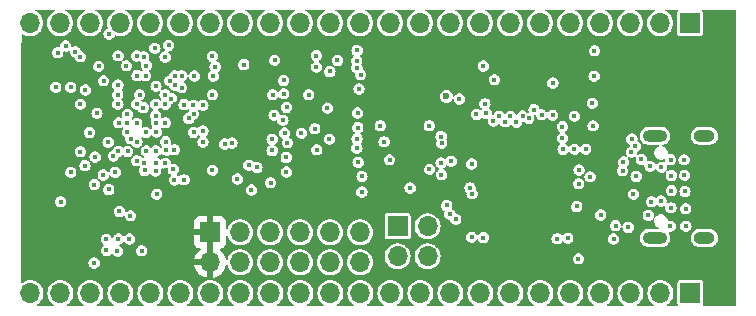
<source format=gbr>
%TF.GenerationSoftware,KiCad,Pcbnew,8.0.6*%
%TF.CreationDate,2024-12-01T18:19:07-08:00*%
%TF.ProjectId,SYNC-VT,53594e43-2d56-4542-9e6b-696361645f70,rev?*%
%TF.SameCoordinates,Original*%
%TF.FileFunction,Copper,L4,Inr*%
%TF.FilePolarity,Positive*%
%FSLAX46Y46*%
G04 Gerber Fmt 4.6, Leading zero omitted, Abs format (unit mm)*
G04 Created by KiCad (PCBNEW 8.0.6) date 2024-12-01 18:19:07*
%MOMM*%
%LPD*%
G01*
G04 APERTURE LIST*
%TA.AperFunction,ComponentPad*%
%ADD10R,1.700000X1.700000*%
%TD*%
%TA.AperFunction,ComponentPad*%
%ADD11O,1.700000X1.700000*%
%TD*%
%TA.AperFunction,ComponentPad*%
%ADD12O,2.100000X1.000000*%
%TD*%
%TA.AperFunction,ComponentPad*%
%ADD13O,1.800000X1.000000*%
%TD*%
%TA.AperFunction,ViaPad*%
%ADD14C,0.600000*%
%TD*%
%TA.AperFunction,ViaPad*%
%ADD15C,0.450000*%
%TD*%
G04 APERTURE END LIST*
D10*
%TO.N,VBUS0*%
%TO.C,J5*%
X146150000Y-37920000D03*
D11*
%TO.N,GND*%
X143610000Y-37920000D03*
%TO.N,+3.3VA*%
X141070000Y-37920000D03*
%TO.N,GPIO29*%
X138530000Y-37920000D03*
%TO.N,GPIO28*%
X135990000Y-37920000D03*
%TO.N,GPIO27*%
X133450000Y-37920000D03*
%TO.N,GPIO26*%
X130910000Y-37920000D03*
%TO.N,GPIO25*%
X128370000Y-37920000D03*
%TO.N,GPIO24*%
X125830000Y-37920000D03*
%TO.N,GPIO23*%
X123290000Y-37920000D03*
%TO.N,GPIO22*%
X120750000Y-37920000D03*
%TO.N,MIO34*%
X118210000Y-37920000D03*
%TO.N,MIO35*%
X115670000Y-37920000D03*
%TO.N,MIO36*%
X113130000Y-37920000D03*
%TO.N,MIO37*%
X110590000Y-37920000D03*
%TO.N,MIO39*%
X108050000Y-37920000D03*
%TO.N,MIO38*%
X105510000Y-37920000D03*
%TO.N,MIO41*%
X102970000Y-37920000D03*
%TO.N,MIO43*%
X100430000Y-37920000D03*
%TO.N,MIO42*%
X97890000Y-37920000D03*
%TO.N,MIO40*%
X95350000Y-37920000D03*
%TO.N,MIO11*%
X92810000Y-37920000D03*
%TO.N,MIO14*%
X90270000Y-37920000D03*
%TD*%
D10*
%TO.N,GPIO15*%
%TO.C,J6*%
X121370000Y-55130000D03*
D11*
%TO.N,GPIO14*%
X121370000Y-57670000D03*
%TO.N,GPIO13*%
X123910000Y-55130000D03*
%TO.N,GPIO12*%
X123910000Y-57670000D03*
%TD*%
D10*
%TO.N,VBUS0*%
%TO.C,J4*%
X146160000Y-60790000D03*
D11*
%TO.N,GND*%
X143620000Y-60790000D03*
%TO.N,+3.3VA*%
X141080000Y-60790000D03*
%TO.N,GPIO0*%
X138540000Y-60790000D03*
%TO.N,GPIO1*%
X136000000Y-60790000D03*
%TO.N,GPIO2*%
X133460000Y-60790000D03*
%TO.N,GPIO3*%
X130920000Y-60790000D03*
%TO.N,GPIO4*%
X128380000Y-60790000D03*
%TO.N,GPIO5*%
X125840000Y-60790000D03*
%TO.N,GPIO6*%
X123300000Y-60790000D03*
%TO.N,GPIO7*%
X120760000Y-60790000D03*
%TO.N,IO8N*%
X118220000Y-60790000D03*
%TO.N,IO9N*%
X115680000Y-60790000D03*
%TO.N,IO7N*%
X113140000Y-60790000D03*
%TO.N,IO15P*%
X110600000Y-60790000D03*
%TO.N,IO15N*%
X108060000Y-60790000D03*
%TO.N,IO7P*%
X105520000Y-60790000D03*
%TO.N,IO18N*%
X102980000Y-60790000D03*
%TO.N,IO17N*%
X100440000Y-60790000D03*
%TO.N,IO18P*%
X97900000Y-60790000D03*
%TO.N,IO17P*%
X95360000Y-60790000D03*
%TO.N,IO13N*%
X92820000Y-60790000D03*
%TO.N,IO16N*%
X90280000Y-60790000D03*
%TD*%
D12*
%TO.N,GND*%
%TO.C,USB_C_ESP1*%
X143163750Y-56120000D03*
D13*
X147343750Y-56120000D03*
D12*
X143163750Y-47480000D03*
D13*
X147343750Y-47480000D03*
%TD*%
D10*
%TO.N,+3V3*%
%TO.C,J3*%
X105500000Y-55640000D03*
D11*
X105500000Y-58180000D03*
%TO.N,GND*%
X108040000Y-55640000D03*
X108040000Y-58180000D03*
%TO.N,IO5N*%
X110580000Y-55640000D03*
%TO.N,IO5P*%
X110580000Y-58180000D03*
%TO.N,IO3N*%
X113120000Y-55640000D03*
%TO.N,IO2P*%
X113120000Y-58180000D03*
%TO.N,IOL5P*%
X115660000Y-55640000D03*
%TO.N,IO1P*%
X115660000Y-58180000D03*
%TO.N,IOL5N*%
X118200000Y-55640000D03*
%TO.N,IO3P*%
X118200000Y-58180000D03*
%TD*%
D14*
%TO.N,GND*%
X125490000Y-44120000D03*
D15*
X138005000Y-42415000D03*
X134520000Y-42990000D03*
%TO.N,Net-(J2-Pad1)*%
X138040000Y-40260000D03*
X139650000Y-56210000D03*
%TO.N,GPIO12*%
X108780000Y-49960000D03*
%TO.N,+1V8*%
X114530000Y-48654652D03*
%TO.N,GND*%
X136680000Y-57880000D03*
X137300000Y-48600000D03*
X128620000Y-41560000D03*
X128049620Y-45649619D03*
X95690000Y-51590000D03*
X137920000Y-46620000D03*
X105763002Y-42416962D03*
X124045002Y-46615001D03*
X100100000Y-41520000D03*
X124070000Y-50290000D03*
X101987696Y-39810258D03*
X97460000Y-50550000D03*
X116270002Y-41090000D03*
X122430000Y-51880000D03*
X136340000Y-48600000D03*
X99520000Y-43990000D03*
X95670000Y-58230000D03*
X101689999Y-44789999D03*
X92850000Y-53050000D03*
X97822513Y-53870448D03*
X110610000Y-51440000D03*
X140890000Y-55220000D03*
X96860000Y-48010000D03*
X105690015Y-50389985D03*
X113220000Y-47250000D03*
X110905000Y-45718148D03*
X118230000Y-42290000D03*
X115600000Y-47750000D03*
X97730000Y-48770000D03*
X134500000Y-45720000D03*
X94500004Y-40780000D03*
X127500000Y-51860000D03*
X96470000Y-42810000D03*
X138570000Y-54170000D03*
X143703750Y-50119832D03*
X97680000Y-43980000D03*
X136540000Y-53450000D03*
X96940000Y-38850000D03*
X118030002Y-49704998D03*
X120700000Y-49504998D03*
X120230000Y-47970000D03*
X99299999Y-47982191D03*
X101728379Y-47958379D03*
X134880000Y-56180000D03*
X95920000Y-45559392D03*
%TO.N,+1V0*%
X114490002Y-41640000D03*
%TO.N,GND*%
X111970000Y-45060000D03*
X102460000Y-48645000D03*
X98670000Y-56200000D03*
X109000000Y-52050000D03*
X143669841Y-52991091D03*
X136340000Y-45800000D03*
X127640002Y-56050001D03*
X137670000Y-50940000D03*
X98490000Y-46390000D03*
X110960000Y-41070000D03*
X104089999Y-45590002D03*
X94510000Y-48810000D03*
X103090000Y-43389994D03*
X110749982Y-47749991D03*
X103289984Y-51190000D03*
X100950000Y-47150000D03*
X119894999Y-46610002D03*
X101690000Y-46360000D03*
X100979551Y-52410486D03*
X108350000Y-41430000D03*
X104890009Y-47990009D03*
X99934409Y-49784445D03*
%TO.N,+3V3*%
X107760000Y-44530000D03*
X99140000Y-51430000D03*
X125590000Y-42510000D03*
X104910000Y-52490000D03*
X114540000Y-44920000D03*
X124610000Y-43020000D03*
X115040002Y-51030000D03*
X124670000Y-41640000D03*
X126970000Y-42570000D03*
X126290000Y-42550000D03*
X112976202Y-49450000D03*
X116627073Y-44497916D03*
X101636088Y-42334740D03*
X96890000Y-46390000D03*
X104896014Y-43875683D03*
X115800000Y-49040000D03*
X104140000Y-41560000D03*
X117130001Y-52205001D03*
X98440000Y-45010000D03*
X100129999Y-47955690D03*
X104090008Y-49590000D03*
X98591299Y-40515000D03*
X114478111Y-44167300D03*
X99270000Y-38640000D03*
X92850000Y-52015000D03*
X124650000Y-42320000D03*
X98710000Y-57260000D03*
X105689994Y-46389994D03*
X112900000Y-43410000D03*
X96720000Y-54000000D03*
X103290018Y-47190009D03*
X101735000Y-50390000D03*
X99373909Y-43283909D03*
X102489998Y-44789999D03*
X95700000Y-57220000D03*
X116820000Y-50904999D03*
X115568463Y-44498590D03*
X117090000Y-44910000D03*
%TO.N,SPI-D1*%
X93695000Y-43360056D03*
X99290000Y-40700602D03*
X94095852Y-40357709D03*
%TO.N,SPI-CLK*%
X93269599Y-39854599D03*
X94900000Y-49990000D03*
X101690034Y-40790017D03*
%TO.N,SPI-D2*%
X94934715Y-43589999D03*
X100030000Y-42370000D03*
%TO.N,SPI-D0*%
X99877337Y-40785410D03*
X96445284Y-50790002D03*
%TO.N,SPI-D3*%
X93695000Y-50560034D03*
X92600000Y-40430000D03*
X100820629Y-40059372D03*
%TO.N,SPI-CS*%
X92425006Y-43360012D03*
X97702327Y-40700001D03*
%TO.N,33.33Mhz*%
X99320000Y-42370000D03*
X103700000Y-46000000D03*
%TO.N,+1V0*%
X118099189Y-43503345D03*
X97311696Y-49168304D03*
X100890000Y-44790000D03*
X117910002Y-41110000D03*
X117925163Y-41710239D03*
X101792142Y-48694167D03*
X98491459Y-45660001D03*
X115631991Y-42020709D03*
X97740000Y-46370000D03*
X117940002Y-40240000D03*
%TO.N,GND*%
X114490002Y-40679996D03*
%TO.N,+1V0*%
X101690000Y-43990002D03*
X110789980Y-43990000D03*
%TO.N,+1V8*%
X95760000Y-49260000D03*
X109464964Y-50145036D03*
X96050000Y-41580000D03*
X110749998Y-48710001D03*
X95289987Y-47190013D03*
X100940000Y-46360000D03*
X98520000Y-48790000D03*
X117935001Y-47715001D03*
X98500000Y-47170000D03*
X100028924Y-47185401D03*
X96920000Y-52010000D03*
%TO.N,GND*%
X114360000Y-46870000D03*
%TO.N,+1V8*%
X117920000Y-48510000D03*
X118000000Y-46770000D03*
X97690000Y-44790000D03*
X118355002Y-50904999D03*
X94510000Y-44790000D03*
%TO.N,GNDA*%
X99831091Y-45071091D03*
X99290000Y-46420000D03*
%TO.N,VCCQ*%
X99270000Y-44780000D03*
%TO.N,MIO7*%
X100910000Y-43260000D03*
%TO.N,Net-(TP2-Pin_1)*%
X117980000Y-45540000D03*
%TO.N,Net-(TP1-Pin_1)*%
X118350000Y-52220000D03*
%TO.N,Net-(U4-SENSE)*%
X113850000Y-43990000D03*
%TO.N,POR_B*%
X115430000Y-45110000D03*
X102090000Y-42800000D03*
%TO.N,Net-(U3A-INIT_B_0)*%
X97690004Y-43160000D03*
%TO.N,Net-(U3A-PROGRAM_B_0)*%
X98762165Y-47709696D03*
%TO.N,Net-(U3A-DONE_0)*%
X99290000Y-49580000D03*
%TO.N,Net-(U3D-PS_MIO8_500)*%
X98398337Y-41540478D03*
%TO.N,Net-(C1-Pad1)*%
X111800000Y-47230000D03*
%TO.N,Net-(R23-Pad2)*%
X107800000Y-51130000D03*
%TO.N,MIO32*%
X111953900Y-50530014D03*
X105690024Y-43990000D03*
%TO.N,MIO33*%
X102490000Y-42390000D03*
X111936634Y-49303366D03*
%TO.N,MIO29*%
X102490000Y-43190000D03*
X112036313Y-48063687D03*
%TO.N,MIO30*%
X111730000Y-43910000D03*
X105918958Y-41618925D03*
%TO.N,MIO31*%
X111720000Y-42780000D03*
X103095000Y-42390000D03*
%TO.N,MIO28*%
X105687174Y-40741649D03*
X111660000Y-46150000D03*
%TO.N,RAM_DQ0*%
X99955000Y-50400018D03*
X96710000Y-56240000D03*
%TO.N,~{RAM_RST}*%
X99710000Y-57200000D03*
X102480000Y-51200000D03*
%TO.N,RAM_DQ2*%
X97640000Y-57240000D03*
X101700000Y-49805000D03*
%TO.N,~{RAM_CLK}*%
X98740000Y-54240000D03*
X102375000Y-50315000D03*
%TO.N,RAM_DQ3*%
X96720000Y-57170000D03*
X100924217Y-49805000D03*
%TO.N,RWDS*%
X97730000Y-56210000D03*
X100886621Y-50438679D03*
%TO.N,+1V1*%
X125045000Y-49765000D03*
X135380000Y-48620000D03*
X136710000Y-51520000D03*
%TO.N,VBUS0*%
X144438750Y-55130000D03*
X144538750Y-50830000D03*
X141998750Y-49450000D03*
X142588750Y-54200000D03*
X144508750Y-53560000D03*
X145698750Y-52180000D03*
X126590000Y-44360000D03*
X144488750Y-49480000D03*
X145768750Y-53650000D03*
X145628750Y-49500000D03*
X141500000Y-48350000D03*
X141208750Y-47740000D03*
X145658750Y-50800000D03*
X141158750Y-48850000D03*
X144558750Y-52110000D03*
X128760000Y-44750000D03*
X145778750Y-55120000D03*
%TO.N,Net-(USB_C_ESP1-CC1)*%
X142858750Y-53050000D03*
%TO.N,Net-(USB_C_ESP1-CC2)*%
X142738750Y-50049999D03*
%TO.N,GPIO15*%
X127677730Y-52380495D03*
X100890000Y-45750000D03*
%TO.N,GPIO23*%
X129960000Y-45800000D03*
%TO.N,GPIO14*%
X125533173Y-53363173D03*
X100900000Y-48760000D03*
%TO.N,/Peripheral/SWCLK*%
X127650000Y-49860000D03*
%TO.N,/Peripheral/SWD*%
X125900000Y-49620000D03*
%TO.N,GPIO27*%
X131950000Y-45790000D03*
%TO.N,GPIO12*%
X126292500Y-54530000D03*
%TO.N,GPIO25*%
X130920000Y-45820000D03*
%TO.N,GPIO28*%
X132470000Y-46000000D03*
%TO.N,GPIO13*%
X125787782Y-54094473D03*
X100090000Y-48760000D03*
%TO.N,GPIO22*%
X129480001Y-46219999D03*
%TO.N,GPIO17*%
X107340000Y-48080000D03*
X125050000Y-47530000D03*
%TO.N,GPIO24*%
X130480000Y-46280000D03*
%TO.N,GPIO16*%
X106740000Y-48170000D03*
X125110000Y-48090000D03*
%TO.N,GPIO29*%
X132920000Y-45250000D03*
%TO.N,GPIO26*%
X131420000Y-46320000D03*
%TO.N,+3.3VA*%
X137852500Y-44700000D03*
X136730000Y-50370000D03*
X135330000Y-46690000D03*
X128630000Y-56080000D03*
X128877115Y-45569999D03*
X135780000Y-56130000D03*
X135330000Y-47650000D03*
X133570000Y-45690000D03*
X125070000Y-50760000D03*
X139821320Y-55067500D03*
%TO.N,USB_D+0*%
X140413241Y-50426065D03*
%TO.N,USB_D-0*%
X140490000Y-49680000D03*
X141328750Y-52420000D03*
X141568046Y-50905581D03*
%TO.N,Net-(TP11-Pin_1)*%
X129560000Y-42730000D03*
%TO.N,MIO43*%
X104165000Y-42403788D03*
%TO.N,IO3N*%
X104890000Y-44885000D03*
%TO.N,IO3P*%
X104070000Y-44870000D03*
%TO.N,IO2P*%
X102220000Y-44310000D03*
%TO.N,IO1P*%
X103298570Y-44829999D03*
%TO.N,IO5P*%
X104090000Y-47180000D03*
%TO.N,IO5N*%
X104890000Y-47045000D03*
%TD*%
%TA.AperFunction,Conductor*%
%TO.N,+3V3*%
G36*
X105750000Y-57746988D02*
G01*
X105692993Y-57714075D01*
X105565826Y-57680000D01*
X105434174Y-57680000D01*
X105307007Y-57714075D01*
X105250000Y-57746988D01*
X105250000Y-56073012D01*
X105307007Y-56105925D01*
X105434174Y-56140000D01*
X105565826Y-56140000D01*
X105692993Y-56105925D01*
X105750000Y-56073012D01*
X105750000Y-57746988D01*
G37*
%TD.AperFunction*%
%TA.AperFunction,Conductor*%
G36*
X92361411Y-36802174D02*
G01*
X92383085Y-36854500D01*
X92361411Y-36906826D01*
X92335817Y-36923502D01*
X92317363Y-36930652D01*
X92317358Y-36930654D01*
X92317358Y-36930655D01*
X92143958Y-37038019D01*
X92143957Y-37038019D01*
X91993235Y-37175420D01*
X91993234Y-37175421D01*
X91870329Y-37338174D01*
X91870328Y-37338177D01*
X91779418Y-37520750D01*
X91779416Y-37520755D01*
X91723602Y-37716917D01*
X91723601Y-37716923D01*
X91704785Y-37919996D01*
X91704785Y-37920003D01*
X91723601Y-38123076D01*
X91723602Y-38123082D01*
X91774786Y-38302970D01*
X91779418Y-38319250D01*
X91870327Y-38501821D01*
X91870328Y-38501822D01*
X91870329Y-38501825D01*
X91993234Y-38664578D01*
X91993235Y-38664579D01*
X92048170Y-38714658D01*
X92143959Y-38801981D01*
X92317363Y-38909348D01*
X92507544Y-38983024D01*
X92708024Y-39020500D01*
X92708026Y-39020500D01*
X92911974Y-39020500D01*
X92911976Y-39020500D01*
X93112456Y-38983024D01*
X93302637Y-38909348D01*
X93476041Y-38801981D01*
X93626764Y-38664579D01*
X93682871Y-38590282D01*
X93749670Y-38501825D01*
X93749670Y-38501824D01*
X93749673Y-38501821D01*
X93840582Y-38319250D01*
X93896397Y-38123083D01*
X93915215Y-37920000D01*
X93896397Y-37716917D01*
X93840582Y-37520750D01*
X93749673Y-37338179D01*
X93749670Y-37338175D01*
X93749670Y-37338174D01*
X93626765Y-37175421D01*
X93626764Y-37175420D01*
X93476041Y-37038019D01*
X93428873Y-37008814D01*
X93302637Y-36930652D01*
X93284182Y-36923502D01*
X93243220Y-36884390D01*
X93241912Y-36827768D01*
X93281025Y-36786805D01*
X93310915Y-36780500D01*
X94849085Y-36780500D01*
X94901411Y-36802174D01*
X94923085Y-36854500D01*
X94901411Y-36906826D01*
X94875817Y-36923502D01*
X94857363Y-36930652D01*
X94857358Y-36930654D01*
X94857358Y-36930655D01*
X94683958Y-37038019D01*
X94683957Y-37038019D01*
X94533235Y-37175420D01*
X94533234Y-37175421D01*
X94410329Y-37338174D01*
X94410328Y-37338177D01*
X94319418Y-37520750D01*
X94319416Y-37520755D01*
X94263602Y-37716917D01*
X94263601Y-37716923D01*
X94244785Y-37919996D01*
X94244785Y-37920003D01*
X94263601Y-38123076D01*
X94263602Y-38123082D01*
X94314786Y-38302970D01*
X94319418Y-38319250D01*
X94410327Y-38501821D01*
X94410328Y-38501822D01*
X94410329Y-38501825D01*
X94533234Y-38664578D01*
X94533235Y-38664579D01*
X94588170Y-38714658D01*
X94683959Y-38801981D01*
X94857363Y-38909348D01*
X95047544Y-38983024D01*
X95248024Y-39020500D01*
X95248026Y-39020500D01*
X95451974Y-39020500D01*
X95451976Y-39020500D01*
X95652456Y-38983024D01*
X95842637Y-38909348D01*
X96016041Y-38801981D01*
X96166764Y-38664579D01*
X96222871Y-38590282D01*
X96289670Y-38501825D01*
X96289670Y-38501824D01*
X96289673Y-38501821D01*
X96380582Y-38319250D01*
X96436397Y-38123083D01*
X96455215Y-37920000D01*
X96436397Y-37716917D01*
X96380582Y-37520750D01*
X96289673Y-37338179D01*
X96289670Y-37338175D01*
X96289670Y-37338174D01*
X96166765Y-37175421D01*
X96166764Y-37175420D01*
X96016041Y-37038019D01*
X95968873Y-37008814D01*
X95842637Y-36930652D01*
X95824182Y-36923502D01*
X95783220Y-36884390D01*
X95781912Y-36827768D01*
X95821025Y-36786805D01*
X95850915Y-36780500D01*
X97389085Y-36780500D01*
X97441411Y-36802174D01*
X97463085Y-36854500D01*
X97441411Y-36906826D01*
X97415817Y-36923502D01*
X97397363Y-36930652D01*
X97397358Y-36930654D01*
X97397358Y-36930655D01*
X97223958Y-37038019D01*
X97223957Y-37038019D01*
X97073235Y-37175420D01*
X97073234Y-37175421D01*
X96950329Y-37338174D01*
X96950328Y-37338177D01*
X96859418Y-37520750D01*
X96859416Y-37520755D01*
X96803602Y-37716917D01*
X96803601Y-37716923D01*
X96784785Y-37919996D01*
X96784785Y-37920003D01*
X96803601Y-38123076D01*
X96803602Y-38123082D01*
X96854785Y-38302970D01*
X96848258Y-38359230D01*
X96804459Y-38394223D01*
X96740440Y-38413021D01*
X96740437Y-38413023D01*
X96625414Y-38486942D01*
X96535871Y-38590280D01*
X96479068Y-38714660D01*
X96459610Y-38850000D01*
X96479068Y-38985339D01*
X96479068Y-38985340D01*
X96479069Y-38985342D01*
X96535870Y-39109718D01*
X96625411Y-39213055D01*
X96740439Y-39286978D01*
X96871631Y-39325500D01*
X96871633Y-39325500D01*
X97008368Y-39325500D01*
X97073964Y-39306239D01*
X97139561Y-39286978D01*
X97254589Y-39213055D01*
X97344130Y-39109718D01*
X97400899Y-38985410D01*
X97442351Y-38946819D01*
X97494942Y-38947149D01*
X97587544Y-38983024D01*
X97788024Y-39020500D01*
X97788026Y-39020500D01*
X97991974Y-39020500D01*
X97991976Y-39020500D01*
X98192456Y-38983024D01*
X98382637Y-38909348D01*
X98556041Y-38801981D01*
X98706764Y-38664579D01*
X98762871Y-38590282D01*
X98829670Y-38501825D01*
X98829670Y-38501824D01*
X98829673Y-38501821D01*
X98920582Y-38319250D01*
X98976397Y-38123083D01*
X98995215Y-37920000D01*
X98976397Y-37716917D01*
X98920582Y-37520750D01*
X98829673Y-37338179D01*
X98829670Y-37338175D01*
X98829670Y-37338174D01*
X98706765Y-37175421D01*
X98706764Y-37175420D01*
X98556041Y-37038019D01*
X98508873Y-37008814D01*
X98382637Y-36930652D01*
X98364182Y-36923502D01*
X98323220Y-36884390D01*
X98321912Y-36827768D01*
X98361025Y-36786805D01*
X98390915Y-36780500D01*
X99929085Y-36780500D01*
X99981411Y-36802174D01*
X100003085Y-36854500D01*
X99981411Y-36906826D01*
X99955817Y-36923502D01*
X99937363Y-36930652D01*
X99937358Y-36930654D01*
X99937358Y-36930655D01*
X99763958Y-37038019D01*
X99763957Y-37038019D01*
X99613235Y-37175420D01*
X99613234Y-37175421D01*
X99490329Y-37338174D01*
X99490328Y-37338177D01*
X99399418Y-37520750D01*
X99399416Y-37520755D01*
X99343602Y-37716917D01*
X99343601Y-37716923D01*
X99324785Y-37919996D01*
X99324785Y-37920003D01*
X99343601Y-38123076D01*
X99343602Y-38123082D01*
X99394786Y-38302970D01*
X99399418Y-38319250D01*
X99490327Y-38501821D01*
X99490328Y-38501822D01*
X99490329Y-38501825D01*
X99613234Y-38664578D01*
X99613235Y-38664579D01*
X99668170Y-38714658D01*
X99763959Y-38801981D01*
X99937363Y-38909348D01*
X100127544Y-38983024D01*
X100328024Y-39020500D01*
X100328026Y-39020500D01*
X100531974Y-39020500D01*
X100531976Y-39020500D01*
X100732456Y-38983024D01*
X100922637Y-38909348D01*
X101096041Y-38801981D01*
X101246764Y-38664579D01*
X101302871Y-38590282D01*
X101369670Y-38501825D01*
X101369670Y-38501824D01*
X101369673Y-38501821D01*
X101460582Y-38319250D01*
X101516397Y-38123083D01*
X101535215Y-37920000D01*
X101516397Y-37716917D01*
X101460582Y-37520750D01*
X101369673Y-37338179D01*
X101369670Y-37338175D01*
X101369670Y-37338174D01*
X101246765Y-37175421D01*
X101246764Y-37175420D01*
X101096041Y-37038019D01*
X101048873Y-37008814D01*
X100922637Y-36930652D01*
X100904182Y-36923502D01*
X100863220Y-36884390D01*
X100861912Y-36827768D01*
X100901025Y-36786805D01*
X100930915Y-36780500D01*
X102469085Y-36780500D01*
X102521411Y-36802174D01*
X102543085Y-36854500D01*
X102521411Y-36906826D01*
X102495817Y-36923502D01*
X102477363Y-36930652D01*
X102477358Y-36930654D01*
X102477358Y-36930655D01*
X102303958Y-37038019D01*
X102303957Y-37038019D01*
X102153235Y-37175420D01*
X102153234Y-37175421D01*
X102030329Y-37338174D01*
X102030328Y-37338177D01*
X101939418Y-37520750D01*
X101939416Y-37520755D01*
X101883602Y-37716917D01*
X101883601Y-37716923D01*
X101864785Y-37919996D01*
X101864785Y-37920003D01*
X101883601Y-38123076D01*
X101883602Y-38123082D01*
X101934786Y-38302970D01*
X101939418Y-38319250D01*
X102030327Y-38501821D01*
X102030328Y-38501822D01*
X102030329Y-38501825D01*
X102153234Y-38664578D01*
X102153235Y-38664579D01*
X102208170Y-38714658D01*
X102303959Y-38801981D01*
X102477363Y-38909348D01*
X102667544Y-38983024D01*
X102868024Y-39020500D01*
X102868026Y-39020500D01*
X103071974Y-39020500D01*
X103071976Y-39020500D01*
X103272456Y-38983024D01*
X103462637Y-38909348D01*
X103636041Y-38801981D01*
X103786764Y-38664579D01*
X103842871Y-38590282D01*
X103909670Y-38501825D01*
X103909670Y-38501824D01*
X103909673Y-38501821D01*
X104000582Y-38319250D01*
X104056397Y-38123083D01*
X104075215Y-37920000D01*
X104056397Y-37716917D01*
X104000582Y-37520750D01*
X103909673Y-37338179D01*
X103909670Y-37338175D01*
X103909670Y-37338174D01*
X103786765Y-37175421D01*
X103786764Y-37175420D01*
X103636041Y-37038019D01*
X103588873Y-37008814D01*
X103462637Y-36930652D01*
X103444182Y-36923502D01*
X103403220Y-36884390D01*
X103401912Y-36827768D01*
X103441025Y-36786805D01*
X103470915Y-36780500D01*
X105009085Y-36780500D01*
X105061411Y-36802174D01*
X105083085Y-36854500D01*
X105061411Y-36906826D01*
X105035817Y-36923502D01*
X105017363Y-36930652D01*
X105017358Y-36930654D01*
X105017358Y-36930655D01*
X104843958Y-37038019D01*
X104843957Y-37038019D01*
X104693235Y-37175420D01*
X104693234Y-37175421D01*
X104570329Y-37338174D01*
X104570328Y-37338177D01*
X104479418Y-37520750D01*
X104479416Y-37520755D01*
X104423602Y-37716917D01*
X104423601Y-37716923D01*
X104404785Y-37919996D01*
X104404785Y-37920003D01*
X104423601Y-38123076D01*
X104423602Y-38123082D01*
X104474786Y-38302970D01*
X104479418Y-38319250D01*
X104570327Y-38501821D01*
X104570328Y-38501822D01*
X104570329Y-38501825D01*
X104693234Y-38664578D01*
X104693235Y-38664579D01*
X104748170Y-38714658D01*
X104843959Y-38801981D01*
X105017363Y-38909348D01*
X105207544Y-38983024D01*
X105408024Y-39020500D01*
X105408026Y-39020500D01*
X105611974Y-39020500D01*
X105611976Y-39020500D01*
X105812456Y-38983024D01*
X106002637Y-38909348D01*
X106176041Y-38801981D01*
X106326764Y-38664579D01*
X106382871Y-38590282D01*
X106449670Y-38501825D01*
X106449670Y-38501824D01*
X106449673Y-38501821D01*
X106540582Y-38319250D01*
X106596397Y-38123083D01*
X106615215Y-37920000D01*
X106596397Y-37716917D01*
X106540582Y-37520750D01*
X106449673Y-37338179D01*
X106449670Y-37338175D01*
X106449670Y-37338174D01*
X106326765Y-37175421D01*
X106326764Y-37175420D01*
X106176041Y-37038019D01*
X106128873Y-37008814D01*
X106002637Y-36930652D01*
X105984182Y-36923502D01*
X105943220Y-36884390D01*
X105941912Y-36827768D01*
X105981025Y-36786805D01*
X106010915Y-36780500D01*
X107549085Y-36780500D01*
X107601411Y-36802174D01*
X107623085Y-36854500D01*
X107601411Y-36906826D01*
X107575817Y-36923502D01*
X107557363Y-36930652D01*
X107557358Y-36930654D01*
X107557358Y-36930655D01*
X107383958Y-37038019D01*
X107383957Y-37038019D01*
X107233235Y-37175420D01*
X107233234Y-37175421D01*
X107110329Y-37338174D01*
X107110328Y-37338177D01*
X107019418Y-37520750D01*
X107019416Y-37520755D01*
X106963602Y-37716917D01*
X106963601Y-37716923D01*
X106944785Y-37919996D01*
X106944785Y-37920003D01*
X106963601Y-38123076D01*
X106963602Y-38123082D01*
X107014786Y-38302970D01*
X107019418Y-38319250D01*
X107110327Y-38501821D01*
X107110328Y-38501822D01*
X107110329Y-38501825D01*
X107233234Y-38664578D01*
X107233235Y-38664579D01*
X107288170Y-38714658D01*
X107383959Y-38801981D01*
X107557363Y-38909348D01*
X107747544Y-38983024D01*
X107948024Y-39020500D01*
X107948026Y-39020500D01*
X108151974Y-39020500D01*
X108151976Y-39020500D01*
X108352456Y-38983024D01*
X108542637Y-38909348D01*
X108716041Y-38801981D01*
X108866764Y-38664579D01*
X108922871Y-38590282D01*
X108989670Y-38501825D01*
X108989670Y-38501824D01*
X108989673Y-38501821D01*
X109080582Y-38319250D01*
X109136397Y-38123083D01*
X109155215Y-37920000D01*
X109136397Y-37716917D01*
X109080582Y-37520750D01*
X108989673Y-37338179D01*
X108989670Y-37338175D01*
X108989670Y-37338174D01*
X108866765Y-37175421D01*
X108866764Y-37175420D01*
X108716041Y-37038019D01*
X108668873Y-37008814D01*
X108542637Y-36930652D01*
X108524182Y-36923502D01*
X108483220Y-36884390D01*
X108481912Y-36827768D01*
X108521025Y-36786805D01*
X108550915Y-36780500D01*
X110089085Y-36780500D01*
X110141411Y-36802174D01*
X110163085Y-36854500D01*
X110141411Y-36906826D01*
X110115817Y-36923502D01*
X110097363Y-36930652D01*
X110097358Y-36930654D01*
X110097358Y-36930655D01*
X109923958Y-37038019D01*
X109923957Y-37038019D01*
X109773235Y-37175420D01*
X109773234Y-37175421D01*
X109650329Y-37338174D01*
X109650328Y-37338177D01*
X109559418Y-37520750D01*
X109559416Y-37520755D01*
X109503602Y-37716917D01*
X109503601Y-37716923D01*
X109484785Y-37919996D01*
X109484785Y-37920003D01*
X109503601Y-38123076D01*
X109503602Y-38123082D01*
X109554786Y-38302970D01*
X109559418Y-38319250D01*
X109650327Y-38501821D01*
X109650328Y-38501822D01*
X109650329Y-38501825D01*
X109773234Y-38664578D01*
X109773235Y-38664579D01*
X109828170Y-38714658D01*
X109923959Y-38801981D01*
X110097363Y-38909348D01*
X110287544Y-38983024D01*
X110488024Y-39020500D01*
X110488026Y-39020500D01*
X110691974Y-39020500D01*
X110691976Y-39020500D01*
X110892456Y-38983024D01*
X111082637Y-38909348D01*
X111256041Y-38801981D01*
X111406764Y-38664579D01*
X111462871Y-38590282D01*
X111529670Y-38501825D01*
X111529670Y-38501824D01*
X111529673Y-38501821D01*
X111620582Y-38319250D01*
X111676397Y-38123083D01*
X111695215Y-37920000D01*
X111676397Y-37716917D01*
X111620582Y-37520750D01*
X111529673Y-37338179D01*
X111529670Y-37338175D01*
X111529670Y-37338174D01*
X111406765Y-37175421D01*
X111406764Y-37175420D01*
X111256041Y-37038019D01*
X111208873Y-37008814D01*
X111082637Y-36930652D01*
X111064182Y-36923502D01*
X111023220Y-36884390D01*
X111021912Y-36827768D01*
X111061025Y-36786805D01*
X111090915Y-36780500D01*
X112629085Y-36780500D01*
X112681411Y-36802174D01*
X112703085Y-36854500D01*
X112681411Y-36906826D01*
X112655817Y-36923502D01*
X112637363Y-36930652D01*
X112637358Y-36930654D01*
X112637358Y-36930655D01*
X112463958Y-37038019D01*
X112463957Y-37038019D01*
X112313235Y-37175420D01*
X112313234Y-37175421D01*
X112190329Y-37338174D01*
X112190328Y-37338177D01*
X112099418Y-37520750D01*
X112099416Y-37520755D01*
X112043602Y-37716917D01*
X112043601Y-37716923D01*
X112024785Y-37919996D01*
X112024785Y-37920003D01*
X112043601Y-38123076D01*
X112043602Y-38123082D01*
X112094786Y-38302970D01*
X112099418Y-38319250D01*
X112190327Y-38501821D01*
X112190328Y-38501822D01*
X112190329Y-38501825D01*
X112313234Y-38664578D01*
X112313235Y-38664579D01*
X112368170Y-38714658D01*
X112463959Y-38801981D01*
X112637363Y-38909348D01*
X112827544Y-38983024D01*
X113028024Y-39020500D01*
X113028026Y-39020500D01*
X113231974Y-39020500D01*
X113231976Y-39020500D01*
X113432456Y-38983024D01*
X113622637Y-38909348D01*
X113796041Y-38801981D01*
X113946764Y-38664579D01*
X114002871Y-38590282D01*
X114069670Y-38501825D01*
X114069670Y-38501824D01*
X114069673Y-38501821D01*
X114160582Y-38319250D01*
X114216397Y-38123083D01*
X114235215Y-37920000D01*
X114216397Y-37716917D01*
X114160582Y-37520750D01*
X114069673Y-37338179D01*
X114069670Y-37338175D01*
X114069670Y-37338174D01*
X113946765Y-37175421D01*
X113946764Y-37175420D01*
X113796041Y-37038019D01*
X113748873Y-37008814D01*
X113622637Y-36930652D01*
X113604182Y-36923502D01*
X113563220Y-36884390D01*
X113561912Y-36827768D01*
X113601025Y-36786805D01*
X113630915Y-36780500D01*
X115169085Y-36780500D01*
X115221411Y-36802174D01*
X115243085Y-36854500D01*
X115221411Y-36906826D01*
X115195817Y-36923502D01*
X115177363Y-36930652D01*
X115177358Y-36930654D01*
X115177358Y-36930655D01*
X115003958Y-37038019D01*
X115003957Y-37038019D01*
X114853235Y-37175420D01*
X114853234Y-37175421D01*
X114730329Y-37338174D01*
X114730328Y-37338177D01*
X114639418Y-37520750D01*
X114639416Y-37520755D01*
X114583602Y-37716917D01*
X114583601Y-37716923D01*
X114564785Y-37919996D01*
X114564785Y-37920003D01*
X114583601Y-38123076D01*
X114583602Y-38123082D01*
X114634786Y-38302970D01*
X114639418Y-38319250D01*
X114730327Y-38501821D01*
X114730328Y-38501822D01*
X114730329Y-38501825D01*
X114853234Y-38664578D01*
X114853235Y-38664579D01*
X114908170Y-38714658D01*
X115003959Y-38801981D01*
X115177363Y-38909348D01*
X115367544Y-38983024D01*
X115568024Y-39020500D01*
X115568026Y-39020500D01*
X115771974Y-39020500D01*
X115771976Y-39020500D01*
X115972456Y-38983024D01*
X116162637Y-38909348D01*
X116336041Y-38801981D01*
X116486764Y-38664579D01*
X116542871Y-38590282D01*
X116609670Y-38501825D01*
X116609670Y-38501824D01*
X116609673Y-38501821D01*
X116700582Y-38319250D01*
X116756397Y-38123083D01*
X116775215Y-37920000D01*
X116756397Y-37716917D01*
X116700582Y-37520750D01*
X116609673Y-37338179D01*
X116609670Y-37338175D01*
X116609670Y-37338174D01*
X116486765Y-37175421D01*
X116486764Y-37175420D01*
X116336041Y-37038019D01*
X116288873Y-37008814D01*
X116162637Y-36930652D01*
X116144182Y-36923502D01*
X116103220Y-36884390D01*
X116101912Y-36827768D01*
X116141025Y-36786805D01*
X116170915Y-36780500D01*
X117709085Y-36780500D01*
X117761411Y-36802174D01*
X117783085Y-36854500D01*
X117761411Y-36906826D01*
X117735817Y-36923502D01*
X117717363Y-36930652D01*
X117717358Y-36930654D01*
X117717358Y-36930655D01*
X117543958Y-37038019D01*
X117543957Y-37038019D01*
X117393235Y-37175420D01*
X117393234Y-37175421D01*
X117270329Y-37338174D01*
X117270328Y-37338177D01*
X117179418Y-37520750D01*
X117179416Y-37520755D01*
X117123602Y-37716917D01*
X117123601Y-37716923D01*
X117104785Y-37919996D01*
X117104785Y-37920003D01*
X117123601Y-38123076D01*
X117123602Y-38123082D01*
X117174786Y-38302970D01*
X117179418Y-38319250D01*
X117270327Y-38501821D01*
X117270328Y-38501822D01*
X117270329Y-38501825D01*
X117393234Y-38664578D01*
X117393235Y-38664579D01*
X117448170Y-38714658D01*
X117543959Y-38801981D01*
X117717363Y-38909348D01*
X117907544Y-38983024D01*
X118108024Y-39020500D01*
X118108026Y-39020500D01*
X118311974Y-39020500D01*
X118311976Y-39020500D01*
X118512456Y-38983024D01*
X118702637Y-38909348D01*
X118876041Y-38801981D01*
X119026764Y-38664579D01*
X119082871Y-38590282D01*
X119149670Y-38501825D01*
X119149670Y-38501824D01*
X119149673Y-38501821D01*
X119240582Y-38319250D01*
X119296397Y-38123083D01*
X119315215Y-37920000D01*
X119296397Y-37716917D01*
X119240582Y-37520750D01*
X119149673Y-37338179D01*
X119149670Y-37338175D01*
X119149670Y-37338174D01*
X119026765Y-37175421D01*
X119026764Y-37175420D01*
X118876041Y-37038019D01*
X118828873Y-37008814D01*
X118702637Y-36930652D01*
X118684182Y-36923502D01*
X118643220Y-36884390D01*
X118641912Y-36827768D01*
X118681025Y-36786805D01*
X118710915Y-36780500D01*
X120249085Y-36780500D01*
X120301411Y-36802174D01*
X120323085Y-36854500D01*
X120301411Y-36906826D01*
X120275817Y-36923502D01*
X120257363Y-36930652D01*
X120257358Y-36930654D01*
X120257358Y-36930655D01*
X120083958Y-37038019D01*
X120083957Y-37038019D01*
X119933235Y-37175420D01*
X119933234Y-37175421D01*
X119810329Y-37338174D01*
X119810328Y-37338177D01*
X119719418Y-37520750D01*
X119719416Y-37520755D01*
X119663602Y-37716917D01*
X119663601Y-37716923D01*
X119644785Y-37919996D01*
X119644785Y-37920003D01*
X119663601Y-38123076D01*
X119663602Y-38123082D01*
X119714786Y-38302970D01*
X119719418Y-38319250D01*
X119810327Y-38501821D01*
X119810328Y-38501822D01*
X119810329Y-38501825D01*
X119933234Y-38664578D01*
X119933235Y-38664579D01*
X119988170Y-38714658D01*
X120083959Y-38801981D01*
X120257363Y-38909348D01*
X120447544Y-38983024D01*
X120648024Y-39020500D01*
X120648026Y-39020500D01*
X120851974Y-39020500D01*
X120851976Y-39020500D01*
X121052456Y-38983024D01*
X121242637Y-38909348D01*
X121416041Y-38801981D01*
X121566764Y-38664579D01*
X121622871Y-38590282D01*
X121689670Y-38501825D01*
X121689670Y-38501824D01*
X121689673Y-38501821D01*
X121780582Y-38319250D01*
X121836397Y-38123083D01*
X121855215Y-37920000D01*
X121836397Y-37716917D01*
X121780582Y-37520750D01*
X121689673Y-37338179D01*
X121689670Y-37338175D01*
X121689670Y-37338174D01*
X121566765Y-37175421D01*
X121566764Y-37175420D01*
X121416041Y-37038019D01*
X121368873Y-37008814D01*
X121242637Y-36930652D01*
X121224182Y-36923502D01*
X121183220Y-36884390D01*
X121181912Y-36827768D01*
X121221025Y-36786805D01*
X121250915Y-36780500D01*
X122789085Y-36780500D01*
X122841411Y-36802174D01*
X122863085Y-36854500D01*
X122841411Y-36906826D01*
X122815817Y-36923502D01*
X122797363Y-36930652D01*
X122797358Y-36930654D01*
X122797358Y-36930655D01*
X122623958Y-37038019D01*
X122623957Y-37038019D01*
X122473235Y-37175420D01*
X122473234Y-37175421D01*
X122350329Y-37338174D01*
X122350328Y-37338177D01*
X122259418Y-37520750D01*
X122259416Y-37520755D01*
X122203602Y-37716917D01*
X122203601Y-37716923D01*
X122184785Y-37919996D01*
X122184785Y-37920003D01*
X122203601Y-38123076D01*
X122203602Y-38123082D01*
X122254786Y-38302970D01*
X122259418Y-38319250D01*
X122350327Y-38501821D01*
X122350328Y-38501822D01*
X122350329Y-38501825D01*
X122473234Y-38664578D01*
X122473235Y-38664579D01*
X122528170Y-38714658D01*
X122623959Y-38801981D01*
X122797363Y-38909348D01*
X122987544Y-38983024D01*
X123188024Y-39020500D01*
X123188026Y-39020500D01*
X123391974Y-39020500D01*
X123391976Y-39020500D01*
X123592456Y-38983024D01*
X123782637Y-38909348D01*
X123956041Y-38801981D01*
X124106764Y-38664579D01*
X124162871Y-38590282D01*
X124229670Y-38501825D01*
X124229670Y-38501824D01*
X124229673Y-38501821D01*
X124320582Y-38319250D01*
X124376397Y-38123083D01*
X124395215Y-37920000D01*
X124376397Y-37716917D01*
X124320582Y-37520750D01*
X124229673Y-37338179D01*
X124229670Y-37338175D01*
X124229670Y-37338174D01*
X124106765Y-37175421D01*
X124106764Y-37175420D01*
X123956041Y-37038019D01*
X123908873Y-37008814D01*
X123782637Y-36930652D01*
X123764182Y-36923502D01*
X123723220Y-36884390D01*
X123721912Y-36827768D01*
X123761025Y-36786805D01*
X123790915Y-36780500D01*
X125329085Y-36780500D01*
X125381411Y-36802174D01*
X125403085Y-36854500D01*
X125381411Y-36906826D01*
X125355817Y-36923502D01*
X125337363Y-36930652D01*
X125337358Y-36930654D01*
X125337358Y-36930655D01*
X125163958Y-37038019D01*
X125163957Y-37038019D01*
X125013235Y-37175420D01*
X125013234Y-37175421D01*
X124890329Y-37338174D01*
X124890328Y-37338177D01*
X124799418Y-37520750D01*
X124799416Y-37520755D01*
X124743602Y-37716917D01*
X124743601Y-37716923D01*
X124724785Y-37919996D01*
X124724785Y-37920003D01*
X124743601Y-38123076D01*
X124743602Y-38123082D01*
X124794786Y-38302970D01*
X124799418Y-38319250D01*
X124890327Y-38501821D01*
X124890328Y-38501822D01*
X124890329Y-38501825D01*
X125013234Y-38664578D01*
X125013235Y-38664579D01*
X125068170Y-38714658D01*
X125163959Y-38801981D01*
X125337363Y-38909348D01*
X125527544Y-38983024D01*
X125728024Y-39020500D01*
X125728026Y-39020500D01*
X125931974Y-39020500D01*
X125931976Y-39020500D01*
X126132456Y-38983024D01*
X126322637Y-38909348D01*
X126496041Y-38801981D01*
X126646764Y-38664579D01*
X126702871Y-38590282D01*
X126769670Y-38501825D01*
X126769670Y-38501824D01*
X126769673Y-38501821D01*
X126860582Y-38319250D01*
X126916397Y-38123083D01*
X126935215Y-37920000D01*
X126916397Y-37716917D01*
X126860582Y-37520750D01*
X126769673Y-37338179D01*
X126769670Y-37338175D01*
X126769670Y-37338174D01*
X126646765Y-37175421D01*
X126646764Y-37175420D01*
X126496041Y-37038019D01*
X126448873Y-37008814D01*
X126322637Y-36930652D01*
X126304182Y-36923502D01*
X126263220Y-36884390D01*
X126261912Y-36827768D01*
X126301025Y-36786805D01*
X126330915Y-36780500D01*
X127869085Y-36780500D01*
X127921411Y-36802174D01*
X127943085Y-36854500D01*
X127921411Y-36906826D01*
X127895817Y-36923502D01*
X127877363Y-36930652D01*
X127877358Y-36930654D01*
X127877358Y-36930655D01*
X127703958Y-37038019D01*
X127703957Y-37038019D01*
X127553235Y-37175420D01*
X127553234Y-37175421D01*
X127430329Y-37338174D01*
X127430328Y-37338177D01*
X127339418Y-37520750D01*
X127339416Y-37520755D01*
X127283602Y-37716917D01*
X127283601Y-37716923D01*
X127264785Y-37919996D01*
X127264785Y-37920003D01*
X127283601Y-38123076D01*
X127283602Y-38123082D01*
X127334786Y-38302970D01*
X127339418Y-38319250D01*
X127430327Y-38501821D01*
X127430328Y-38501822D01*
X127430329Y-38501825D01*
X127553234Y-38664578D01*
X127553235Y-38664579D01*
X127608170Y-38714658D01*
X127703959Y-38801981D01*
X127877363Y-38909348D01*
X128067544Y-38983024D01*
X128268024Y-39020500D01*
X128268026Y-39020500D01*
X128471974Y-39020500D01*
X128471976Y-39020500D01*
X128672456Y-38983024D01*
X128862637Y-38909348D01*
X129036041Y-38801981D01*
X129186764Y-38664579D01*
X129242871Y-38590282D01*
X129309670Y-38501825D01*
X129309670Y-38501824D01*
X129309673Y-38501821D01*
X129400582Y-38319250D01*
X129456397Y-38123083D01*
X129475215Y-37920000D01*
X129456397Y-37716917D01*
X129400582Y-37520750D01*
X129309673Y-37338179D01*
X129309670Y-37338175D01*
X129309670Y-37338174D01*
X129186765Y-37175421D01*
X129186764Y-37175420D01*
X129036041Y-37038019D01*
X128988873Y-37008814D01*
X128862637Y-36930652D01*
X128844182Y-36923502D01*
X128803220Y-36884390D01*
X128801912Y-36827768D01*
X128841025Y-36786805D01*
X128870915Y-36780500D01*
X130409085Y-36780500D01*
X130461411Y-36802174D01*
X130483085Y-36854500D01*
X130461411Y-36906826D01*
X130435817Y-36923502D01*
X130417363Y-36930652D01*
X130417358Y-36930654D01*
X130417358Y-36930655D01*
X130243958Y-37038019D01*
X130243957Y-37038019D01*
X130093235Y-37175420D01*
X130093234Y-37175421D01*
X129970329Y-37338174D01*
X129970328Y-37338177D01*
X129879418Y-37520750D01*
X129879416Y-37520755D01*
X129823602Y-37716917D01*
X129823601Y-37716923D01*
X129804785Y-37919996D01*
X129804785Y-37920003D01*
X129823601Y-38123076D01*
X129823602Y-38123082D01*
X129874786Y-38302970D01*
X129879418Y-38319250D01*
X129970327Y-38501821D01*
X129970328Y-38501822D01*
X129970329Y-38501825D01*
X130093234Y-38664578D01*
X130093235Y-38664579D01*
X130148170Y-38714658D01*
X130243959Y-38801981D01*
X130417363Y-38909348D01*
X130607544Y-38983024D01*
X130808024Y-39020500D01*
X130808026Y-39020500D01*
X131011974Y-39020500D01*
X131011976Y-39020500D01*
X131212456Y-38983024D01*
X131402637Y-38909348D01*
X131576041Y-38801981D01*
X131726764Y-38664579D01*
X131782871Y-38590282D01*
X131849670Y-38501825D01*
X131849670Y-38501824D01*
X131849673Y-38501821D01*
X131940582Y-38319250D01*
X131996397Y-38123083D01*
X132015215Y-37920000D01*
X131996397Y-37716917D01*
X131940582Y-37520750D01*
X131849673Y-37338179D01*
X131849670Y-37338175D01*
X131849670Y-37338174D01*
X131726765Y-37175421D01*
X131726764Y-37175420D01*
X131576041Y-37038019D01*
X131528873Y-37008814D01*
X131402637Y-36930652D01*
X131384182Y-36923502D01*
X131343220Y-36884390D01*
X131341912Y-36827768D01*
X131381025Y-36786805D01*
X131410915Y-36780500D01*
X132949085Y-36780500D01*
X133001411Y-36802174D01*
X133023085Y-36854500D01*
X133001411Y-36906826D01*
X132975817Y-36923502D01*
X132957363Y-36930652D01*
X132957358Y-36930654D01*
X132957358Y-36930655D01*
X132783958Y-37038019D01*
X132783957Y-37038019D01*
X132633235Y-37175420D01*
X132633234Y-37175421D01*
X132510329Y-37338174D01*
X132510328Y-37338177D01*
X132419418Y-37520750D01*
X132419416Y-37520755D01*
X132363602Y-37716917D01*
X132363601Y-37716923D01*
X132344785Y-37919996D01*
X132344785Y-37920003D01*
X132363601Y-38123076D01*
X132363602Y-38123082D01*
X132414786Y-38302970D01*
X132419418Y-38319250D01*
X132510327Y-38501821D01*
X132510328Y-38501822D01*
X132510329Y-38501825D01*
X132633234Y-38664578D01*
X132633235Y-38664579D01*
X132688170Y-38714658D01*
X132783959Y-38801981D01*
X132957363Y-38909348D01*
X133147544Y-38983024D01*
X133348024Y-39020500D01*
X133348026Y-39020500D01*
X133551974Y-39020500D01*
X133551976Y-39020500D01*
X133752456Y-38983024D01*
X133942637Y-38909348D01*
X134116041Y-38801981D01*
X134266764Y-38664579D01*
X134322871Y-38590282D01*
X134389670Y-38501825D01*
X134389670Y-38501824D01*
X134389673Y-38501821D01*
X134480582Y-38319250D01*
X134536397Y-38123083D01*
X134555215Y-37920000D01*
X134536397Y-37716917D01*
X134480582Y-37520750D01*
X134389673Y-37338179D01*
X134389670Y-37338175D01*
X134389670Y-37338174D01*
X134266765Y-37175421D01*
X134266764Y-37175420D01*
X134116041Y-37038019D01*
X134068873Y-37008814D01*
X133942637Y-36930652D01*
X133924182Y-36923502D01*
X133883220Y-36884390D01*
X133881912Y-36827768D01*
X133921025Y-36786805D01*
X133950915Y-36780500D01*
X135489085Y-36780500D01*
X135541411Y-36802174D01*
X135563085Y-36854500D01*
X135541411Y-36906826D01*
X135515817Y-36923502D01*
X135497363Y-36930652D01*
X135497358Y-36930654D01*
X135497358Y-36930655D01*
X135323958Y-37038019D01*
X135323957Y-37038019D01*
X135173235Y-37175420D01*
X135173234Y-37175421D01*
X135050329Y-37338174D01*
X135050328Y-37338177D01*
X134959418Y-37520750D01*
X134959416Y-37520755D01*
X134903602Y-37716917D01*
X134903601Y-37716923D01*
X134884785Y-37919996D01*
X134884785Y-37920003D01*
X134903601Y-38123076D01*
X134903602Y-38123082D01*
X134954786Y-38302970D01*
X134959418Y-38319250D01*
X135050327Y-38501821D01*
X135050328Y-38501822D01*
X135050329Y-38501825D01*
X135173234Y-38664578D01*
X135173235Y-38664579D01*
X135228170Y-38714658D01*
X135323959Y-38801981D01*
X135497363Y-38909348D01*
X135687544Y-38983024D01*
X135888024Y-39020500D01*
X135888026Y-39020500D01*
X136091974Y-39020500D01*
X136091976Y-39020500D01*
X136292456Y-38983024D01*
X136482637Y-38909348D01*
X136656041Y-38801981D01*
X136806764Y-38664579D01*
X136862871Y-38590282D01*
X136929670Y-38501825D01*
X136929670Y-38501824D01*
X136929673Y-38501821D01*
X137020582Y-38319250D01*
X137076397Y-38123083D01*
X137095215Y-37920000D01*
X137076397Y-37716917D01*
X137020582Y-37520750D01*
X136929673Y-37338179D01*
X136929670Y-37338175D01*
X136929670Y-37338174D01*
X136806765Y-37175421D01*
X136806764Y-37175420D01*
X136656041Y-37038019D01*
X136608873Y-37008814D01*
X136482637Y-36930652D01*
X136464182Y-36923502D01*
X136423220Y-36884390D01*
X136421912Y-36827768D01*
X136461025Y-36786805D01*
X136490915Y-36780500D01*
X138029085Y-36780500D01*
X138081411Y-36802174D01*
X138103085Y-36854500D01*
X138081411Y-36906826D01*
X138055817Y-36923502D01*
X138037363Y-36930652D01*
X138037358Y-36930654D01*
X138037358Y-36930655D01*
X137863958Y-37038019D01*
X137863957Y-37038019D01*
X137713235Y-37175420D01*
X137713234Y-37175421D01*
X137590329Y-37338174D01*
X137590328Y-37338177D01*
X137499418Y-37520750D01*
X137499416Y-37520755D01*
X137443602Y-37716917D01*
X137443601Y-37716923D01*
X137424785Y-37919996D01*
X137424785Y-37920003D01*
X137443601Y-38123076D01*
X137443602Y-38123082D01*
X137494786Y-38302970D01*
X137499418Y-38319250D01*
X137590327Y-38501821D01*
X137590328Y-38501822D01*
X137590329Y-38501825D01*
X137713234Y-38664578D01*
X137713235Y-38664579D01*
X137768170Y-38714658D01*
X137863959Y-38801981D01*
X138037363Y-38909348D01*
X138227544Y-38983024D01*
X138428024Y-39020500D01*
X138428026Y-39020500D01*
X138631974Y-39020500D01*
X138631976Y-39020500D01*
X138832456Y-38983024D01*
X139022637Y-38909348D01*
X139196041Y-38801981D01*
X139346764Y-38664579D01*
X139402871Y-38590282D01*
X139469670Y-38501825D01*
X139469670Y-38501824D01*
X139469673Y-38501821D01*
X139560582Y-38319250D01*
X139616397Y-38123083D01*
X139635215Y-37920000D01*
X139616397Y-37716917D01*
X139560582Y-37520750D01*
X139469673Y-37338179D01*
X139469670Y-37338175D01*
X139469670Y-37338174D01*
X139346765Y-37175421D01*
X139346764Y-37175420D01*
X139196041Y-37038019D01*
X139148873Y-37008814D01*
X139022637Y-36930652D01*
X139004182Y-36923502D01*
X138963220Y-36884390D01*
X138961912Y-36827768D01*
X139001025Y-36786805D01*
X139030915Y-36780500D01*
X140569085Y-36780500D01*
X140621411Y-36802174D01*
X140643085Y-36854500D01*
X140621411Y-36906826D01*
X140595817Y-36923502D01*
X140577363Y-36930652D01*
X140577358Y-36930654D01*
X140577358Y-36930655D01*
X140403958Y-37038019D01*
X140403957Y-37038019D01*
X140253235Y-37175420D01*
X140253234Y-37175421D01*
X140130329Y-37338174D01*
X140130328Y-37338177D01*
X140039418Y-37520750D01*
X140039416Y-37520755D01*
X139983602Y-37716917D01*
X139983601Y-37716923D01*
X139964785Y-37919996D01*
X139964785Y-37920003D01*
X139983601Y-38123076D01*
X139983602Y-38123082D01*
X140034786Y-38302970D01*
X140039418Y-38319250D01*
X140130327Y-38501821D01*
X140130328Y-38501822D01*
X140130329Y-38501825D01*
X140253234Y-38664578D01*
X140253235Y-38664579D01*
X140308170Y-38714658D01*
X140403959Y-38801981D01*
X140577363Y-38909348D01*
X140767544Y-38983024D01*
X140968024Y-39020500D01*
X140968026Y-39020500D01*
X141171974Y-39020500D01*
X141171976Y-39020500D01*
X141372456Y-38983024D01*
X141562637Y-38909348D01*
X141736041Y-38801981D01*
X141886764Y-38664579D01*
X141942871Y-38590282D01*
X142009670Y-38501825D01*
X142009670Y-38501824D01*
X142009673Y-38501821D01*
X142100582Y-38319250D01*
X142156397Y-38123083D01*
X142175215Y-37920000D01*
X142156397Y-37716917D01*
X142100582Y-37520750D01*
X142009673Y-37338179D01*
X142009670Y-37338175D01*
X142009670Y-37338174D01*
X141886765Y-37175421D01*
X141886764Y-37175420D01*
X141736041Y-37038019D01*
X141688873Y-37008814D01*
X141562637Y-36930652D01*
X141544182Y-36923502D01*
X141503220Y-36884390D01*
X141501912Y-36827768D01*
X141541025Y-36786805D01*
X141570915Y-36780500D01*
X143109085Y-36780500D01*
X143161411Y-36802174D01*
X143183085Y-36854500D01*
X143161411Y-36906826D01*
X143135817Y-36923502D01*
X143117363Y-36930652D01*
X143117358Y-36930654D01*
X143117358Y-36930655D01*
X142943958Y-37038019D01*
X142943957Y-37038019D01*
X142793235Y-37175420D01*
X142793234Y-37175421D01*
X142670329Y-37338174D01*
X142670328Y-37338177D01*
X142579418Y-37520750D01*
X142579416Y-37520755D01*
X142523602Y-37716917D01*
X142523601Y-37716923D01*
X142504785Y-37919996D01*
X142504785Y-37920003D01*
X142523601Y-38123076D01*
X142523602Y-38123082D01*
X142574786Y-38302970D01*
X142579418Y-38319250D01*
X142670327Y-38501821D01*
X142670328Y-38501822D01*
X142670329Y-38501825D01*
X142793234Y-38664578D01*
X142793235Y-38664579D01*
X142848170Y-38714658D01*
X142943959Y-38801981D01*
X143117363Y-38909348D01*
X143307544Y-38983024D01*
X143508024Y-39020500D01*
X143508026Y-39020500D01*
X143711974Y-39020500D01*
X143711976Y-39020500D01*
X143912456Y-38983024D01*
X144102637Y-38909348D01*
X144276041Y-38801981D01*
X144426764Y-38664579D01*
X144482871Y-38590282D01*
X144549670Y-38501825D01*
X144549670Y-38501824D01*
X144549673Y-38501821D01*
X144640582Y-38319250D01*
X144696397Y-38123083D01*
X144715215Y-37920000D01*
X144696397Y-37716917D01*
X144640582Y-37520750D01*
X144549673Y-37338179D01*
X144549670Y-37338175D01*
X144549670Y-37338174D01*
X144426765Y-37175421D01*
X144426764Y-37175420D01*
X144276041Y-37038019D01*
X144228873Y-37008814D01*
X144102637Y-36930652D01*
X144084182Y-36923502D01*
X144043220Y-36884390D01*
X144041912Y-36827768D01*
X144081025Y-36786805D01*
X144110915Y-36780500D01*
X145053719Y-36780500D01*
X145106045Y-36802174D01*
X145127719Y-36854500D01*
X145115248Y-36895612D01*
X145064034Y-36972259D01*
X145064034Y-36972260D01*
X145049500Y-37045326D01*
X145049500Y-38794674D01*
X145064034Y-38867740D01*
X145119399Y-38950601D01*
X145202260Y-39005966D01*
X145275326Y-39020500D01*
X145275328Y-39020500D01*
X147024672Y-39020500D01*
X147024674Y-39020500D01*
X147097740Y-39005966D01*
X147180601Y-38950601D01*
X147235966Y-38867740D01*
X147250500Y-38794674D01*
X147250500Y-37045326D01*
X147235966Y-36972260D01*
X147184751Y-36895611D01*
X147173703Y-36840063D01*
X147205169Y-36792971D01*
X147246281Y-36780500D01*
X149915500Y-36780500D01*
X149967826Y-36802174D01*
X149989500Y-36854500D01*
X149989500Y-61785500D01*
X149967826Y-61837826D01*
X149915500Y-61859500D01*
X147303053Y-61859500D01*
X147250727Y-61837826D01*
X147229053Y-61785500D01*
X147241524Y-61744389D01*
X147245965Y-61737741D01*
X147245964Y-61737741D01*
X147245966Y-61737740D01*
X147260500Y-61664674D01*
X147260500Y-59915326D01*
X147245966Y-59842260D01*
X147190601Y-59759399D01*
X147107740Y-59704034D01*
X147034674Y-59689500D01*
X145285326Y-59689500D01*
X145236615Y-59699189D01*
X145212259Y-59704034D01*
X145129399Y-59759398D01*
X145129398Y-59759399D01*
X145074034Y-59842259D01*
X145074034Y-59842260D01*
X145059500Y-59915326D01*
X145059500Y-61664674D01*
X145069189Y-61713384D01*
X145074034Y-61737741D01*
X145078476Y-61744389D01*
X145089525Y-61799938D01*
X145058058Y-61847029D01*
X145016947Y-61859500D01*
X144243270Y-61859500D01*
X144190944Y-61837826D01*
X144169270Y-61785500D01*
X144190944Y-61733174D01*
X144204314Y-61722584D01*
X144286041Y-61671981D01*
X144436764Y-61534579D01*
X144559673Y-61371821D01*
X144650582Y-61189250D01*
X144706397Y-60993083D01*
X144725215Y-60790000D01*
X144706397Y-60586917D01*
X144650582Y-60390750D01*
X144559673Y-60208179D01*
X144559670Y-60208175D01*
X144559670Y-60208174D01*
X144436765Y-60045421D01*
X144436764Y-60045420D01*
X144286041Y-59908019D01*
X144179836Y-59842260D01*
X144112637Y-59800652D01*
X143922456Y-59726976D01*
X143834407Y-59710516D01*
X143721979Y-59689500D01*
X143721976Y-59689500D01*
X143518024Y-59689500D01*
X143518020Y-59689500D01*
X143368116Y-59717522D01*
X143317544Y-59726976D01*
X143317542Y-59726976D01*
X143317540Y-59726977D01*
X143127368Y-59800650D01*
X143127363Y-59800652D01*
X143127358Y-59800654D01*
X143127358Y-59800655D01*
X142953958Y-59908019D01*
X142953957Y-59908019D01*
X142803235Y-60045420D01*
X142803234Y-60045421D01*
X142680329Y-60208174D01*
X142680328Y-60208177D01*
X142589418Y-60390750D01*
X142589416Y-60390755D01*
X142533602Y-60586917D01*
X142533601Y-60586923D01*
X142514785Y-60789996D01*
X142514785Y-60790003D01*
X142533601Y-60993076D01*
X142533602Y-60993082D01*
X142589416Y-61189244D01*
X142589418Y-61189250D01*
X142680327Y-61371821D01*
X142680328Y-61371822D01*
X142680329Y-61371825D01*
X142803234Y-61534578D01*
X142803235Y-61534579D01*
X142940637Y-61659836D01*
X142953959Y-61671981D01*
X143035686Y-61722584D01*
X143068764Y-61768557D01*
X143059646Y-61824456D01*
X143013673Y-61857534D01*
X142996730Y-61859500D01*
X141703270Y-61859500D01*
X141650944Y-61837826D01*
X141629270Y-61785500D01*
X141650944Y-61733174D01*
X141664314Y-61722584D01*
X141746041Y-61671981D01*
X141896764Y-61534579D01*
X142019673Y-61371821D01*
X142110582Y-61189250D01*
X142166397Y-60993083D01*
X142185215Y-60790000D01*
X142166397Y-60586917D01*
X142110582Y-60390750D01*
X142019673Y-60208179D01*
X142019670Y-60208175D01*
X142019670Y-60208174D01*
X141896765Y-60045421D01*
X141896764Y-60045420D01*
X141746041Y-59908019D01*
X141639836Y-59842260D01*
X141572637Y-59800652D01*
X141382456Y-59726976D01*
X141294407Y-59710516D01*
X141181979Y-59689500D01*
X141181976Y-59689500D01*
X140978024Y-59689500D01*
X140978020Y-59689500D01*
X140828116Y-59717522D01*
X140777544Y-59726976D01*
X140777542Y-59726976D01*
X140777540Y-59726977D01*
X140587368Y-59800650D01*
X140587363Y-59800652D01*
X140587358Y-59800654D01*
X140587358Y-59800655D01*
X140413958Y-59908019D01*
X140413957Y-59908019D01*
X140263235Y-60045420D01*
X140263234Y-60045421D01*
X140140329Y-60208174D01*
X140140328Y-60208177D01*
X140049418Y-60390750D01*
X140049416Y-60390755D01*
X139993602Y-60586917D01*
X139993601Y-60586923D01*
X139974785Y-60789996D01*
X139974785Y-60790003D01*
X139993601Y-60993076D01*
X139993602Y-60993082D01*
X140049416Y-61189244D01*
X140049418Y-61189250D01*
X140140327Y-61371821D01*
X140140328Y-61371822D01*
X140140329Y-61371825D01*
X140263234Y-61534578D01*
X140263235Y-61534579D01*
X140400637Y-61659836D01*
X140413959Y-61671981D01*
X140495686Y-61722584D01*
X140528764Y-61768557D01*
X140519646Y-61824456D01*
X140473673Y-61857534D01*
X140456730Y-61859500D01*
X139163270Y-61859500D01*
X139110944Y-61837826D01*
X139089270Y-61785500D01*
X139110944Y-61733174D01*
X139124314Y-61722584D01*
X139206041Y-61671981D01*
X139356764Y-61534579D01*
X139479673Y-61371821D01*
X139570582Y-61189250D01*
X139626397Y-60993083D01*
X139645215Y-60790000D01*
X139626397Y-60586917D01*
X139570582Y-60390750D01*
X139479673Y-60208179D01*
X139479670Y-60208175D01*
X139479670Y-60208174D01*
X139356765Y-60045421D01*
X139356764Y-60045420D01*
X139206041Y-59908019D01*
X139099836Y-59842260D01*
X139032637Y-59800652D01*
X138842456Y-59726976D01*
X138754407Y-59710516D01*
X138641979Y-59689500D01*
X138641976Y-59689500D01*
X138438024Y-59689500D01*
X138438020Y-59689500D01*
X138288116Y-59717522D01*
X138237544Y-59726976D01*
X138237542Y-59726976D01*
X138237540Y-59726977D01*
X138047368Y-59800650D01*
X138047363Y-59800652D01*
X138047358Y-59800654D01*
X138047358Y-59800655D01*
X137873958Y-59908019D01*
X137873957Y-59908019D01*
X137723235Y-60045420D01*
X137723234Y-60045421D01*
X137600329Y-60208174D01*
X137600328Y-60208177D01*
X137509418Y-60390750D01*
X137509416Y-60390755D01*
X137453602Y-60586917D01*
X137453601Y-60586923D01*
X137434785Y-60789996D01*
X137434785Y-60790003D01*
X137453601Y-60993076D01*
X137453602Y-60993082D01*
X137509416Y-61189244D01*
X137509418Y-61189250D01*
X137600327Y-61371821D01*
X137600328Y-61371822D01*
X137600329Y-61371825D01*
X137723234Y-61534578D01*
X137723235Y-61534579D01*
X137860637Y-61659836D01*
X137873959Y-61671981D01*
X137955686Y-61722584D01*
X137988764Y-61768557D01*
X137979646Y-61824456D01*
X137933673Y-61857534D01*
X137916730Y-61859500D01*
X136623270Y-61859500D01*
X136570944Y-61837826D01*
X136549270Y-61785500D01*
X136570944Y-61733174D01*
X136584314Y-61722584D01*
X136666041Y-61671981D01*
X136816764Y-61534579D01*
X136939673Y-61371821D01*
X137030582Y-61189250D01*
X137086397Y-60993083D01*
X137105215Y-60790000D01*
X137086397Y-60586917D01*
X137030582Y-60390750D01*
X136939673Y-60208179D01*
X136939670Y-60208175D01*
X136939670Y-60208174D01*
X136816765Y-60045421D01*
X136816764Y-60045420D01*
X136666041Y-59908019D01*
X136559836Y-59842260D01*
X136492637Y-59800652D01*
X136302456Y-59726976D01*
X136214407Y-59710516D01*
X136101979Y-59689500D01*
X136101976Y-59689500D01*
X135898024Y-59689500D01*
X135898020Y-59689500D01*
X135748116Y-59717522D01*
X135697544Y-59726976D01*
X135697542Y-59726976D01*
X135697540Y-59726977D01*
X135507368Y-59800650D01*
X135507363Y-59800652D01*
X135507358Y-59800654D01*
X135507358Y-59800655D01*
X135333958Y-59908019D01*
X135333957Y-59908019D01*
X135183235Y-60045420D01*
X135183234Y-60045421D01*
X135060329Y-60208174D01*
X135060328Y-60208177D01*
X134969418Y-60390750D01*
X134969416Y-60390755D01*
X134913602Y-60586917D01*
X134913601Y-60586923D01*
X134894785Y-60789996D01*
X134894785Y-60790003D01*
X134913601Y-60993076D01*
X134913602Y-60993082D01*
X134969416Y-61189244D01*
X134969418Y-61189250D01*
X135060327Y-61371821D01*
X135060328Y-61371822D01*
X135060329Y-61371825D01*
X135183234Y-61534578D01*
X135183235Y-61534579D01*
X135320637Y-61659836D01*
X135333959Y-61671981D01*
X135415686Y-61722584D01*
X135448764Y-61768557D01*
X135439646Y-61824456D01*
X135393673Y-61857534D01*
X135376730Y-61859500D01*
X134083270Y-61859500D01*
X134030944Y-61837826D01*
X134009270Y-61785500D01*
X134030944Y-61733174D01*
X134044314Y-61722584D01*
X134126041Y-61671981D01*
X134276764Y-61534579D01*
X134399673Y-61371821D01*
X134490582Y-61189250D01*
X134546397Y-60993083D01*
X134565215Y-60790000D01*
X134546397Y-60586917D01*
X134490582Y-60390750D01*
X134399673Y-60208179D01*
X134399670Y-60208175D01*
X134399670Y-60208174D01*
X134276765Y-60045421D01*
X134276764Y-60045420D01*
X134126041Y-59908019D01*
X134019836Y-59842260D01*
X133952637Y-59800652D01*
X133762456Y-59726976D01*
X133674407Y-59710516D01*
X133561979Y-59689500D01*
X133561976Y-59689500D01*
X133358024Y-59689500D01*
X133358020Y-59689500D01*
X133208116Y-59717522D01*
X133157544Y-59726976D01*
X133157542Y-59726976D01*
X133157540Y-59726977D01*
X132967368Y-59800650D01*
X132967363Y-59800652D01*
X132967358Y-59800654D01*
X132967358Y-59800655D01*
X132793958Y-59908019D01*
X132793957Y-59908019D01*
X132643235Y-60045420D01*
X132643234Y-60045421D01*
X132520329Y-60208174D01*
X132520328Y-60208177D01*
X132429418Y-60390750D01*
X132429416Y-60390755D01*
X132373602Y-60586917D01*
X132373601Y-60586923D01*
X132354785Y-60789996D01*
X132354785Y-60790003D01*
X132373601Y-60993076D01*
X132373602Y-60993082D01*
X132429416Y-61189244D01*
X132429418Y-61189250D01*
X132520327Y-61371821D01*
X132520328Y-61371822D01*
X132520329Y-61371825D01*
X132643234Y-61534578D01*
X132643235Y-61534579D01*
X132780637Y-61659836D01*
X132793959Y-61671981D01*
X132875686Y-61722584D01*
X132908764Y-61768557D01*
X132899646Y-61824456D01*
X132853673Y-61857534D01*
X132836730Y-61859500D01*
X131543270Y-61859500D01*
X131490944Y-61837826D01*
X131469270Y-61785500D01*
X131490944Y-61733174D01*
X131504314Y-61722584D01*
X131586041Y-61671981D01*
X131736764Y-61534579D01*
X131859673Y-61371821D01*
X131950582Y-61189250D01*
X132006397Y-60993083D01*
X132025215Y-60790000D01*
X132006397Y-60586917D01*
X131950582Y-60390750D01*
X131859673Y-60208179D01*
X131859670Y-60208175D01*
X131859670Y-60208174D01*
X131736765Y-60045421D01*
X131736764Y-60045420D01*
X131586041Y-59908019D01*
X131479836Y-59842260D01*
X131412637Y-59800652D01*
X131222456Y-59726976D01*
X131134407Y-59710516D01*
X131021979Y-59689500D01*
X131021976Y-59689500D01*
X130818024Y-59689500D01*
X130818020Y-59689500D01*
X130668116Y-59717522D01*
X130617544Y-59726976D01*
X130617542Y-59726976D01*
X130617540Y-59726977D01*
X130427368Y-59800650D01*
X130427363Y-59800652D01*
X130427358Y-59800654D01*
X130427358Y-59800655D01*
X130253958Y-59908019D01*
X130253957Y-59908019D01*
X130103235Y-60045420D01*
X130103234Y-60045421D01*
X129980329Y-60208174D01*
X129980328Y-60208177D01*
X129889418Y-60390750D01*
X129889416Y-60390755D01*
X129833602Y-60586917D01*
X129833601Y-60586923D01*
X129814785Y-60789996D01*
X129814785Y-60790003D01*
X129833601Y-60993076D01*
X129833602Y-60993082D01*
X129889416Y-61189244D01*
X129889418Y-61189250D01*
X129980327Y-61371821D01*
X129980328Y-61371822D01*
X129980329Y-61371825D01*
X130103234Y-61534578D01*
X130103235Y-61534579D01*
X130240637Y-61659836D01*
X130253959Y-61671981D01*
X130335686Y-61722584D01*
X130368764Y-61768557D01*
X130359646Y-61824456D01*
X130313673Y-61857534D01*
X130296730Y-61859500D01*
X129003270Y-61859500D01*
X128950944Y-61837826D01*
X128929270Y-61785500D01*
X128950944Y-61733174D01*
X128964314Y-61722584D01*
X129046041Y-61671981D01*
X129196764Y-61534579D01*
X129319673Y-61371821D01*
X129410582Y-61189250D01*
X129466397Y-60993083D01*
X129485215Y-60790000D01*
X129466397Y-60586917D01*
X129410582Y-60390750D01*
X129319673Y-60208179D01*
X129319670Y-60208175D01*
X129319670Y-60208174D01*
X129196765Y-60045421D01*
X129196764Y-60045420D01*
X129046041Y-59908019D01*
X128939836Y-59842260D01*
X128872637Y-59800652D01*
X128682456Y-59726976D01*
X128594407Y-59710516D01*
X128481979Y-59689500D01*
X128481976Y-59689500D01*
X128278024Y-59689500D01*
X128278020Y-59689500D01*
X128128116Y-59717522D01*
X128077544Y-59726976D01*
X128077542Y-59726976D01*
X128077540Y-59726977D01*
X127887368Y-59800650D01*
X127887363Y-59800652D01*
X127887358Y-59800654D01*
X127887358Y-59800655D01*
X127713958Y-59908019D01*
X127713957Y-59908019D01*
X127563235Y-60045420D01*
X127563234Y-60045421D01*
X127440329Y-60208174D01*
X127440328Y-60208177D01*
X127349418Y-60390750D01*
X127349416Y-60390755D01*
X127293602Y-60586917D01*
X127293601Y-60586923D01*
X127274785Y-60789996D01*
X127274785Y-60790003D01*
X127293601Y-60993076D01*
X127293602Y-60993082D01*
X127349416Y-61189244D01*
X127349418Y-61189250D01*
X127440327Y-61371821D01*
X127440328Y-61371822D01*
X127440329Y-61371825D01*
X127563234Y-61534578D01*
X127563235Y-61534579D01*
X127700637Y-61659836D01*
X127713959Y-61671981D01*
X127795686Y-61722584D01*
X127828764Y-61768557D01*
X127819646Y-61824456D01*
X127773673Y-61857534D01*
X127756730Y-61859500D01*
X126463270Y-61859500D01*
X126410944Y-61837826D01*
X126389270Y-61785500D01*
X126410944Y-61733174D01*
X126424314Y-61722584D01*
X126506041Y-61671981D01*
X126656764Y-61534579D01*
X126779673Y-61371821D01*
X126870582Y-61189250D01*
X126926397Y-60993083D01*
X126945215Y-60790000D01*
X126926397Y-60586917D01*
X126870582Y-60390750D01*
X126779673Y-60208179D01*
X126779670Y-60208175D01*
X126779670Y-60208174D01*
X126656765Y-60045421D01*
X126656764Y-60045420D01*
X126506041Y-59908019D01*
X126399836Y-59842260D01*
X126332637Y-59800652D01*
X126142456Y-59726976D01*
X126054407Y-59710516D01*
X125941979Y-59689500D01*
X125941976Y-59689500D01*
X125738024Y-59689500D01*
X125738020Y-59689500D01*
X125588116Y-59717522D01*
X125537544Y-59726976D01*
X125537542Y-59726976D01*
X125537540Y-59726977D01*
X125347368Y-59800650D01*
X125347363Y-59800652D01*
X125347358Y-59800654D01*
X125347358Y-59800655D01*
X125173958Y-59908019D01*
X125173957Y-59908019D01*
X125023235Y-60045420D01*
X125023234Y-60045421D01*
X124900329Y-60208174D01*
X124900328Y-60208177D01*
X124809418Y-60390750D01*
X124809416Y-60390755D01*
X124753602Y-60586917D01*
X124753601Y-60586923D01*
X124734785Y-60789996D01*
X124734785Y-60790003D01*
X124753601Y-60993076D01*
X124753602Y-60993082D01*
X124809416Y-61189244D01*
X124809418Y-61189250D01*
X124900327Y-61371821D01*
X124900328Y-61371822D01*
X124900329Y-61371825D01*
X125023234Y-61534578D01*
X125023235Y-61534579D01*
X125160637Y-61659836D01*
X125173959Y-61671981D01*
X125255686Y-61722584D01*
X125288764Y-61768557D01*
X125279646Y-61824456D01*
X125233673Y-61857534D01*
X125216730Y-61859500D01*
X123923270Y-61859500D01*
X123870944Y-61837826D01*
X123849270Y-61785500D01*
X123870944Y-61733174D01*
X123884314Y-61722584D01*
X123966041Y-61671981D01*
X124116764Y-61534579D01*
X124239673Y-61371821D01*
X124330582Y-61189250D01*
X124386397Y-60993083D01*
X124405215Y-60790000D01*
X124386397Y-60586917D01*
X124330582Y-60390750D01*
X124239673Y-60208179D01*
X124239670Y-60208175D01*
X124239670Y-60208174D01*
X124116765Y-60045421D01*
X124116764Y-60045420D01*
X123966041Y-59908019D01*
X123859836Y-59842260D01*
X123792637Y-59800652D01*
X123602456Y-59726976D01*
X123514407Y-59710516D01*
X123401979Y-59689500D01*
X123401976Y-59689500D01*
X123198024Y-59689500D01*
X123198020Y-59689500D01*
X123048116Y-59717522D01*
X122997544Y-59726976D01*
X122997542Y-59726976D01*
X122997540Y-59726977D01*
X122807368Y-59800650D01*
X122807363Y-59800652D01*
X122807358Y-59800654D01*
X122807358Y-59800655D01*
X122633958Y-59908019D01*
X122633957Y-59908019D01*
X122483235Y-60045420D01*
X122483234Y-60045421D01*
X122360329Y-60208174D01*
X122360328Y-60208177D01*
X122269418Y-60390750D01*
X122269416Y-60390755D01*
X122213602Y-60586917D01*
X122213601Y-60586923D01*
X122194785Y-60789996D01*
X122194785Y-60790003D01*
X122213601Y-60993076D01*
X122213602Y-60993082D01*
X122269416Y-61189244D01*
X122269418Y-61189250D01*
X122360327Y-61371821D01*
X122360328Y-61371822D01*
X122360329Y-61371825D01*
X122483234Y-61534578D01*
X122483235Y-61534579D01*
X122620637Y-61659836D01*
X122633959Y-61671981D01*
X122715686Y-61722584D01*
X122748764Y-61768557D01*
X122739646Y-61824456D01*
X122693673Y-61857534D01*
X122676730Y-61859500D01*
X121383270Y-61859500D01*
X121330944Y-61837826D01*
X121309270Y-61785500D01*
X121330944Y-61733174D01*
X121344314Y-61722584D01*
X121426041Y-61671981D01*
X121576764Y-61534579D01*
X121699673Y-61371821D01*
X121790582Y-61189250D01*
X121846397Y-60993083D01*
X121865215Y-60790000D01*
X121846397Y-60586917D01*
X121790582Y-60390750D01*
X121699673Y-60208179D01*
X121699670Y-60208175D01*
X121699670Y-60208174D01*
X121576765Y-60045421D01*
X121576764Y-60045420D01*
X121426041Y-59908019D01*
X121319836Y-59842260D01*
X121252637Y-59800652D01*
X121062456Y-59726976D01*
X120974407Y-59710516D01*
X120861979Y-59689500D01*
X120861976Y-59689500D01*
X120658024Y-59689500D01*
X120658020Y-59689500D01*
X120508116Y-59717522D01*
X120457544Y-59726976D01*
X120457542Y-59726976D01*
X120457540Y-59726977D01*
X120267368Y-59800650D01*
X120267363Y-59800652D01*
X120267358Y-59800654D01*
X120267358Y-59800655D01*
X120093958Y-59908019D01*
X120093957Y-59908019D01*
X119943235Y-60045420D01*
X119943234Y-60045421D01*
X119820329Y-60208174D01*
X119820328Y-60208177D01*
X119729418Y-60390750D01*
X119729416Y-60390755D01*
X119673602Y-60586917D01*
X119673601Y-60586923D01*
X119654785Y-60789996D01*
X119654785Y-60790003D01*
X119673601Y-60993076D01*
X119673602Y-60993082D01*
X119729416Y-61189244D01*
X119729418Y-61189250D01*
X119820327Y-61371821D01*
X119820328Y-61371822D01*
X119820329Y-61371825D01*
X119943234Y-61534578D01*
X119943235Y-61534579D01*
X120080637Y-61659836D01*
X120093959Y-61671981D01*
X120175686Y-61722584D01*
X120208764Y-61768557D01*
X120199646Y-61824456D01*
X120153673Y-61857534D01*
X120136730Y-61859500D01*
X118843270Y-61859500D01*
X118790944Y-61837826D01*
X118769270Y-61785500D01*
X118790944Y-61733174D01*
X118804314Y-61722584D01*
X118886041Y-61671981D01*
X119036764Y-61534579D01*
X119159673Y-61371821D01*
X119250582Y-61189250D01*
X119306397Y-60993083D01*
X119325215Y-60790000D01*
X119306397Y-60586917D01*
X119250582Y-60390750D01*
X119159673Y-60208179D01*
X119159670Y-60208175D01*
X119159670Y-60208174D01*
X119036765Y-60045421D01*
X119036764Y-60045420D01*
X118886041Y-59908019D01*
X118779836Y-59842260D01*
X118712637Y-59800652D01*
X118522456Y-59726976D01*
X118434407Y-59710516D01*
X118321979Y-59689500D01*
X118321976Y-59689500D01*
X118118024Y-59689500D01*
X118118020Y-59689500D01*
X117968116Y-59717522D01*
X117917544Y-59726976D01*
X117917542Y-59726976D01*
X117917540Y-59726977D01*
X117727368Y-59800650D01*
X117727363Y-59800652D01*
X117727358Y-59800654D01*
X117727358Y-59800655D01*
X117553958Y-59908019D01*
X117553957Y-59908019D01*
X117403235Y-60045420D01*
X117403234Y-60045421D01*
X117280329Y-60208174D01*
X117280328Y-60208177D01*
X117189418Y-60390750D01*
X117189416Y-60390755D01*
X117133602Y-60586917D01*
X117133601Y-60586923D01*
X117114785Y-60789996D01*
X117114785Y-60790003D01*
X117133601Y-60993076D01*
X117133602Y-60993082D01*
X117189416Y-61189244D01*
X117189418Y-61189250D01*
X117280327Y-61371821D01*
X117280328Y-61371822D01*
X117280329Y-61371825D01*
X117403234Y-61534578D01*
X117403235Y-61534579D01*
X117540637Y-61659836D01*
X117553959Y-61671981D01*
X117635686Y-61722584D01*
X117668764Y-61768557D01*
X117659646Y-61824456D01*
X117613673Y-61857534D01*
X117596730Y-61859500D01*
X116303270Y-61859500D01*
X116250944Y-61837826D01*
X116229270Y-61785500D01*
X116250944Y-61733174D01*
X116264314Y-61722584D01*
X116346041Y-61671981D01*
X116496764Y-61534579D01*
X116619673Y-61371821D01*
X116710582Y-61189250D01*
X116766397Y-60993083D01*
X116785215Y-60790000D01*
X116766397Y-60586917D01*
X116710582Y-60390750D01*
X116619673Y-60208179D01*
X116619670Y-60208175D01*
X116619670Y-60208174D01*
X116496765Y-60045421D01*
X116496764Y-60045420D01*
X116346041Y-59908019D01*
X116239836Y-59842260D01*
X116172637Y-59800652D01*
X115982456Y-59726976D01*
X115894407Y-59710516D01*
X115781979Y-59689500D01*
X115781976Y-59689500D01*
X115578024Y-59689500D01*
X115578020Y-59689500D01*
X115428116Y-59717522D01*
X115377544Y-59726976D01*
X115377542Y-59726976D01*
X115377540Y-59726977D01*
X115187368Y-59800650D01*
X115187363Y-59800652D01*
X115187358Y-59800654D01*
X115187358Y-59800655D01*
X115013958Y-59908019D01*
X115013957Y-59908019D01*
X114863235Y-60045420D01*
X114863234Y-60045421D01*
X114740329Y-60208174D01*
X114740328Y-60208177D01*
X114649418Y-60390750D01*
X114649416Y-60390755D01*
X114593602Y-60586917D01*
X114593601Y-60586923D01*
X114574785Y-60789996D01*
X114574785Y-60790003D01*
X114593601Y-60993076D01*
X114593602Y-60993082D01*
X114649416Y-61189244D01*
X114649418Y-61189250D01*
X114740327Y-61371821D01*
X114740328Y-61371822D01*
X114740329Y-61371825D01*
X114863234Y-61534578D01*
X114863235Y-61534579D01*
X115000637Y-61659836D01*
X115013959Y-61671981D01*
X115095686Y-61722584D01*
X115128764Y-61768557D01*
X115119646Y-61824456D01*
X115073673Y-61857534D01*
X115056730Y-61859500D01*
X113763270Y-61859500D01*
X113710944Y-61837826D01*
X113689270Y-61785500D01*
X113710944Y-61733174D01*
X113724314Y-61722584D01*
X113806041Y-61671981D01*
X113956764Y-61534579D01*
X114079673Y-61371821D01*
X114170582Y-61189250D01*
X114226397Y-60993083D01*
X114245215Y-60790000D01*
X114226397Y-60586917D01*
X114170582Y-60390750D01*
X114079673Y-60208179D01*
X114079670Y-60208175D01*
X114079670Y-60208174D01*
X113956765Y-60045421D01*
X113956764Y-60045420D01*
X113806041Y-59908019D01*
X113699836Y-59842260D01*
X113632637Y-59800652D01*
X113442456Y-59726976D01*
X113354407Y-59710516D01*
X113241979Y-59689500D01*
X113241976Y-59689500D01*
X113038024Y-59689500D01*
X113038020Y-59689500D01*
X112888116Y-59717522D01*
X112837544Y-59726976D01*
X112837542Y-59726976D01*
X112837540Y-59726977D01*
X112647368Y-59800650D01*
X112647363Y-59800652D01*
X112647358Y-59800654D01*
X112647358Y-59800655D01*
X112473958Y-59908019D01*
X112473957Y-59908019D01*
X112323235Y-60045420D01*
X112323234Y-60045421D01*
X112200329Y-60208174D01*
X112200328Y-60208177D01*
X112109418Y-60390750D01*
X112109416Y-60390755D01*
X112053602Y-60586917D01*
X112053601Y-60586923D01*
X112034785Y-60789996D01*
X112034785Y-60790003D01*
X112053601Y-60993076D01*
X112053602Y-60993082D01*
X112109416Y-61189244D01*
X112109418Y-61189250D01*
X112200327Y-61371821D01*
X112200328Y-61371822D01*
X112200329Y-61371825D01*
X112323234Y-61534578D01*
X112323235Y-61534579D01*
X112460637Y-61659836D01*
X112473959Y-61671981D01*
X112555686Y-61722584D01*
X112588764Y-61768557D01*
X112579646Y-61824456D01*
X112533673Y-61857534D01*
X112516730Y-61859500D01*
X111223270Y-61859500D01*
X111170944Y-61837826D01*
X111149270Y-61785500D01*
X111170944Y-61733174D01*
X111184314Y-61722584D01*
X111266041Y-61671981D01*
X111416764Y-61534579D01*
X111539673Y-61371821D01*
X111630582Y-61189250D01*
X111686397Y-60993083D01*
X111705215Y-60790000D01*
X111686397Y-60586917D01*
X111630582Y-60390750D01*
X111539673Y-60208179D01*
X111539670Y-60208175D01*
X111539670Y-60208174D01*
X111416765Y-60045421D01*
X111416764Y-60045420D01*
X111266041Y-59908019D01*
X111159836Y-59842260D01*
X111092637Y-59800652D01*
X110902456Y-59726976D01*
X110814407Y-59710516D01*
X110701979Y-59689500D01*
X110701976Y-59689500D01*
X110498024Y-59689500D01*
X110498020Y-59689500D01*
X110348116Y-59717522D01*
X110297544Y-59726976D01*
X110297542Y-59726976D01*
X110297540Y-59726977D01*
X110107368Y-59800650D01*
X110107363Y-59800652D01*
X110107358Y-59800654D01*
X110107358Y-59800655D01*
X109933958Y-59908019D01*
X109933957Y-59908019D01*
X109783235Y-60045420D01*
X109783234Y-60045421D01*
X109660329Y-60208174D01*
X109660328Y-60208177D01*
X109569418Y-60390750D01*
X109569416Y-60390755D01*
X109513602Y-60586917D01*
X109513601Y-60586923D01*
X109494785Y-60789996D01*
X109494785Y-60790003D01*
X109513601Y-60993076D01*
X109513602Y-60993082D01*
X109569416Y-61189244D01*
X109569418Y-61189250D01*
X109660327Y-61371821D01*
X109660328Y-61371822D01*
X109660329Y-61371825D01*
X109783234Y-61534578D01*
X109783235Y-61534579D01*
X109920637Y-61659836D01*
X109933959Y-61671981D01*
X110015686Y-61722584D01*
X110048764Y-61768557D01*
X110039646Y-61824456D01*
X109993673Y-61857534D01*
X109976730Y-61859500D01*
X108683270Y-61859500D01*
X108630944Y-61837826D01*
X108609270Y-61785500D01*
X108630944Y-61733174D01*
X108644314Y-61722584D01*
X108726041Y-61671981D01*
X108876764Y-61534579D01*
X108999673Y-61371821D01*
X109090582Y-61189250D01*
X109146397Y-60993083D01*
X109165215Y-60790000D01*
X109146397Y-60586917D01*
X109090582Y-60390750D01*
X108999673Y-60208179D01*
X108999670Y-60208175D01*
X108999670Y-60208174D01*
X108876765Y-60045421D01*
X108876764Y-60045420D01*
X108726041Y-59908019D01*
X108619836Y-59842260D01*
X108552637Y-59800652D01*
X108362456Y-59726976D01*
X108274407Y-59710516D01*
X108161979Y-59689500D01*
X108161976Y-59689500D01*
X107958024Y-59689500D01*
X107958020Y-59689500D01*
X107808116Y-59717522D01*
X107757544Y-59726976D01*
X107757542Y-59726976D01*
X107757540Y-59726977D01*
X107567368Y-59800650D01*
X107567363Y-59800652D01*
X107567358Y-59800654D01*
X107567358Y-59800655D01*
X107393958Y-59908019D01*
X107393957Y-59908019D01*
X107243235Y-60045420D01*
X107243234Y-60045421D01*
X107120329Y-60208174D01*
X107120328Y-60208177D01*
X107029418Y-60390750D01*
X107029416Y-60390755D01*
X106973602Y-60586917D01*
X106973601Y-60586923D01*
X106954785Y-60789996D01*
X106954785Y-60790003D01*
X106973601Y-60993076D01*
X106973602Y-60993082D01*
X107029416Y-61189244D01*
X107029418Y-61189250D01*
X107120327Y-61371821D01*
X107120328Y-61371822D01*
X107120329Y-61371825D01*
X107243234Y-61534578D01*
X107243235Y-61534579D01*
X107380637Y-61659836D01*
X107393959Y-61671981D01*
X107475686Y-61722584D01*
X107508764Y-61768557D01*
X107499646Y-61824456D01*
X107453673Y-61857534D01*
X107436730Y-61859500D01*
X106143270Y-61859500D01*
X106090944Y-61837826D01*
X106069270Y-61785500D01*
X106090944Y-61733174D01*
X106104314Y-61722584D01*
X106186041Y-61671981D01*
X106336764Y-61534579D01*
X106459673Y-61371821D01*
X106550582Y-61189250D01*
X106606397Y-60993083D01*
X106625215Y-60790000D01*
X106606397Y-60586917D01*
X106550582Y-60390750D01*
X106459673Y-60208179D01*
X106459670Y-60208175D01*
X106459670Y-60208174D01*
X106336765Y-60045421D01*
X106336764Y-60045420D01*
X106186041Y-59908019D01*
X106079836Y-59842260D01*
X106012637Y-59800652D01*
X105822456Y-59726976D01*
X105734407Y-59710516D01*
X105621979Y-59689500D01*
X105621976Y-59689500D01*
X105418024Y-59689500D01*
X105418020Y-59689500D01*
X105268116Y-59717522D01*
X105217544Y-59726976D01*
X105217542Y-59726976D01*
X105217540Y-59726977D01*
X105027368Y-59800650D01*
X105027363Y-59800652D01*
X105027358Y-59800654D01*
X105027358Y-59800655D01*
X104853958Y-59908019D01*
X104853957Y-59908019D01*
X104703235Y-60045420D01*
X104703234Y-60045421D01*
X104580329Y-60208174D01*
X104580328Y-60208177D01*
X104489418Y-60390750D01*
X104489416Y-60390755D01*
X104433602Y-60586917D01*
X104433601Y-60586923D01*
X104414785Y-60789996D01*
X104414785Y-60790003D01*
X104433601Y-60993076D01*
X104433602Y-60993082D01*
X104489416Y-61189244D01*
X104489418Y-61189250D01*
X104580327Y-61371821D01*
X104580328Y-61371822D01*
X104580329Y-61371825D01*
X104703234Y-61534578D01*
X104703235Y-61534579D01*
X104840637Y-61659836D01*
X104853959Y-61671981D01*
X104935686Y-61722584D01*
X104968764Y-61768557D01*
X104959646Y-61824456D01*
X104913673Y-61857534D01*
X104896730Y-61859500D01*
X103603270Y-61859500D01*
X103550944Y-61837826D01*
X103529270Y-61785500D01*
X103550944Y-61733174D01*
X103564314Y-61722584D01*
X103646041Y-61671981D01*
X103796764Y-61534579D01*
X103919673Y-61371821D01*
X104010582Y-61189250D01*
X104066397Y-60993083D01*
X104085215Y-60790000D01*
X104066397Y-60586917D01*
X104010582Y-60390750D01*
X103919673Y-60208179D01*
X103919670Y-60208175D01*
X103919670Y-60208174D01*
X103796765Y-60045421D01*
X103796764Y-60045420D01*
X103646041Y-59908019D01*
X103539836Y-59842260D01*
X103472637Y-59800652D01*
X103282456Y-59726976D01*
X103194407Y-59710516D01*
X103081979Y-59689500D01*
X103081976Y-59689500D01*
X102878024Y-59689500D01*
X102878020Y-59689500D01*
X102728116Y-59717522D01*
X102677544Y-59726976D01*
X102677542Y-59726976D01*
X102677540Y-59726977D01*
X102487368Y-59800650D01*
X102487363Y-59800652D01*
X102487358Y-59800654D01*
X102487358Y-59800655D01*
X102313958Y-59908019D01*
X102313957Y-59908019D01*
X102163235Y-60045420D01*
X102163234Y-60045421D01*
X102040329Y-60208174D01*
X102040328Y-60208177D01*
X101949418Y-60390750D01*
X101949416Y-60390755D01*
X101893602Y-60586917D01*
X101893601Y-60586923D01*
X101874785Y-60789996D01*
X101874785Y-60790003D01*
X101893601Y-60993076D01*
X101893602Y-60993082D01*
X101949416Y-61189244D01*
X101949418Y-61189250D01*
X102040327Y-61371821D01*
X102040328Y-61371822D01*
X102040329Y-61371825D01*
X102163234Y-61534578D01*
X102163235Y-61534579D01*
X102300637Y-61659836D01*
X102313959Y-61671981D01*
X102395686Y-61722584D01*
X102428764Y-61768557D01*
X102419646Y-61824456D01*
X102373673Y-61857534D01*
X102356730Y-61859500D01*
X101063270Y-61859500D01*
X101010944Y-61837826D01*
X100989270Y-61785500D01*
X101010944Y-61733174D01*
X101024314Y-61722584D01*
X101106041Y-61671981D01*
X101256764Y-61534579D01*
X101379673Y-61371821D01*
X101470582Y-61189250D01*
X101526397Y-60993083D01*
X101545215Y-60790000D01*
X101526397Y-60586917D01*
X101470582Y-60390750D01*
X101379673Y-60208179D01*
X101379670Y-60208175D01*
X101379670Y-60208174D01*
X101256765Y-60045421D01*
X101256764Y-60045420D01*
X101106041Y-59908019D01*
X100999836Y-59842260D01*
X100932637Y-59800652D01*
X100742456Y-59726976D01*
X100654407Y-59710516D01*
X100541979Y-59689500D01*
X100541976Y-59689500D01*
X100338024Y-59689500D01*
X100338020Y-59689500D01*
X100188116Y-59717522D01*
X100137544Y-59726976D01*
X100137542Y-59726976D01*
X100137540Y-59726977D01*
X99947368Y-59800650D01*
X99947363Y-59800652D01*
X99947358Y-59800654D01*
X99947358Y-59800655D01*
X99773958Y-59908019D01*
X99773957Y-59908019D01*
X99623235Y-60045420D01*
X99623234Y-60045421D01*
X99500329Y-60208174D01*
X99500328Y-60208177D01*
X99409418Y-60390750D01*
X99409416Y-60390755D01*
X99353602Y-60586917D01*
X99353601Y-60586923D01*
X99334785Y-60789996D01*
X99334785Y-60790003D01*
X99353601Y-60993076D01*
X99353602Y-60993082D01*
X99409416Y-61189244D01*
X99409418Y-61189250D01*
X99500327Y-61371821D01*
X99500328Y-61371822D01*
X99500329Y-61371825D01*
X99623234Y-61534578D01*
X99623235Y-61534579D01*
X99760637Y-61659836D01*
X99773959Y-61671981D01*
X99855686Y-61722584D01*
X99888764Y-61768557D01*
X99879646Y-61824456D01*
X99833673Y-61857534D01*
X99816730Y-61859500D01*
X98523270Y-61859500D01*
X98470944Y-61837826D01*
X98449270Y-61785500D01*
X98470944Y-61733174D01*
X98484314Y-61722584D01*
X98566041Y-61671981D01*
X98716764Y-61534579D01*
X98839673Y-61371821D01*
X98930582Y-61189250D01*
X98986397Y-60993083D01*
X99005215Y-60790000D01*
X98986397Y-60586917D01*
X98930582Y-60390750D01*
X98839673Y-60208179D01*
X98839670Y-60208175D01*
X98839670Y-60208174D01*
X98716765Y-60045421D01*
X98716764Y-60045420D01*
X98566041Y-59908019D01*
X98459836Y-59842260D01*
X98392637Y-59800652D01*
X98202456Y-59726976D01*
X98114407Y-59710516D01*
X98001979Y-59689500D01*
X98001976Y-59689500D01*
X97798024Y-59689500D01*
X97798020Y-59689500D01*
X97648116Y-59717522D01*
X97597544Y-59726976D01*
X97597542Y-59726976D01*
X97597540Y-59726977D01*
X97407368Y-59800650D01*
X97407363Y-59800652D01*
X97407358Y-59800654D01*
X97407358Y-59800655D01*
X97233958Y-59908019D01*
X97233957Y-59908019D01*
X97083235Y-60045420D01*
X97083234Y-60045421D01*
X96960329Y-60208174D01*
X96960328Y-60208177D01*
X96869418Y-60390750D01*
X96869416Y-60390755D01*
X96813602Y-60586917D01*
X96813601Y-60586923D01*
X96794785Y-60789996D01*
X96794785Y-60790003D01*
X96813601Y-60993076D01*
X96813602Y-60993082D01*
X96869416Y-61189244D01*
X96869418Y-61189250D01*
X96960327Y-61371821D01*
X96960328Y-61371822D01*
X96960329Y-61371825D01*
X97083234Y-61534578D01*
X97083235Y-61534579D01*
X97220637Y-61659836D01*
X97233959Y-61671981D01*
X97315686Y-61722584D01*
X97348764Y-61768557D01*
X97339646Y-61824456D01*
X97293673Y-61857534D01*
X97276730Y-61859500D01*
X95983270Y-61859500D01*
X95930944Y-61837826D01*
X95909270Y-61785500D01*
X95930944Y-61733174D01*
X95944314Y-61722584D01*
X96026041Y-61671981D01*
X96176764Y-61534579D01*
X96299673Y-61371821D01*
X96390582Y-61189250D01*
X96446397Y-60993083D01*
X96465215Y-60790000D01*
X96446397Y-60586917D01*
X96390582Y-60390750D01*
X96299673Y-60208179D01*
X96299670Y-60208175D01*
X96299670Y-60208174D01*
X96176765Y-60045421D01*
X96176764Y-60045420D01*
X96026041Y-59908019D01*
X95919836Y-59842260D01*
X95852637Y-59800652D01*
X95662456Y-59726976D01*
X95574407Y-59710516D01*
X95461979Y-59689500D01*
X95461976Y-59689500D01*
X95258024Y-59689500D01*
X95258020Y-59689500D01*
X95108116Y-59717522D01*
X95057544Y-59726976D01*
X95057542Y-59726976D01*
X95057540Y-59726977D01*
X94867368Y-59800650D01*
X94867363Y-59800652D01*
X94867358Y-59800654D01*
X94867358Y-59800655D01*
X94693958Y-59908019D01*
X94693957Y-59908019D01*
X94543235Y-60045420D01*
X94543234Y-60045421D01*
X94420329Y-60208174D01*
X94420328Y-60208177D01*
X94329418Y-60390750D01*
X94329416Y-60390755D01*
X94273602Y-60586917D01*
X94273601Y-60586923D01*
X94254785Y-60789996D01*
X94254785Y-60790003D01*
X94273601Y-60993076D01*
X94273602Y-60993082D01*
X94329416Y-61189244D01*
X94329418Y-61189250D01*
X94420327Y-61371821D01*
X94420328Y-61371822D01*
X94420329Y-61371825D01*
X94543234Y-61534578D01*
X94543235Y-61534579D01*
X94680637Y-61659836D01*
X94693959Y-61671981D01*
X94775686Y-61722584D01*
X94808764Y-61768557D01*
X94799646Y-61824456D01*
X94753673Y-61857534D01*
X94736730Y-61859500D01*
X93443270Y-61859500D01*
X93390944Y-61837826D01*
X93369270Y-61785500D01*
X93390944Y-61733174D01*
X93404314Y-61722584D01*
X93486041Y-61671981D01*
X93636764Y-61534579D01*
X93759673Y-61371821D01*
X93850582Y-61189250D01*
X93906397Y-60993083D01*
X93925215Y-60790000D01*
X93906397Y-60586917D01*
X93850582Y-60390750D01*
X93759673Y-60208179D01*
X93759670Y-60208175D01*
X93759670Y-60208174D01*
X93636765Y-60045421D01*
X93636764Y-60045420D01*
X93486041Y-59908019D01*
X93379836Y-59842260D01*
X93312637Y-59800652D01*
X93122456Y-59726976D01*
X93034407Y-59710516D01*
X92921979Y-59689500D01*
X92921976Y-59689500D01*
X92718024Y-59689500D01*
X92718020Y-59689500D01*
X92568116Y-59717522D01*
X92517544Y-59726976D01*
X92517542Y-59726976D01*
X92517540Y-59726977D01*
X92327368Y-59800650D01*
X92327363Y-59800652D01*
X92327358Y-59800654D01*
X92327358Y-59800655D01*
X92153958Y-59908019D01*
X92153957Y-59908019D01*
X92003235Y-60045420D01*
X92003234Y-60045421D01*
X91880329Y-60208174D01*
X91880328Y-60208177D01*
X91789418Y-60390750D01*
X91789416Y-60390755D01*
X91733602Y-60586917D01*
X91733601Y-60586923D01*
X91714785Y-60789996D01*
X91714785Y-60790003D01*
X91733601Y-60993076D01*
X91733602Y-60993082D01*
X91789416Y-61189244D01*
X91789418Y-61189250D01*
X91880327Y-61371821D01*
X91880328Y-61371822D01*
X91880329Y-61371825D01*
X92003234Y-61534578D01*
X92003235Y-61534579D01*
X92140637Y-61659836D01*
X92153959Y-61671981D01*
X92235686Y-61722584D01*
X92268764Y-61768557D01*
X92259646Y-61824456D01*
X92213673Y-61857534D01*
X92196730Y-61859500D01*
X90903270Y-61859500D01*
X90850944Y-61837826D01*
X90829270Y-61785500D01*
X90850944Y-61733174D01*
X90864314Y-61722584D01*
X90946041Y-61671981D01*
X91096764Y-61534579D01*
X91219673Y-61371821D01*
X91310582Y-61189250D01*
X91366397Y-60993083D01*
X91385215Y-60790000D01*
X91366397Y-60586917D01*
X91310582Y-60390750D01*
X91219673Y-60208179D01*
X91219670Y-60208175D01*
X91219670Y-60208174D01*
X91096765Y-60045421D01*
X91096764Y-60045420D01*
X90946041Y-59908019D01*
X90839836Y-59842260D01*
X90772637Y-59800652D01*
X90582456Y-59726976D01*
X90494407Y-59710516D01*
X90381979Y-59689500D01*
X90381976Y-59689500D01*
X90178024Y-59689500D01*
X90178020Y-59689500D01*
X90028116Y-59717522D01*
X89977544Y-59726976D01*
X89977542Y-59726976D01*
X89977540Y-59726977D01*
X89787368Y-59800650D01*
X89787363Y-59800652D01*
X89787358Y-59800654D01*
X89787358Y-59800655D01*
X89613958Y-59908019D01*
X89613957Y-59908019D01*
X89580522Y-59938499D01*
X89527251Y-59957732D01*
X89475982Y-59933663D01*
X89456671Y-59883552D01*
X89462546Y-58230000D01*
X95189610Y-58230000D01*
X95209068Y-58365339D01*
X95209068Y-58365340D01*
X95209069Y-58365342D01*
X95265870Y-58489718D01*
X95355411Y-58593055D01*
X95470439Y-58666978D01*
X95601631Y-58705500D01*
X95601633Y-58705500D01*
X95738368Y-58705500D01*
X95825212Y-58680000D01*
X95869561Y-58666978D01*
X95984589Y-58593055D01*
X96074130Y-58489718D01*
X96130931Y-58365342D01*
X96150390Y-58230000D01*
X96130931Y-58094658D01*
X96074130Y-57970282D01*
X95984589Y-57866945D01*
X95984585Y-57866942D01*
X95921807Y-57826598D01*
X95869561Y-57793022D01*
X95869560Y-57793021D01*
X95738369Y-57754500D01*
X95738367Y-57754500D01*
X95601633Y-57754500D01*
X95601631Y-57754500D01*
X95470439Y-57793021D01*
X95470437Y-57793023D01*
X95355414Y-57866942D01*
X95355411Y-57866944D01*
X95355411Y-57866945D01*
X95344099Y-57880000D01*
X95265871Y-57970280D01*
X95209068Y-58094660D01*
X95189610Y-58230000D01*
X89462546Y-58230000D01*
X89469617Y-56240000D01*
X96229610Y-56240000D01*
X96249068Y-56375339D01*
X96249068Y-56375340D01*
X96249069Y-56375342D01*
X96305870Y-56499718D01*
X96395411Y-56603055D01*
X96395413Y-56603056D01*
X96395414Y-56603057D01*
X96462173Y-56645960D01*
X96494475Y-56692482D01*
X96484419Y-56748220D01*
X96462173Y-56770466D01*
X96405414Y-56806942D01*
X96405411Y-56806944D01*
X96405411Y-56806945D01*
X96373774Y-56843455D01*
X96315871Y-56910280D01*
X96315870Y-56910281D01*
X96315870Y-56910282D01*
X96302170Y-56940280D01*
X96259068Y-57034660D01*
X96239610Y-57170000D01*
X96259068Y-57305339D01*
X96259068Y-57305340D01*
X96259069Y-57305342D01*
X96315870Y-57429718D01*
X96405411Y-57533055D01*
X96520439Y-57606978D01*
X96651631Y-57645500D01*
X96651633Y-57645500D01*
X96788368Y-57645500D01*
X96853964Y-57626239D01*
X96919561Y-57606978D01*
X97034589Y-57533055D01*
X97100964Y-57456452D01*
X97151610Y-57431101D01*
X97205349Y-57448986D01*
X97224202Y-57474170D01*
X97235869Y-57499716D01*
X97235870Y-57499718D01*
X97325411Y-57603055D01*
X97440439Y-57676978D01*
X97571631Y-57715500D01*
X97571633Y-57715500D01*
X97708368Y-57715500D01*
X97773964Y-57696239D01*
X97839561Y-57676978D01*
X97954589Y-57603055D01*
X98044130Y-57499718D01*
X98100931Y-57375342D01*
X98120390Y-57240000D01*
X98114639Y-57200000D01*
X99229610Y-57200000D01*
X99249068Y-57335339D01*
X99249068Y-57335340D01*
X99249069Y-57335342D01*
X99305870Y-57459718D01*
X99395411Y-57563055D01*
X99510439Y-57636978D01*
X99641631Y-57675500D01*
X99641633Y-57675500D01*
X99778368Y-57675500D01*
X99843964Y-57656239D01*
X99909561Y-57636978D01*
X100024589Y-57563055D01*
X100114130Y-57459718D01*
X100170931Y-57335342D01*
X100190390Y-57200000D01*
X100170931Y-57064658D01*
X100114130Y-56940282D01*
X100024589Y-56836945D01*
X100024585Y-56836942D01*
X99961807Y-56796598D01*
X99909561Y-56763022D01*
X99909560Y-56763021D01*
X99778369Y-56724500D01*
X99778367Y-56724500D01*
X99641633Y-56724500D01*
X99641631Y-56724500D01*
X99510439Y-56763021D01*
X99510437Y-56763023D01*
X99395414Y-56836942D01*
X99395411Y-56836944D01*
X99395411Y-56836945D01*
X99366336Y-56870500D01*
X99305871Y-56940280D01*
X99305870Y-56940281D01*
X99305870Y-56940282D01*
X99286089Y-56983596D01*
X99249068Y-57064660D01*
X99229610Y-57200000D01*
X98114639Y-57200000D01*
X98100931Y-57104658D01*
X98044130Y-56980282D01*
X97954589Y-56876945D01*
X97954585Y-56876942D01*
X97837437Y-56801657D01*
X97805135Y-56755135D01*
X97815191Y-56699397D01*
X97856592Y-56668403D01*
X97929561Y-56646978D01*
X98044589Y-56573055D01*
X98134130Y-56469718D01*
X98135226Y-56467316D01*
X98136338Y-56466281D01*
X98136988Y-56465270D01*
X98137246Y-56465435D01*
X98176675Y-56428720D01*
X98233276Y-56430737D01*
X98262256Y-56455846D01*
X98262404Y-56455718D01*
X98263294Y-56456745D01*
X98264793Y-56458044D01*
X98265865Y-56459712D01*
X98265869Y-56459717D01*
X98265870Y-56459718D01*
X98355411Y-56563055D01*
X98470439Y-56636978D01*
X98601631Y-56675500D01*
X98601633Y-56675500D01*
X98738368Y-56675500D01*
X98806481Y-56655500D01*
X98869561Y-56636978D01*
X98984589Y-56563055D01*
X99074130Y-56459718D01*
X99130931Y-56335342D01*
X99150390Y-56200000D01*
X99130931Y-56064658D01*
X99074130Y-55940282D01*
X98984589Y-55836945D01*
X98984585Y-55836942D01*
X98921807Y-55796598D01*
X98869561Y-55763022D01*
X98869560Y-55763021D01*
X98738369Y-55724500D01*
X98738367Y-55724500D01*
X98601633Y-55724500D01*
X98601631Y-55724500D01*
X98470439Y-55763021D01*
X98470437Y-55763023D01*
X98355414Y-55836942D01*
X98355411Y-55836944D01*
X98355411Y-55836945D01*
X98346749Y-55846942D01*
X98265870Y-55940281D01*
X98265867Y-55940286D01*
X98264768Y-55942693D01*
X98263655Y-55943728D01*
X98263012Y-55944730D01*
X98262756Y-55944565D01*
X98223312Y-55981283D01*
X98166712Y-55979257D01*
X98137744Y-55954153D01*
X98137596Y-55954282D01*
X98136701Y-55953249D01*
X98135204Y-55951952D01*
X98134133Y-55950285D01*
X98108133Y-55920280D01*
X98044589Y-55846945D01*
X98044585Y-55846942D01*
X97976244Y-55803023D01*
X97929561Y-55773022D01*
X97929560Y-55773021D01*
X97798369Y-55734500D01*
X97798367Y-55734500D01*
X97661633Y-55734500D01*
X97661631Y-55734500D01*
X97530439Y-55773021D01*
X97530437Y-55773023D01*
X97415414Y-55846942D01*
X97415411Y-55846944D01*
X97415411Y-55846945D01*
X97395190Y-55870282D01*
X97325870Y-55950281D01*
X97325867Y-55950285D01*
X97280461Y-56049710D01*
X97239009Y-56088304D01*
X97182408Y-56086281D01*
X97145837Y-56049711D01*
X97114130Y-55980282D01*
X97024589Y-55876945D01*
X97024585Y-55876942D01*
X96931221Y-55816942D01*
X96909561Y-55803022D01*
X96909560Y-55803021D01*
X96778369Y-55764500D01*
X96778367Y-55764500D01*
X96641633Y-55764500D01*
X96641631Y-55764500D01*
X96510439Y-55803021D01*
X96510437Y-55803023D01*
X96395414Y-55876942D01*
X96395411Y-55876944D01*
X96395411Y-55876945D01*
X96374492Y-55901087D01*
X96305871Y-55980280D01*
X96305870Y-55980281D01*
X96305870Y-55980282D01*
X96292553Y-56009443D01*
X96249068Y-56104660D01*
X96229610Y-56240000D01*
X89469617Y-56240000D01*
X89474939Y-54742171D01*
X104150000Y-54742171D01*
X104150000Y-55390000D01*
X105066988Y-55390000D01*
X105034075Y-55447007D01*
X105000000Y-55574174D01*
X105000000Y-55705826D01*
X105034075Y-55832993D01*
X105066988Y-55890000D01*
X104150000Y-55890000D01*
X104150000Y-56537828D01*
X104156402Y-56597375D01*
X104156403Y-56597380D01*
X104206645Y-56732087D01*
X104206646Y-56732088D01*
X104292811Y-56847188D01*
X104407911Y-56933353D01*
X104407912Y-56933354D01*
X104542619Y-56983596D01*
X104542624Y-56983597D01*
X104602171Y-56990000D01*
X104611146Y-56990000D01*
X104663472Y-57011674D01*
X104685146Y-57064000D01*
X104663472Y-57116326D01*
X104653590Y-57124617D01*
X104628924Y-57141887D01*
X104461890Y-57308921D01*
X104326401Y-57502421D01*
X104226567Y-57716512D01*
X104169363Y-57929999D01*
X104169364Y-57930000D01*
X105066988Y-57930000D01*
X105034075Y-57987007D01*
X105000000Y-58114174D01*
X105000000Y-58245826D01*
X105034075Y-58372993D01*
X105066988Y-58430000D01*
X104169363Y-58430000D01*
X104226566Y-58643483D01*
X104226571Y-58643494D01*
X104326401Y-58857579D01*
X104461888Y-59051075D01*
X104628924Y-59218111D01*
X104822420Y-59353598D01*
X105036505Y-59453428D01*
X105036508Y-59453430D01*
X105250000Y-59510634D01*
X105250000Y-58613012D01*
X105307007Y-58645925D01*
X105434174Y-58680000D01*
X105565826Y-58680000D01*
X105692993Y-58645925D01*
X105750000Y-58613012D01*
X105750000Y-59510634D01*
X105963491Y-59453430D01*
X105963494Y-59453428D01*
X106177579Y-59353598D01*
X106371075Y-59218111D01*
X106538111Y-59051075D01*
X106673598Y-58857579D01*
X106773428Y-58643494D01*
X106773433Y-58643483D01*
X106827411Y-58442036D01*
X106861889Y-58397103D01*
X106918042Y-58389711D01*
X106962975Y-58424189D01*
X106970064Y-58440938D01*
X106983944Y-58489719D01*
X107009418Y-58579250D01*
X107100327Y-58761821D01*
X107100328Y-58761822D01*
X107100329Y-58761825D01*
X107223234Y-58924578D01*
X107223235Y-58924579D01*
X107360637Y-59049836D01*
X107373959Y-59061981D01*
X107547363Y-59169348D01*
X107737544Y-59243024D01*
X107938024Y-59280500D01*
X107938026Y-59280500D01*
X108141974Y-59280500D01*
X108141976Y-59280500D01*
X108342456Y-59243024D01*
X108532637Y-59169348D01*
X108706041Y-59061981D01*
X108856764Y-58924579D01*
X108979673Y-58761821D01*
X109070582Y-58579250D01*
X109126397Y-58383083D01*
X109128042Y-58365339D01*
X109145215Y-58180003D01*
X109145215Y-58179996D01*
X109474785Y-58179996D01*
X109474785Y-58180003D01*
X109493601Y-58383076D01*
X109493602Y-58383082D01*
X109541659Y-58551980D01*
X109549418Y-58579250D01*
X109640327Y-58761821D01*
X109640328Y-58761822D01*
X109640329Y-58761825D01*
X109763234Y-58924578D01*
X109763235Y-58924579D01*
X109900637Y-59049836D01*
X109913959Y-59061981D01*
X110087363Y-59169348D01*
X110277544Y-59243024D01*
X110478024Y-59280500D01*
X110478026Y-59280500D01*
X110681974Y-59280500D01*
X110681976Y-59280500D01*
X110882456Y-59243024D01*
X111072637Y-59169348D01*
X111246041Y-59061981D01*
X111396764Y-58924579D01*
X111519673Y-58761821D01*
X111610582Y-58579250D01*
X111666397Y-58383083D01*
X111668042Y-58365339D01*
X111685215Y-58180003D01*
X111685215Y-58179996D01*
X112014785Y-58179996D01*
X112014785Y-58180003D01*
X112033601Y-58383076D01*
X112033602Y-58383082D01*
X112081659Y-58551980D01*
X112089418Y-58579250D01*
X112180327Y-58761821D01*
X112180328Y-58761822D01*
X112180329Y-58761825D01*
X112303234Y-58924578D01*
X112303235Y-58924579D01*
X112440637Y-59049836D01*
X112453959Y-59061981D01*
X112627363Y-59169348D01*
X112817544Y-59243024D01*
X113018024Y-59280500D01*
X113018026Y-59280500D01*
X113221974Y-59280500D01*
X113221976Y-59280500D01*
X113422456Y-59243024D01*
X113612637Y-59169348D01*
X113786041Y-59061981D01*
X113936764Y-58924579D01*
X114059673Y-58761821D01*
X114150582Y-58579250D01*
X114206397Y-58383083D01*
X114208042Y-58365339D01*
X114225215Y-58180003D01*
X114225215Y-58179996D01*
X114554785Y-58179996D01*
X114554785Y-58180003D01*
X114573601Y-58383076D01*
X114573602Y-58383082D01*
X114621659Y-58551980D01*
X114629418Y-58579250D01*
X114720327Y-58761821D01*
X114720328Y-58761822D01*
X114720329Y-58761825D01*
X114843234Y-58924578D01*
X114843235Y-58924579D01*
X114980637Y-59049836D01*
X114993959Y-59061981D01*
X115167363Y-59169348D01*
X115357544Y-59243024D01*
X115558024Y-59280500D01*
X115558026Y-59280500D01*
X115761974Y-59280500D01*
X115761976Y-59280500D01*
X115962456Y-59243024D01*
X116152637Y-59169348D01*
X116326041Y-59061981D01*
X116476764Y-58924579D01*
X116599673Y-58761821D01*
X116690582Y-58579250D01*
X116746397Y-58383083D01*
X116748042Y-58365339D01*
X116765215Y-58180003D01*
X116765215Y-58179996D01*
X117094785Y-58179996D01*
X117094785Y-58180003D01*
X117113601Y-58383076D01*
X117113602Y-58383082D01*
X117161659Y-58551980D01*
X117169418Y-58579250D01*
X117260327Y-58761821D01*
X117260328Y-58761822D01*
X117260329Y-58761825D01*
X117383234Y-58924578D01*
X117383235Y-58924579D01*
X117520637Y-59049836D01*
X117533959Y-59061981D01*
X117707363Y-59169348D01*
X117897544Y-59243024D01*
X118098024Y-59280500D01*
X118098026Y-59280500D01*
X118301974Y-59280500D01*
X118301976Y-59280500D01*
X118502456Y-59243024D01*
X118692637Y-59169348D01*
X118866041Y-59061981D01*
X119016764Y-58924579D01*
X119139673Y-58761821D01*
X119230582Y-58579250D01*
X119286397Y-58383083D01*
X119288042Y-58365339D01*
X119305215Y-58180003D01*
X119305215Y-58179996D01*
X119286398Y-57976923D01*
X119286397Y-57976917D01*
X119273048Y-57930000D01*
X119230582Y-57780750D01*
X119175433Y-57669996D01*
X120264785Y-57669996D01*
X120264785Y-57670003D01*
X120283601Y-57873076D01*
X120283602Y-57873082D01*
X120339416Y-58069244D01*
X120339418Y-58069250D01*
X120430327Y-58251821D01*
X120430328Y-58251822D01*
X120430329Y-58251825D01*
X120553234Y-58414578D01*
X120553235Y-58414579D01*
X120690637Y-58539836D01*
X120703959Y-58551981D01*
X120877363Y-58659348D01*
X121067544Y-58733024D01*
X121268024Y-58770500D01*
X121268026Y-58770500D01*
X121471974Y-58770500D01*
X121471976Y-58770500D01*
X121672456Y-58733024D01*
X121862637Y-58659348D01*
X122036041Y-58551981D01*
X122186764Y-58414579D01*
X122205544Y-58389711D01*
X122309670Y-58251825D01*
X122309670Y-58251824D01*
X122309673Y-58251821D01*
X122400582Y-58069250D01*
X122456397Y-57873083D01*
X122456406Y-57872993D01*
X122475215Y-57670003D01*
X122475215Y-57669996D01*
X122804785Y-57669996D01*
X122804785Y-57670003D01*
X122823601Y-57873076D01*
X122823602Y-57873082D01*
X122879416Y-58069244D01*
X122879418Y-58069250D01*
X122970327Y-58251821D01*
X122970328Y-58251822D01*
X122970329Y-58251825D01*
X123093234Y-58414578D01*
X123093235Y-58414579D01*
X123230637Y-58539836D01*
X123243959Y-58551981D01*
X123417363Y-58659348D01*
X123607544Y-58733024D01*
X123808024Y-58770500D01*
X123808026Y-58770500D01*
X124011974Y-58770500D01*
X124011976Y-58770500D01*
X124212456Y-58733024D01*
X124402637Y-58659348D01*
X124576041Y-58551981D01*
X124726764Y-58414579D01*
X124745544Y-58389711D01*
X124849670Y-58251825D01*
X124849670Y-58251824D01*
X124849673Y-58251821D01*
X124940582Y-58069250D01*
X124994429Y-57880000D01*
X136199610Y-57880000D01*
X136219068Y-58015339D01*
X136219068Y-58015340D01*
X136219069Y-58015342D01*
X136275870Y-58139718D01*
X136365411Y-58243055D01*
X136480439Y-58316978D01*
X136611631Y-58355500D01*
X136611633Y-58355500D01*
X136748368Y-58355500D01*
X136813964Y-58336239D01*
X136879561Y-58316978D01*
X136994589Y-58243055D01*
X137084130Y-58139718D01*
X137140931Y-58015342D01*
X137160390Y-57880000D01*
X137140931Y-57744658D01*
X137084130Y-57620282D01*
X136994589Y-57516945D01*
X136994585Y-57516942D01*
X136888841Y-57448986D01*
X136879561Y-57443022D01*
X136879560Y-57443021D01*
X136748369Y-57404500D01*
X136748367Y-57404500D01*
X136611633Y-57404500D01*
X136611631Y-57404500D01*
X136480439Y-57443021D01*
X136480437Y-57443023D01*
X136365414Y-57516942D01*
X136275871Y-57620280D01*
X136219068Y-57744660D01*
X136199610Y-57880000D01*
X124994429Y-57880000D01*
X124996397Y-57873083D01*
X124996406Y-57872993D01*
X125015215Y-57670003D01*
X125015215Y-57669996D01*
X124996398Y-57466923D01*
X124996397Y-57466917D01*
X124989598Y-57443021D01*
X124940582Y-57270750D01*
X124849673Y-57088179D01*
X124849670Y-57088175D01*
X124849670Y-57088174D01*
X124726765Y-56925421D01*
X124726764Y-56925420D01*
X124576041Y-56788019D01*
X124499293Y-56740499D01*
X124402637Y-56680652D01*
X124270195Y-56629344D01*
X124212459Y-56606977D01*
X124212458Y-56606976D01*
X124212456Y-56606976D01*
X124124407Y-56590516D01*
X124011979Y-56569500D01*
X124011976Y-56569500D01*
X123808024Y-56569500D01*
X123808020Y-56569500D01*
X123658905Y-56597375D01*
X123607544Y-56606976D01*
X123607542Y-56606976D01*
X123607540Y-56606977D01*
X123430662Y-56675500D01*
X123417363Y-56680652D01*
X123417358Y-56680654D01*
X123417358Y-56680655D01*
X123243958Y-56788019D01*
X123243957Y-56788019D01*
X123093235Y-56925420D01*
X123093234Y-56925421D01*
X122970329Y-57088174D01*
X122970328Y-57088177D01*
X122879418Y-57270750D01*
X122879416Y-57270755D01*
X122823602Y-57466917D01*
X122823601Y-57466923D01*
X122804785Y-57669996D01*
X122475215Y-57669996D01*
X122456398Y-57466923D01*
X122456397Y-57466917D01*
X122449598Y-57443021D01*
X122400582Y-57270750D01*
X122309673Y-57088179D01*
X122309670Y-57088175D01*
X122309670Y-57088174D01*
X122186765Y-56925421D01*
X122186764Y-56925420D01*
X122036041Y-56788019D01*
X121959293Y-56740499D01*
X121862637Y-56680652D01*
X121730195Y-56629344D01*
X121672459Y-56606977D01*
X121672458Y-56606976D01*
X121672456Y-56606976D01*
X121584407Y-56590516D01*
X121471979Y-56569500D01*
X121471976Y-56569500D01*
X121268024Y-56569500D01*
X121268020Y-56569500D01*
X121118905Y-56597375D01*
X121067544Y-56606976D01*
X121067542Y-56606976D01*
X121067540Y-56606977D01*
X120890662Y-56675500D01*
X120877363Y-56680652D01*
X120877358Y-56680654D01*
X120877358Y-56680655D01*
X120703958Y-56788019D01*
X120703957Y-56788019D01*
X120553235Y-56925420D01*
X120553234Y-56925421D01*
X120430329Y-57088174D01*
X120430328Y-57088177D01*
X120339418Y-57270750D01*
X120339416Y-57270755D01*
X120283602Y-57466917D01*
X120283601Y-57466923D01*
X120264785Y-57669996D01*
X119175433Y-57669996D01*
X119139673Y-57598179D01*
X119139670Y-57598175D01*
X119139670Y-57598174D01*
X119016765Y-57435421D01*
X119016764Y-57435420D01*
X118866041Y-57298019D01*
X118822000Y-57270750D01*
X118692637Y-57190652D01*
X118502456Y-57116976D01*
X118414407Y-57100516D01*
X118301979Y-57079500D01*
X118301976Y-57079500D01*
X118098024Y-57079500D01*
X118098020Y-57079500D01*
X117963429Y-57104660D01*
X117897544Y-57116976D01*
X117897542Y-57116976D01*
X117897540Y-57116977D01*
X117760672Y-57170000D01*
X117707363Y-57190652D01*
X117707358Y-57190654D01*
X117707358Y-57190655D01*
X117533958Y-57298019D01*
X117533957Y-57298019D01*
X117383235Y-57435420D01*
X117383234Y-57435421D01*
X117260329Y-57598174D01*
X117260328Y-57598177D01*
X117169418Y-57780750D01*
X117169416Y-57780755D01*
X117113602Y-57976917D01*
X117113601Y-57976923D01*
X117094785Y-58179996D01*
X116765215Y-58179996D01*
X116746398Y-57976923D01*
X116746397Y-57976917D01*
X116733048Y-57930000D01*
X116690582Y-57780750D01*
X116599673Y-57598179D01*
X116599670Y-57598175D01*
X116599670Y-57598174D01*
X116476765Y-57435421D01*
X116476764Y-57435420D01*
X116326041Y-57298019D01*
X116282000Y-57270750D01*
X116152637Y-57190652D01*
X115962456Y-57116976D01*
X115874407Y-57100516D01*
X115761979Y-57079500D01*
X115761976Y-57079500D01*
X115558024Y-57079500D01*
X115558020Y-57079500D01*
X115423429Y-57104660D01*
X115357544Y-57116976D01*
X115357542Y-57116976D01*
X115357540Y-57116977D01*
X115220672Y-57170000D01*
X115167363Y-57190652D01*
X115167358Y-57190654D01*
X115167358Y-57190655D01*
X114993958Y-57298019D01*
X114993957Y-57298019D01*
X114843235Y-57435420D01*
X114843234Y-57435421D01*
X114720329Y-57598174D01*
X114720328Y-57598177D01*
X114629418Y-57780750D01*
X114629416Y-57780755D01*
X114573602Y-57976917D01*
X114573601Y-57976923D01*
X114554785Y-58179996D01*
X114225215Y-58179996D01*
X114206398Y-57976923D01*
X114206397Y-57976917D01*
X114193048Y-57930000D01*
X114150582Y-57780750D01*
X114059673Y-57598179D01*
X114059670Y-57598175D01*
X114059670Y-57598174D01*
X113936765Y-57435421D01*
X113936764Y-57435420D01*
X113786041Y-57298019D01*
X113742000Y-57270750D01*
X113612637Y-57190652D01*
X113422456Y-57116976D01*
X113334407Y-57100516D01*
X113221979Y-57079500D01*
X113221976Y-57079500D01*
X113018024Y-57079500D01*
X113018020Y-57079500D01*
X112883429Y-57104660D01*
X112817544Y-57116976D01*
X112817542Y-57116976D01*
X112817540Y-57116977D01*
X112680672Y-57170000D01*
X112627363Y-57190652D01*
X112627358Y-57190654D01*
X112627358Y-57190655D01*
X112453958Y-57298019D01*
X112453957Y-57298019D01*
X112303235Y-57435420D01*
X112303234Y-57435421D01*
X112180329Y-57598174D01*
X112180328Y-57598177D01*
X112089418Y-57780750D01*
X112089416Y-57780755D01*
X112033602Y-57976917D01*
X112033601Y-57976923D01*
X112014785Y-58179996D01*
X111685215Y-58179996D01*
X111666398Y-57976923D01*
X111666397Y-57976917D01*
X111653048Y-57930000D01*
X111610582Y-57780750D01*
X111519673Y-57598179D01*
X111519670Y-57598175D01*
X111519670Y-57598174D01*
X111396765Y-57435421D01*
X111396764Y-57435420D01*
X111246041Y-57298019D01*
X111202000Y-57270750D01*
X111072637Y-57190652D01*
X110882456Y-57116976D01*
X110794407Y-57100516D01*
X110681979Y-57079500D01*
X110681976Y-57079500D01*
X110478024Y-57079500D01*
X110478020Y-57079500D01*
X110343429Y-57104660D01*
X110277544Y-57116976D01*
X110277542Y-57116976D01*
X110277540Y-57116977D01*
X110140672Y-57170000D01*
X110087363Y-57190652D01*
X110087358Y-57190654D01*
X110087358Y-57190655D01*
X109913958Y-57298019D01*
X109913957Y-57298019D01*
X109763235Y-57435420D01*
X109763234Y-57435421D01*
X109640329Y-57598174D01*
X109640328Y-57598177D01*
X109549418Y-57780750D01*
X109549416Y-57780755D01*
X109493602Y-57976917D01*
X109493601Y-57976923D01*
X109474785Y-58179996D01*
X109145215Y-58179996D01*
X109126398Y-57976923D01*
X109126397Y-57976917D01*
X109113048Y-57930000D01*
X109070582Y-57780750D01*
X108979673Y-57598179D01*
X108979670Y-57598175D01*
X108979670Y-57598174D01*
X108856765Y-57435421D01*
X108856764Y-57435420D01*
X108706041Y-57298019D01*
X108662000Y-57270750D01*
X108532637Y-57190652D01*
X108342456Y-57116976D01*
X108254407Y-57100516D01*
X108141979Y-57079500D01*
X108141976Y-57079500D01*
X107938024Y-57079500D01*
X107938020Y-57079500D01*
X107803429Y-57104660D01*
X107737544Y-57116976D01*
X107737542Y-57116976D01*
X107737540Y-57116977D01*
X107600672Y-57170000D01*
X107547363Y-57190652D01*
X107547358Y-57190654D01*
X107547358Y-57190655D01*
X107373958Y-57298019D01*
X107373957Y-57298019D01*
X107223235Y-57435420D01*
X107223234Y-57435421D01*
X107100329Y-57598174D01*
X107100328Y-57598177D01*
X107009418Y-57780750D01*
X107009416Y-57780755D01*
X106970064Y-57919061D01*
X106934897Y-57963458D01*
X106878638Y-57969985D01*
X106834241Y-57934818D01*
X106827411Y-57917963D01*
X106773433Y-57716516D01*
X106773428Y-57716505D01*
X106673598Y-57502421D01*
X106538109Y-57308921D01*
X106371075Y-57141888D01*
X106371071Y-57141884D01*
X106346410Y-57124617D01*
X106315978Y-57076850D01*
X106328237Y-57021556D01*
X106376004Y-56991124D01*
X106388854Y-56990000D01*
X106397829Y-56990000D01*
X106457375Y-56983597D01*
X106457380Y-56983596D01*
X106592087Y-56933354D01*
X106592088Y-56933353D01*
X106707188Y-56847188D01*
X106793353Y-56732088D01*
X106793354Y-56732087D01*
X106843596Y-56597380D01*
X106843597Y-56597375D01*
X106850000Y-56537828D01*
X106850000Y-56009443D01*
X106871674Y-55957117D01*
X106924000Y-55935443D01*
X106976326Y-55957117D01*
X106995175Y-55989192D01*
X106999579Y-56004672D01*
X107009418Y-56039250D01*
X107100327Y-56221821D01*
X107100328Y-56221822D01*
X107100329Y-56221825D01*
X107223234Y-56384578D01*
X107223235Y-56384579D01*
X107342229Y-56493055D01*
X107373959Y-56521981D01*
X107547363Y-56629348D01*
X107737544Y-56703024D01*
X107938024Y-56740500D01*
X107938026Y-56740500D01*
X108141974Y-56740500D01*
X108141976Y-56740500D01*
X108342456Y-56703024D01*
X108532637Y-56629348D01*
X108706041Y-56521981D01*
X108856764Y-56384579D01*
X108863740Y-56375342D01*
X108979670Y-56221825D01*
X108979670Y-56221824D01*
X108979673Y-56221821D01*
X109070582Y-56039250D01*
X109126397Y-55843083D01*
X109128510Y-55820285D01*
X109145215Y-55640003D01*
X109145215Y-55639996D01*
X109474785Y-55639996D01*
X109474785Y-55640003D01*
X109493601Y-55843076D01*
X109493602Y-55843082D01*
X109539580Y-56004674D01*
X109549418Y-56039250D01*
X109640327Y-56221821D01*
X109640328Y-56221822D01*
X109640329Y-56221825D01*
X109763234Y-56384578D01*
X109763235Y-56384579D01*
X109882229Y-56493055D01*
X109913959Y-56521981D01*
X110087363Y-56629348D01*
X110277544Y-56703024D01*
X110478024Y-56740500D01*
X110478026Y-56740500D01*
X110681974Y-56740500D01*
X110681976Y-56740500D01*
X110882456Y-56703024D01*
X111072637Y-56629348D01*
X111246041Y-56521981D01*
X111396764Y-56384579D01*
X111403740Y-56375342D01*
X111519670Y-56221825D01*
X111519670Y-56221824D01*
X111519673Y-56221821D01*
X111610582Y-56039250D01*
X111666397Y-55843083D01*
X111668510Y-55820285D01*
X111685215Y-55640003D01*
X111685215Y-55639996D01*
X112014785Y-55639996D01*
X112014785Y-55640003D01*
X112033601Y-55843076D01*
X112033602Y-55843082D01*
X112079580Y-56004674D01*
X112089418Y-56039250D01*
X112180327Y-56221821D01*
X112180328Y-56221822D01*
X112180329Y-56221825D01*
X112303234Y-56384578D01*
X112303235Y-56384579D01*
X112422229Y-56493055D01*
X112453959Y-56521981D01*
X112627363Y-56629348D01*
X112817544Y-56703024D01*
X113018024Y-56740500D01*
X113018026Y-56740500D01*
X113221974Y-56740500D01*
X113221976Y-56740500D01*
X113422456Y-56703024D01*
X113612637Y-56629348D01*
X113786041Y-56521981D01*
X113936764Y-56384579D01*
X113943740Y-56375342D01*
X114059670Y-56221825D01*
X114059670Y-56221824D01*
X114059673Y-56221821D01*
X114150582Y-56039250D01*
X114206397Y-55843083D01*
X114208510Y-55820285D01*
X114225215Y-55640003D01*
X114225215Y-55639996D01*
X114554785Y-55639996D01*
X114554785Y-55640003D01*
X114573601Y-55843076D01*
X114573602Y-55843082D01*
X114619580Y-56004674D01*
X114629418Y-56039250D01*
X114720327Y-56221821D01*
X114720328Y-56221822D01*
X114720329Y-56221825D01*
X114843234Y-56384578D01*
X114843235Y-56384579D01*
X114962229Y-56493055D01*
X114993959Y-56521981D01*
X115167363Y-56629348D01*
X115357544Y-56703024D01*
X115558024Y-56740500D01*
X115558026Y-56740500D01*
X115761974Y-56740500D01*
X115761976Y-56740500D01*
X115962456Y-56703024D01*
X116152637Y-56629348D01*
X116326041Y-56521981D01*
X116476764Y-56384579D01*
X116483740Y-56375342D01*
X116599670Y-56221825D01*
X116599670Y-56221824D01*
X116599673Y-56221821D01*
X116690582Y-56039250D01*
X116746397Y-55843083D01*
X116748510Y-55820285D01*
X116765215Y-55640003D01*
X116765215Y-55639996D01*
X117094785Y-55639996D01*
X117094785Y-55640003D01*
X117113601Y-55843076D01*
X117113602Y-55843082D01*
X117159580Y-56004674D01*
X117169418Y-56039250D01*
X117260327Y-56221821D01*
X117260328Y-56221822D01*
X117260329Y-56221825D01*
X117383234Y-56384578D01*
X117383235Y-56384579D01*
X117502229Y-56493055D01*
X117533959Y-56521981D01*
X117707363Y-56629348D01*
X117897544Y-56703024D01*
X118098024Y-56740500D01*
X118098026Y-56740500D01*
X118301974Y-56740500D01*
X118301976Y-56740500D01*
X118502456Y-56703024D01*
X118692637Y-56629348D01*
X118866041Y-56521981D01*
X119016764Y-56384579D01*
X119023740Y-56375342D01*
X119139670Y-56221825D01*
X119139670Y-56221824D01*
X119139673Y-56221821D01*
X119230582Y-56039250D01*
X119286397Y-55843083D01*
X119288510Y-55820285D01*
X119305215Y-55640003D01*
X119305215Y-55639996D01*
X119286398Y-55436923D01*
X119286397Y-55436917D01*
X119272968Y-55389719D01*
X119230582Y-55240750D01*
X119139673Y-55058179D01*
X119139670Y-55058175D01*
X119139670Y-55058174D01*
X119016765Y-54895421D01*
X119016764Y-54895420D01*
X118866041Y-54758019D01*
X118844207Y-54744500D01*
X118692637Y-54650652D01*
X118541238Y-54592000D01*
X118502459Y-54576977D01*
X118502458Y-54576976D01*
X118502456Y-54576976D01*
X118414407Y-54560516D01*
X118301979Y-54539500D01*
X118301976Y-54539500D01*
X118098024Y-54539500D01*
X118098020Y-54539500D01*
X117972015Y-54563055D01*
X117897544Y-54576976D01*
X117897542Y-54576976D01*
X117897540Y-54576977D01*
X117759322Y-54630523D01*
X117707363Y-54650652D01*
X117707358Y-54650654D01*
X117707358Y-54650655D01*
X117533958Y-54758019D01*
X117533957Y-54758019D01*
X117383235Y-54895420D01*
X117383234Y-54895421D01*
X117260329Y-55058174D01*
X117260328Y-55058177D01*
X117169418Y-55240750D01*
X117169416Y-55240755D01*
X117113602Y-55436917D01*
X117113601Y-55436923D01*
X117094785Y-55639996D01*
X116765215Y-55639996D01*
X116746398Y-55436923D01*
X116746397Y-55436917D01*
X116732968Y-55389719D01*
X116690582Y-55240750D01*
X116599673Y-55058179D01*
X116599670Y-55058175D01*
X116599670Y-55058174D01*
X116476765Y-54895421D01*
X116476764Y-54895420D01*
X116326041Y-54758019D01*
X116304207Y-54744500D01*
X116152637Y-54650652D01*
X116001238Y-54592000D01*
X115962459Y-54576977D01*
X115962458Y-54576976D01*
X115962456Y-54576976D01*
X115874407Y-54560516D01*
X115761979Y-54539500D01*
X115761976Y-54539500D01*
X115558024Y-54539500D01*
X115558020Y-54539500D01*
X115432015Y-54563055D01*
X115357544Y-54576976D01*
X115357542Y-54576976D01*
X115357540Y-54576977D01*
X115219322Y-54630523D01*
X115167363Y-54650652D01*
X115167358Y-54650654D01*
X115167358Y-54650655D01*
X114993958Y-54758019D01*
X114993957Y-54758019D01*
X114843235Y-54895420D01*
X114843234Y-54895421D01*
X114720329Y-55058174D01*
X114720328Y-55058177D01*
X114629418Y-55240750D01*
X114629416Y-55240755D01*
X114573602Y-55436917D01*
X114573601Y-55436923D01*
X114554785Y-55639996D01*
X114225215Y-55639996D01*
X114206398Y-55436923D01*
X114206397Y-55436917D01*
X114192968Y-55389719D01*
X114150582Y-55240750D01*
X114059673Y-55058179D01*
X114059670Y-55058175D01*
X114059670Y-55058174D01*
X113936765Y-54895421D01*
X113936764Y-54895420D01*
X113786041Y-54758019D01*
X113764207Y-54744500D01*
X113612637Y-54650652D01*
X113461238Y-54592000D01*
X113422459Y-54576977D01*
X113422458Y-54576976D01*
X113422456Y-54576976D01*
X113334407Y-54560516D01*
X113221979Y-54539500D01*
X113221976Y-54539500D01*
X113018024Y-54539500D01*
X113018020Y-54539500D01*
X112892015Y-54563055D01*
X112817544Y-54576976D01*
X112817542Y-54576976D01*
X112817540Y-54576977D01*
X112679322Y-54630523D01*
X112627363Y-54650652D01*
X112627358Y-54650654D01*
X112627358Y-54650655D01*
X112453958Y-54758019D01*
X112453957Y-54758019D01*
X112303235Y-54895420D01*
X112303234Y-54895421D01*
X112180329Y-55058174D01*
X112180328Y-55058177D01*
X112089418Y-55240750D01*
X112089416Y-55240755D01*
X112033602Y-55436917D01*
X112033601Y-55436923D01*
X112014785Y-55639996D01*
X111685215Y-55639996D01*
X111666398Y-55436923D01*
X111666397Y-55436917D01*
X111652968Y-55389719D01*
X111610582Y-55240750D01*
X111519673Y-55058179D01*
X111519670Y-55058175D01*
X111519670Y-55058174D01*
X111396765Y-54895421D01*
X111396764Y-54895420D01*
X111246041Y-54758019D01*
X111224207Y-54744500D01*
X111072637Y-54650652D01*
X110921238Y-54592000D01*
X110882459Y-54576977D01*
X110882458Y-54576976D01*
X110882456Y-54576976D01*
X110794407Y-54560516D01*
X110681979Y-54539500D01*
X110681976Y-54539500D01*
X110478024Y-54539500D01*
X110478020Y-54539500D01*
X110352015Y-54563055D01*
X110277544Y-54576976D01*
X110277542Y-54576976D01*
X110277540Y-54576977D01*
X110139322Y-54630523D01*
X110087363Y-54650652D01*
X110087358Y-54650654D01*
X110087358Y-54650655D01*
X109913958Y-54758019D01*
X109913957Y-54758019D01*
X109763235Y-54895420D01*
X109763234Y-54895421D01*
X109640329Y-55058174D01*
X109640328Y-55058177D01*
X109549418Y-55240750D01*
X109549416Y-55240755D01*
X109493602Y-55436917D01*
X109493601Y-55436923D01*
X109474785Y-55639996D01*
X109145215Y-55639996D01*
X109126398Y-55436923D01*
X109126397Y-55436917D01*
X109112968Y-55389719D01*
X109070582Y-55240750D01*
X108979673Y-55058179D01*
X108979670Y-55058175D01*
X108979670Y-55058174D01*
X108856765Y-54895421D01*
X108856764Y-54895420D01*
X108706041Y-54758019D01*
X108684207Y-54744500D01*
X108532637Y-54650652D01*
X108381238Y-54592000D01*
X108342459Y-54576977D01*
X108342458Y-54576976D01*
X108342456Y-54576976D01*
X108254407Y-54560516D01*
X108141979Y-54539500D01*
X108141976Y-54539500D01*
X107938024Y-54539500D01*
X107938020Y-54539500D01*
X107812015Y-54563055D01*
X107737544Y-54576976D01*
X107737542Y-54576976D01*
X107737540Y-54576977D01*
X107599322Y-54630523D01*
X107547363Y-54650652D01*
X107547358Y-54650654D01*
X107547358Y-54650655D01*
X107373958Y-54758019D01*
X107373957Y-54758019D01*
X107223235Y-54895420D01*
X107223234Y-54895421D01*
X107100329Y-55058174D01*
X107100328Y-55058177D01*
X107009418Y-55240750D01*
X107009416Y-55240755D01*
X106995175Y-55290807D01*
X106960009Y-55335204D01*
X106903749Y-55341731D01*
X106859352Y-55306565D01*
X106850000Y-55270556D01*
X106850000Y-54742171D01*
X106843597Y-54682624D01*
X106843596Y-54682619D01*
X106793354Y-54547912D01*
X106793353Y-54547911D01*
X106707188Y-54432811D01*
X106592088Y-54346646D01*
X106592087Y-54346645D01*
X106457380Y-54296403D01*
X106457375Y-54296402D01*
X106397829Y-54290000D01*
X105750000Y-54290000D01*
X105750000Y-55206988D01*
X105692993Y-55174075D01*
X105565826Y-55140000D01*
X105434174Y-55140000D01*
X105307007Y-55174075D01*
X105250000Y-55206988D01*
X105250000Y-54290000D01*
X104602171Y-54290000D01*
X104542624Y-54296402D01*
X104542619Y-54296403D01*
X104407912Y-54346645D01*
X104407911Y-54346646D01*
X104292811Y-54432811D01*
X104206646Y-54547911D01*
X104206645Y-54547912D01*
X104156403Y-54682619D01*
X104156402Y-54682624D01*
X104150000Y-54742171D01*
X89474939Y-54742171D01*
X89478036Y-53870448D01*
X97342123Y-53870448D01*
X97361581Y-54005787D01*
X97361581Y-54005788D01*
X97361582Y-54005790D01*
X97418383Y-54130166D01*
X97507924Y-54233503D01*
X97622952Y-54307426D01*
X97754144Y-54345948D01*
X97754146Y-54345948D01*
X97890881Y-54345948D01*
X97956477Y-54326687D01*
X98022074Y-54307426D01*
X98137102Y-54233503D01*
X98137104Y-54233500D01*
X98141098Y-54230040D01*
X98142710Y-54231901D01*
X98185895Y-54210275D01*
X98239637Y-54228152D01*
X98264434Y-54273555D01*
X98279068Y-54375339D01*
X98279068Y-54375340D01*
X98279069Y-54375342D01*
X98335870Y-54499718D01*
X98425411Y-54603055D01*
X98540439Y-54676978D01*
X98671631Y-54715500D01*
X98671633Y-54715500D01*
X98808368Y-54715500D01*
X98884920Y-54693022D01*
X98939561Y-54676978D01*
X99054589Y-54603055D01*
X99144130Y-54499718D01*
X99200931Y-54375342D01*
X99218186Y-54255326D01*
X120269500Y-54255326D01*
X120269500Y-56004674D01*
X120278516Y-56050001D01*
X120284034Y-56077740D01*
X120291092Y-56088304D01*
X120339399Y-56160601D01*
X120422260Y-56215966D01*
X120495326Y-56230500D01*
X120495328Y-56230500D01*
X122244672Y-56230500D01*
X122244674Y-56230500D01*
X122317740Y-56215966D01*
X122400601Y-56160601D01*
X122455966Y-56077740D01*
X122470500Y-56004674D01*
X122470500Y-55129996D01*
X122804785Y-55129996D01*
X122804785Y-55130003D01*
X122823601Y-55333076D01*
X122823602Y-55333082D01*
X122879416Y-55529244D01*
X122879418Y-55529250D01*
X122970327Y-55711821D01*
X122970328Y-55711822D01*
X122970329Y-55711825D01*
X123093234Y-55874578D01*
X123093235Y-55874579D01*
X123230637Y-55999836D01*
X123243959Y-56011981D01*
X123417363Y-56119348D01*
X123607544Y-56193024D01*
X123808024Y-56230500D01*
X123808026Y-56230500D01*
X124011974Y-56230500D01*
X124011976Y-56230500D01*
X124212456Y-56193024D01*
X124402637Y-56119348D01*
X124514636Y-56050001D01*
X127159612Y-56050001D01*
X127179070Y-56185340D01*
X127179070Y-56185341D01*
X127179071Y-56185343D01*
X127235872Y-56309719D01*
X127325413Y-56413056D01*
X127440441Y-56486979D01*
X127571633Y-56525501D01*
X127571635Y-56525501D01*
X127708370Y-56525501D01*
X127773966Y-56506240D01*
X127839563Y-56486979D01*
X127954591Y-56413056D01*
X128044132Y-56309719D01*
X128060838Y-56273137D01*
X128102288Y-56234544D01*
X128158889Y-56236565D01*
X128195462Y-56273137D01*
X128225867Y-56339714D01*
X128225870Y-56339718D01*
X128315411Y-56443055D01*
X128430439Y-56516978D01*
X128561631Y-56555500D01*
X128561633Y-56555500D01*
X128698368Y-56555500D01*
X128812522Y-56521981D01*
X128829561Y-56516978D01*
X128944589Y-56443055D01*
X129034130Y-56339718D01*
X129090931Y-56215342D01*
X129096012Y-56180000D01*
X134399610Y-56180000D01*
X134419068Y-56315339D01*
X134419068Y-56315340D01*
X134419069Y-56315342D01*
X134475870Y-56439718D01*
X134565411Y-56543055D01*
X134680439Y-56616978D01*
X134811631Y-56655500D01*
X134811633Y-56655500D01*
X134948368Y-56655500D01*
X135037429Y-56629349D01*
X135079561Y-56616978D01*
X135194589Y-56543055D01*
X135284130Y-56439718D01*
X135284132Y-56439712D01*
X135286988Y-56435270D01*
X135289102Y-56436628D01*
X135324341Y-56403797D01*
X135380943Y-56405800D01*
X135406149Y-56424663D01*
X135450195Y-56475495D01*
X135465411Y-56493055D01*
X135465413Y-56493057D01*
X135502633Y-56516976D01*
X135580439Y-56566978D01*
X135711631Y-56605500D01*
X135711633Y-56605500D01*
X135848368Y-56605500D01*
X135913964Y-56586239D01*
X135979561Y-56566978D01*
X136094589Y-56493055D01*
X136184130Y-56389718D01*
X136240931Y-56265342D01*
X136248888Y-56210000D01*
X139169610Y-56210000D01*
X139189068Y-56345339D01*
X139189068Y-56345340D01*
X139189069Y-56345342D01*
X139245870Y-56469718D01*
X139335411Y-56573055D01*
X139450439Y-56646978D01*
X139581631Y-56685500D01*
X139581633Y-56685500D01*
X139718368Y-56685500D01*
X139799153Y-56661779D01*
X139849561Y-56646978D01*
X139964589Y-56573055D01*
X140054130Y-56469718D01*
X140110931Y-56345342D01*
X140130390Y-56210000D01*
X140110931Y-56074658D01*
X140097881Y-56046082D01*
X141863250Y-56046082D01*
X141863250Y-56193918D01*
X141868801Y-56221822D01*
X141892090Y-56338907D01*
X141892093Y-56338917D01*
X141948665Y-56475494D01*
X142030798Y-56598415D01*
X142135334Y-56702951D01*
X142258255Y-56785084D01*
X142383451Y-56836942D01*
X142394837Y-56841658D01*
X142539832Y-56870500D01*
X142539834Y-56870500D01*
X143787666Y-56870500D01*
X143787668Y-56870500D01*
X143932663Y-56841658D01*
X144069245Y-56785084D01*
X144192166Y-56702951D01*
X144296701Y-56598416D01*
X144378834Y-56475495D01*
X144435408Y-56338913D01*
X144464250Y-56193918D01*
X144464250Y-56046082D01*
X146193250Y-56046082D01*
X146193250Y-56193918D01*
X146198801Y-56221822D01*
X146222090Y-56338907D01*
X146222093Y-56338917D01*
X146278665Y-56475494D01*
X146360798Y-56598415D01*
X146465334Y-56702951D01*
X146588255Y-56785084D01*
X146713451Y-56836942D01*
X146724837Y-56841658D01*
X146869832Y-56870500D01*
X146869834Y-56870500D01*
X147817666Y-56870500D01*
X147817668Y-56870500D01*
X147962663Y-56841658D01*
X148099245Y-56785084D01*
X148222166Y-56702951D01*
X148326701Y-56598416D01*
X148408834Y-56475495D01*
X148465408Y-56338913D01*
X148494250Y-56193918D01*
X148494250Y-56046082D01*
X148465408Y-55901087D01*
X148408834Y-55764505D01*
X148326701Y-55641584D01*
X148222166Y-55537049D01*
X148210788Y-55529446D01*
X148099244Y-55454915D01*
X147962667Y-55398343D01*
X147962657Y-55398340D01*
X147865561Y-55379026D01*
X147817668Y-55369500D01*
X146869832Y-55369500D01*
X146828727Y-55377676D01*
X146724842Y-55398340D01*
X146724832Y-55398343D01*
X146588255Y-55454915D01*
X146465334Y-55537048D01*
X146465333Y-55537050D01*
X146360800Y-55641583D01*
X146360798Y-55641584D01*
X146278665Y-55764505D01*
X146222093Y-55901082D01*
X146222090Y-55901092D01*
X146203157Y-55996277D01*
X146193250Y-56046082D01*
X144464250Y-56046082D01*
X144435408Y-55901087D01*
X144378834Y-55764505D01*
X144364479Y-55743021D01*
X144349506Y-55720612D01*
X144338457Y-55665063D01*
X144369923Y-55617971D01*
X144411035Y-55605500D01*
X144507118Y-55605500D01*
X144583558Y-55583055D01*
X144638311Y-55566978D01*
X144753339Y-55493055D01*
X144842880Y-55389718D01*
X144899681Y-55265342D01*
X144919140Y-55130000D01*
X144917702Y-55120000D01*
X145298360Y-55120000D01*
X145317818Y-55255339D01*
X145317818Y-55255340D01*
X145317819Y-55255342D01*
X145374620Y-55379718D01*
X145464161Y-55483055D01*
X145579189Y-55556978D01*
X145710381Y-55595500D01*
X145710383Y-55595500D01*
X145847118Y-55595500D01*
X145944254Y-55566978D01*
X145978311Y-55556978D01*
X146093339Y-55483055D01*
X146182880Y-55379718D01*
X146239681Y-55255342D01*
X146259140Y-55120000D01*
X146239681Y-54984658D01*
X146182880Y-54860282D01*
X146093339Y-54756945D01*
X146093335Y-54756942D01*
X146011646Y-54704445D01*
X145978311Y-54683022D01*
X145978310Y-54683021D01*
X145847119Y-54644500D01*
X145847117Y-54644500D01*
X145710383Y-54644500D01*
X145710381Y-54644500D01*
X145579189Y-54683021D01*
X145579187Y-54683023D01*
X145464164Y-54756942D01*
X145464161Y-54756944D01*
X145464161Y-54756945D01*
X145432524Y-54793455D01*
X145374621Y-54860280D01*
X145317818Y-54984660D01*
X145298360Y-55120000D01*
X144917702Y-55120000D01*
X144899681Y-54994658D01*
X144842880Y-54870282D01*
X144753339Y-54766945D01*
X144753335Y-54766942D01*
X144673288Y-54715500D01*
X144638311Y-54693022D01*
X144638310Y-54693021D01*
X144507119Y-54654500D01*
X144507117Y-54654500D01*
X144370383Y-54654500D01*
X144370382Y-54654500D01*
X144331528Y-54665908D01*
X144275216Y-54659853D01*
X144239678Y-54615752D01*
X144239214Y-54614101D01*
X144200031Y-54467865D01*
X144124265Y-54336635D01*
X144017115Y-54229485D01*
X144017112Y-54229483D01*
X143885889Y-54153721D01*
X143885880Y-54153717D01*
X143739518Y-54114500D01*
X143739516Y-54114500D01*
X143587984Y-54114500D01*
X143587982Y-54114500D01*
X143441619Y-54153717D01*
X143441610Y-54153721D01*
X143310387Y-54229483D01*
X143310385Y-54229484D01*
X143310385Y-54229485D01*
X143203235Y-54336635D01*
X143203233Y-54336638D01*
X143203232Y-54336638D01*
X143190486Y-54358715D01*
X143145552Y-54393193D01*
X143089400Y-54385799D01*
X143054922Y-54340865D01*
X143053154Y-54311183D01*
X143069140Y-54200000D01*
X143049681Y-54064658D01*
X142992880Y-53940282D01*
X142903339Y-53836945D01*
X142903335Y-53836942D01*
X142823037Y-53785339D01*
X142788311Y-53763022D01*
X142788310Y-53763021D01*
X142657119Y-53724500D01*
X142657117Y-53724500D01*
X142520383Y-53724500D01*
X142520381Y-53724500D01*
X142389189Y-53763021D01*
X142389187Y-53763023D01*
X142274164Y-53836942D01*
X142184621Y-53940280D01*
X142184620Y-53940281D01*
X142184620Y-53940282D01*
X142161443Y-53991032D01*
X142127818Y-54064660D01*
X142108360Y-54200000D01*
X142127818Y-54335339D01*
X142127818Y-54335340D01*
X142127819Y-54335342D01*
X142184620Y-54459718D01*
X142274161Y-54563055D01*
X142389189Y-54636978D01*
X142520381Y-54675500D01*
X142520383Y-54675500D01*
X142657118Y-54675500D01*
X142741731Y-54650655D01*
X142788311Y-54636978D01*
X142903339Y-54563055D01*
X142980214Y-54474334D01*
X143030860Y-54448983D01*
X143084599Y-54466868D01*
X143109951Y-54517514D01*
X143107619Y-54541946D01*
X143088250Y-54614234D01*
X143088250Y-54765768D01*
X143127467Y-54912130D01*
X143127471Y-54912139D01*
X143203137Y-55043195D01*
X143203235Y-55043365D01*
X143310385Y-55150515D01*
X143441615Y-55226281D01*
X143441622Y-55226283D01*
X143443668Y-55227131D01*
X143444461Y-55227924D01*
X143445815Y-55228706D01*
X143445605Y-55229068D01*
X143483719Y-55267177D01*
X143483723Y-55323814D01*
X143443677Y-55363865D01*
X143415354Y-55369500D01*
X142539832Y-55369500D01*
X142498727Y-55377676D01*
X142394842Y-55398340D01*
X142394832Y-55398343D01*
X142258255Y-55454915D01*
X142135334Y-55537048D01*
X142135333Y-55537050D01*
X142030800Y-55641583D01*
X142030798Y-55641584D01*
X141948665Y-55764505D01*
X141892093Y-55901082D01*
X141892090Y-55901092D01*
X141873157Y-55996277D01*
X141863250Y-56046082D01*
X140097881Y-56046082D01*
X140054130Y-55950282D01*
X139964589Y-55846945D01*
X139964585Y-55846942D01*
X139896244Y-55803023D01*
X139849561Y-55773022D01*
X139849560Y-55773021D01*
X139718369Y-55734500D01*
X139718367Y-55734500D01*
X139581633Y-55734500D01*
X139581631Y-55734500D01*
X139450439Y-55773021D01*
X139450437Y-55773023D01*
X139335414Y-55846942D01*
X139335411Y-55846944D01*
X139335411Y-55846945D01*
X139309419Y-55876942D01*
X139245871Y-55950280D01*
X139245870Y-55950281D01*
X139245870Y-55950282D01*
X139232170Y-55980280D01*
X139189068Y-56074660D01*
X139169610Y-56210000D01*
X136248888Y-56210000D01*
X136260390Y-56130000D01*
X136240931Y-55994658D01*
X136184130Y-55870282D01*
X136094589Y-55766945D01*
X136094585Y-55766942D01*
X136008813Y-55711821D01*
X135979561Y-55693022D01*
X135979560Y-55693021D01*
X135848369Y-55654500D01*
X135848367Y-55654500D01*
X135711633Y-55654500D01*
X135711631Y-55654500D01*
X135580439Y-55693021D01*
X135580437Y-55693023D01*
X135465414Y-55766942D01*
X135465411Y-55766944D01*
X135465411Y-55766945D01*
X135445189Y-55790283D01*
X135375870Y-55870281D01*
X135373012Y-55874730D01*
X135370908Y-55873378D01*
X135335607Y-55906220D01*
X135279006Y-55904175D01*
X135253849Y-55885336D01*
X135194589Y-55816945D01*
X135194585Y-55816942D01*
X135126244Y-55773023D01*
X135079561Y-55743022D01*
X135079560Y-55743021D01*
X134948369Y-55704500D01*
X134948367Y-55704500D01*
X134811633Y-55704500D01*
X134811631Y-55704500D01*
X134680439Y-55743021D01*
X134680437Y-55743023D01*
X134565414Y-55816942D01*
X134565411Y-55816944D01*
X134565411Y-55816945D01*
X134542763Y-55843083D01*
X134475871Y-55920280D01*
X134475870Y-55920281D01*
X134475870Y-55920282D01*
X134464780Y-55944565D01*
X134419068Y-56044660D01*
X134399610Y-56180000D01*
X129096012Y-56180000D01*
X129110390Y-56080000D01*
X129090931Y-55944658D01*
X129034130Y-55820282D01*
X128944589Y-55716945D01*
X128944585Y-55716942D01*
X128847421Y-55654500D01*
X128829561Y-55643022D01*
X128829560Y-55643021D01*
X128698369Y-55604500D01*
X128698367Y-55604500D01*
X128561633Y-55604500D01*
X128561631Y-55604500D01*
X128430439Y-55643021D01*
X128430437Y-55643023D01*
X128315414Y-55716942D01*
X128225870Y-55820281D01*
X128225867Y-55820285D01*
X128209163Y-55856863D01*
X128167711Y-55895457D01*
X128111110Y-55893434D01*
X128074538Y-55856863D01*
X128044132Y-55790283D01*
X127954591Y-55686946D01*
X127954587Y-55686943D01*
X127891809Y-55646599D01*
X127839563Y-55613023D01*
X127839562Y-55613022D01*
X127708371Y-55574501D01*
X127708369Y-55574501D01*
X127571635Y-55574501D01*
X127571633Y-55574501D01*
X127440441Y-55613022D01*
X127440439Y-55613024D01*
X127325416Y-55686943D01*
X127325413Y-55686945D01*
X127325413Y-55686946D01*
X127299422Y-55716942D01*
X127235873Y-55790281D01*
X127179070Y-55914661D01*
X127159612Y-56050001D01*
X124514636Y-56050001D01*
X124576041Y-56011981D01*
X124726764Y-55874579D01*
X124730011Y-55870280D01*
X124849670Y-55711825D01*
X124849670Y-55711824D01*
X124849673Y-55711821D01*
X124940582Y-55529250D01*
X124996397Y-55333083D01*
X124996406Y-55332993D01*
X125015215Y-55130003D01*
X125015215Y-55129996D01*
X125009424Y-55067500D01*
X139340930Y-55067500D01*
X139360388Y-55202839D01*
X139360388Y-55202840D01*
X139360389Y-55202842D01*
X139417190Y-55327218D01*
X139506731Y-55430555D01*
X139621759Y-55504478D01*
X139752951Y-55543000D01*
X139752953Y-55543000D01*
X139889688Y-55543000D01*
X139955284Y-55523739D01*
X140020881Y-55504478D01*
X140135909Y-55430555D01*
X140225450Y-55327218D01*
X140272545Y-55224093D01*
X140313996Y-55185501D01*
X140370597Y-55187522D01*
X140409191Y-55228974D01*
X140413104Y-55244304D01*
X140429068Y-55355339D01*
X140429068Y-55355340D01*
X140429069Y-55355342D01*
X140485870Y-55479718D01*
X140575411Y-55583055D01*
X140690439Y-55656978D01*
X140821631Y-55695500D01*
X140821633Y-55695500D01*
X140958368Y-55695500D01*
X141023964Y-55676239D01*
X141089561Y-55656978D01*
X141204589Y-55583055D01*
X141294130Y-55479718D01*
X141350931Y-55355342D01*
X141370390Y-55220000D01*
X141350931Y-55084658D01*
X141294130Y-54960282D01*
X141204589Y-54856945D01*
X141204585Y-54856942D01*
X141128086Y-54807780D01*
X141089561Y-54783022D01*
X141089560Y-54783021D01*
X140958369Y-54744500D01*
X140958367Y-54744500D01*
X140821633Y-54744500D01*
X140821631Y-54744500D01*
X140690439Y-54783021D01*
X140690437Y-54783023D01*
X140575414Y-54856942D01*
X140575411Y-54856944D01*
X140575411Y-54856945D01*
X140563855Y-54870282D01*
X140485871Y-54960280D01*
X140485870Y-54960281D01*
X140485870Y-54960282D01*
X140448005Y-55043195D01*
X140438775Y-55063405D01*
X140397322Y-55101998D01*
X140340721Y-55099977D01*
X140302128Y-55058524D01*
X140298216Y-55043199D01*
X140282251Y-54932158D01*
X140225450Y-54807782D01*
X140135909Y-54704445D01*
X140135905Y-54704442D01*
X140073127Y-54664098D01*
X140020881Y-54630522D01*
X140020880Y-54630521D01*
X139889689Y-54592000D01*
X139889687Y-54592000D01*
X139752953Y-54592000D01*
X139752951Y-54592000D01*
X139621759Y-54630521D01*
X139621757Y-54630523D01*
X139506734Y-54704442D01*
X139417191Y-54807780D01*
X139360388Y-54932160D01*
X139340930Y-55067500D01*
X125009424Y-55067500D01*
X124996398Y-54926923D01*
X124996397Y-54926917D01*
X124992190Y-54912130D01*
X124940582Y-54730750D01*
X124849673Y-54548179D01*
X124849670Y-54548175D01*
X124849670Y-54548174D01*
X124726765Y-54385421D01*
X124726764Y-54385420D01*
X124576041Y-54248019D01*
X124546640Y-54229815D01*
X124402637Y-54140652D01*
X124275849Y-54091534D01*
X124212459Y-54066977D01*
X124212458Y-54066976D01*
X124212456Y-54066976D01*
X124124407Y-54050516D01*
X124011979Y-54029500D01*
X124011976Y-54029500D01*
X123808024Y-54029500D01*
X123808020Y-54029500D01*
X123674285Y-54054500D01*
X123607544Y-54066976D01*
X123607542Y-54066976D01*
X123607540Y-54066977D01*
X123444428Y-54130167D01*
X123417363Y-54140652D01*
X123417358Y-54140654D01*
X123417358Y-54140655D01*
X123243958Y-54248019D01*
X123243957Y-54248019D01*
X123093235Y-54385420D01*
X123093234Y-54385421D01*
X122970329Y-54548174D01*
X122970328Y-54548177D01*
X122879418Y-54730750D01*
X122879416Y-54730755D01*
X122823602Y-54926917D01*
X122823601Y-54926923D01*
X122804785Y-55129996D01*
X122470500Y-55129996D01*
X122470500Y-54255326D01*
X122455966Y-54182260D01*
X122400601Y-54099399D01*
X122391058Y-54093023D01*
X122317740Y-54044034D01*
X122244674Y-54029500D01*
X120495326Y-54029500D01*
X120465163Y-54035500D01*
X120422259Y-54044034D01*
X120339399Y-54099398D01*
X120339398Y-54099399D01*
X120284034Y-54182259D01*
X120284034Y-54182260D01*
X120269500Y-54255326D01*
X99218186Y-54255326D01*
X99220390Y-54240000D01*
X99200931Y-54104658D01*
X99144130Y-53980282D01*
X99054589Y-53876945D01*
X99054585Y-53876942D01*
X98955176Y-53813057D01*
X98939561Y-53803022D01*
X98939560Y-53803021D01*
X98808369Y-53764500D01*
X98808367Y-53764500D01*
X98671633Y-53764500D01*
X98671631Y-53764500D01*
X98540439Y-53803021D01*
X98540437Y-53803023D01*
X98425413Y-53876942D01*
X98421415Y-53880408D01*
X98419808Y-53878554D01*
X98376575Y-53900175D01*
X98322843Y-53882267D01*
X98298078Y-53836892D01*
X98297770Y-53834753D01*
X98283444Y-53735106D01*
X98226643Y-53610730D01*
X98137102Y-53507393D01*
X98137098Y-53507390D01*
X98067199Y-53462470D01*
X98022074Y-53433470D01*
X98022073Y-53433469D01*
X97890882Y-53394948D01*
X97890880Y-53394948D01*
X97754146Y-53394948D01*
X97754144Y-53394948D01*
X97622952Y-53433469D01*
X97622950Y-53433471D01*
X97507927Y-53507390D01*
X97507924Y-53507392D01*
X97507924Y-53507393D01*
X97476287Y-53543903D01*
X97418384Y-53610728D01*
X97361581Y-53735108D01*
X97342123Y-53870448D01*
X89478036Y-53870448D01*
X89480951Y-53050000D01*
X92369610Y-53050000D01*
X92389068Y-53185339D01*
X92389068Y-53185340D01*
X92389069Y-53185342D01*
X92445870Y-53309718D01*
X92535411Y-53413055D01*
X92650439Y-53486978D01*
X92781631Y-53525500D01*
X92781633Y-53525500D01*
X92918368Y-53525500D01*
X92983964Y-53506239D01*
X93049561Y-53486978D01*
X93164589Y-53413055D01*
X93207812Y-53363173D01*
X125052783Y-53363173D01*
X125072241Y-53498512D01*
X125072241Y-53498513D01*
X125072242Y-53498515D01*
X125129043Y-53622891D01*
X125218584Y-53726228D01*
X125330572Y-53798197D01*
X125362874Y-53844719D01*
X125357878Y-53891190D01*
X125326850Y-53959131D01*
X125307392Y-54094473D01*
X125326850Y-54229812D01*
X125326850Y-54229813D01*
X125326851Y-54229815D01*
X125383652Y-54354191D01*
X125473193Y-54457528D01*
X125588221Y-54531451D01*
X125719413Y-54569973D01*
X125719415Y-54569973D01*
X125753735Y-54569973D01*
X125806061Y-54591647D01*
X125826982Y-54633441D01*
X125831568Y-54665339D01*
X125831568Y-54665340D01*
X125831569Y-54665342D01*
X125888370Y-54789718D01*
X125977911Y-54893055D01*
X126092939Y-54966978D01*
X126224131Y-55005500D01*
X126224133Y-55005500D01*
X126360868Y-55005500D01*
X126431848Y-54984658D01*
X126492061Y-54966978D01*
X126607089Y-54893055D01*
X126696630Y-54789718D01*
X126753431Y-54665342D01*
X126772890Y-54530000D01*
X126753431Y-54394658D01*
X126696630Y-54270282D01*
X126609736Y-54170000D01*
X138089610Y-54170000D01*
X138109068Y-54305339D01*
X138109068Y-54305340D01*
X138109069Y-54305342D01*
X138165870Y-54429718D01*
X138255411Y-54533055D01*
X138370439Y-54606978D01*
X138501631Y-54645500D01*
X138501633Y-54645500D01*
X138638368Y-54645500D01*
X138744849Y-54614234D01*
X138769561Y-54606978D01*
X138884589Y-54533055D01*
X138974130Y-54429718D01*
X139030931Y-54305342D01*
X139050390Y-54170000D01*
X139030931Y-54034658D01*
X138974130Y-53910282D01*
X138884589Y-53806945D01*
X138884585Y-53806942D01*
X138816244Y-53763023D01*
X138769561Y-53733022D01*
X138769560Y-53733021D01*
X138638369Y-53694500D01*
X138638367Y-53694500D01*
X138501633Y-53694500D01*
X138501631Y-53694500D01*
X138370439Y-53733021D01*
X138370437Y-53733023D01*
X138255414Y-53806942D01*
X138255411Y-53806944D01*
X138255411Y-53806945D01*
X138231316Y-53834753D01*
X138165871Y-53910280D01*
X138109068Y-54034660D01*
X138089610Y-54170000D01*
X126609736Y-54170000D01*
X126607089Y-54166945D01*
X126607085Y-54166942D01*
X126510167Y-54104658D01*
X126492061Y-54093022D01*
X126492060Y-54093021D01*
X126360869Y-54054500D01*
X126360867Y-54054500D01*
X126326547Y-54054500D01*
X126274221Y-54032826D01*
X126253300Y-53991032D01*
X126248713Y-53959133D01*
X126248713Y-53959131D01*
X126191912Y-53834755D01*
X126102371Y-53731418D01*
X126102367Y-53731415D01*
X125990382Y-53659448D01*
X125958080Y-53612926D01*
X125963077Y-53566454D01*
X125966025Y-53560000D01*
X125994104Y-53498515D01*
X126001079Y-53450000D01*
X136059610Y-53450000D01*
X136079068Y-53585339D01*
X136079068Y-53585340D01*
X136079069Y-53585342D01*
X136135870Y-53709718D01*
X136225411Y-53813055D01*
X136340439Y-53886978D01*
X136471631Y-53925500D01*
X136471633Y-53925500D01*
X136608368Y-53925500D01*
X136694616Y-53900175D01*
X136739561Y-53886978D01*
X136854589Y-53813055D01*
X136944130Y-53709718D01*
X137000931Y-53585342D01*
X137020390Y-53450000D01*
X137000931Y-53314658D01*
X136944130Y-53190282D01*
X136854589Y-53086945D01*
X136854585Y-53086942D01*
X136797101Y-53050000D01*
X142378360Y-53050000D01*
X142397818Y-53185339D01*
X142397818Y-53185340D01*
X142397819Y-53185342D01*
X142454620Y-53309718D01*
X142544161Y-53413055D01*
X142659189Y-53486978D01*
X142790381Y-53525500D01*
X142790383Y-53525500D01*
X142927118Y-53525500D01*
X142992714Y-53506239D01*
X143058311Y-53486978D01*
X143173339Y-53413055D01*
X143233891Y-53343172D01*
X143284537Y-53317821D01*
X143338276Y-53335706D01*
X143345743Y-53343172D01*
X143355252Y-53354146D01*
X143470280Y-53428069D01*
X143601472Y-53466591D01*
X143601474Y-53466591D01*
X143738209Y-53466591D01*
X143851004Y-53433471D01*
X143869402Y-53428069D01*
X143929128Y-53389686D01*
X143984865Y-53379630D01*
X144031388Y-53411932D01*
X144042382Y-53462470D01*
X144028360Y-53559999D01*
X144047818Y-53695339D01*
X144047818Y-53695340D01*
X144047819Y-53695342D01*
X144104620Y-53819718D01*
X144194161Y-53923055D01*
X144194163Y-53923056D01*
X144194164Y-53923057D01*
X144204696Y-53929825D01*
X144309189Y-53996978D01*
X144440381Y-54035500D01*
X144440383Y-54035500D01*
X144577118Y-54035500D01*
X144678310Y-54005787D01*
X144708311Y-53996978D01*
X144823339Y-53923055D01*
X144912880Y-53819718D01*
X144969681Y-53695342D01*
X144976200Y-53650000D01*
X145288360Y-53650000D01*
X145307818Y-53785339D01*
X145307818Y-53785340D01*
X145307819Y-53785342D01*
X145364620Y-53909718D01*
X145454161Y-54013055D01*
X145569189Y-54086978D01*
X145700381Y-54125500D01*
X145700383Y-54125500D01*
X145837118Y-54125500D01*
X145942785Y-54094473D01*
X145968311Y-54086978D01*
X146083339Y-54013055D01*
X146172880Y-53909718D01*
X146229681Y-53785342D01*
X146249140Y-53650000D01*
X146229681Y-53514658D01*
X146172880Y-53390282D01*
X146083339Y-53286945D01*
X146083335Y-53286942D01*
X146020557Y-53246598D01*
X145968311Y-53213022D01*
X145968310Y-53213021D01*
X145837119Y-53174500D01*
X145837117Y-53174500D01*
X145700383Y-53174500D01*
X145700381Y-53174500D01*
X145569189Y-53213021D01*
X145569187Y-53213023D01*
X145454164Y-53286942D01*
X145454161Y-53286944D01*
X145454161Y-53286945D01*
X145430148Y-53314658D01*
X145364621Y-53390280D01*
X145307818Y-53514660D01*
X145288360Y-53650000D01*
X144976200Y-53650000D01*
X144989140Y-53560000D01*
X144969681Y-53424658D01*
X144912880Y-53300282D01*
X144823339Y-53196945D01*
X144823335Y-53196942D01*
X144733418Y-53139157D01*
X144708311Y-53123022D01*
X144708310Y-53123021D01*
X144577119Y-53084500D01*
X144577117Y-53084500D01*
X144440383Y-53084500D01*
X144440381Y-53084500D01*
X144309189Y-53123021D01*
X144309188Y-53123022D01*
X144249461Y-53161405D01*
X144193723Y-53171459D01*
X144147201Y-53139157D01*
X144136208Y-53088621D01*
X144150231Y-52991091D01*
X144130772Y-52855749D01*
X144073971Y-52731373D01*
X143984430Y-52628036D01*
X143984426Y-52628033D01*
X143871314Y-52555342D01*
X143869402Y-52554113D01*
X143869401Y-52554112D01*
X143738210Y-52515591D01*
X143738208Y-52515591D01*
X143601474Y-52515591D01*
X143601472Y-52515591D01*
X143470280Y-52554112D01*
X143470278Y-52554114D01*
X143355255Y-52628033D01*
X143355252Y-52628035D01*
X143355252Y-52628036D01*
X143304209Y-52686944D01*
X143294699Y-52697919D01*
X143244052Y-52723270D01*
X143190313Y-52705385D01*
X143182847Y-52697918D01*
X143173338Y-52686944D01*
X143173336Y-52686942D01*
X143087068Y-52631502D01*
X143058311Y-52613022D01*
X143058310Y-52613021D01*
X142927119Y-52574500D01*
X142927117Y-52574500D01*
X142790383Y-52574500D01*
X142790381Y-52574500D01*
X142659189Y-52613021D01*
X142659187Y-52613023D01*
X142544164Y-52686942D01*
X142454621Y-52790280D01*
X142397818Y-52914660D01*
X142378360Y-53050000D01*
X136797101Y-53050000D01*
X136791807Y-53046598D01*
X136739561Y-53013022D01*
X136739560Y-53013021D01*
X136608369Y-52974500D01*
X136608367Y-52974500D01*
X136471633Y-52974500D01*
X136471631Y-52974500D01*
X136340439Y-53013021D01*
X136340437Y-53013023D01*
X136225414Y-53086942D01*
X136225411Y-53086944D01*
X136225411Y-53086945D01*
X136211107Y-53103453D01*
X136135871Y-53190280D01*
X136135870Y-53190281D01*
X136135870Y-53190282D01*
X136118722Y-53227831D01*
X136079068Y-53314660D01*
X136059610Y-53450000D01*
X126001079Y-53450000D01*
X126013563Y-53363173D01*
X125994104Y-53227831D01*
X125937303Y-53103455D01*
X125847762Y-53000118D01*
X125847758Y-53000115D01*
X125784980Y-52959771D01*
X125732734Y-52926195D01*
X125732733Y-52926194D01*
X125601542Y-52887673D01*
X125601540Y-52887673D01*
X125464806Y-52887673D01*
X125464804Y-52887673D01*
X125333612Y-52926194D01*
X125333610Y-52926196D01*
X125218587Y-53000115D01*
X125129044Y-53103453D01*
X125129043Y-53103454D01*
X125129043Y-53103455D01*
X125120107Y-53123022D01*
X125072241Y-53227833D01*
X125052783Y-53363173D01*
X93207812Y-53363173D01*
X93254130Y-53309718D01*
X93310931Y-53185342D01*
X93330390Y-53050000D01*
X93310931Y-52914658D01*
X93254130Y-52790282D01*
X93164589Y-52686945D01*
X93164585Y-52686942D01*
X93091873Y-52640214D01*
X93049561Y-52613022D01*
X93049560Y-52613021D01*
X92918369Y-52574500D01*
X92918367Y-52574500D01*
X92781633Y-52574500D01*
X92781631Y-52574500D01*
X92650439Y-52613021D01*
X92650437Y-52613023D01*
X92535414Y-52686942D01*
X92445871Y-52790280D01*
X92389068Y-52914660D01*
X92369610Y-53050000D01*
X89480951Y-53050000D01*
X89486138Y-51590000D01*
X95209610Y-51590000D01*
X95229068Y-51725339D01*
X95229068Y-51725340D01*
X95229069Y-51725342D01*
X95285870Y-51849718D01*
X95375411Y-51953055D01*
X95490439Y-52026978D01*
X95621631Y-52065500D01*
X95621633Y-52065500D01*
X95758368Y-52065500D01*
X95829348Y-52044658D01*
X95889561Y-52026978D01*
X95915980Y-52010000D01*
X96439610Y-52010000D01*
X96459068Y-52145339D01*
X96459068Y-52145340D01*
X96459069Y-52145342D01*
X96515870Y-52269718D01*
X96605411Y-52373055D01*
X96720439Y-52446978D01*
X96851631Y-52485500D01*
X96851633Y-52485500D01*
X96988368Y-52485500D01*
X97053964Y-52466239D01*
X97119561Y-52446978D01*
X97176344Y-52410486D01*
X100499161Y-52410486D01*
X100518619Y-52545825D01*
X100518619Y-52545826D01*
X100518620Y-52545828D01*
X100575421Y-52670204D01*
X100664962Y-52773541D01*
X100779990Y-52847464D01*
X100911182Y-52885986D01*
X100911184Y-52885986D01*
X101047919Y-52885986D01*
X101146717Y-52856976D01*
X101179112Y-52847464D01*
X101294140Y-52773541D01*
X101383681Y-52670204D01*
X101440482Y-52545828D01*
X101459941Y-52410486D01*
X101440482Y-52275144D01*
X101383681Y-52150768D01*
X101296366Y-52050000D01*
X108519610Y-52050000D01*
X108539068Y-52185339D01*
X108539068Y-52185340D01*
X108539069Y-52185342D01*
X108595870Y-52309718D01*
X108685411Y-52413055D01*
X108800439Y-52486978D01*
X108931631Y-52525500D01*
X108931633Y-52525500D01*
X109068368Y-52525500D01*
X109133964Y-52506239D01*
X109199561Y-52486978D01*
X109314589Y-52413055D01*
X109404130Y-52309718D01*
X109445103Y-52220000D01*
X117869610Y-52220000D01*
X117889068Y-52355339D01*
X117889068Y-52355340D01*
X117889069Y-52355342D01*
X117945870Y-52479718D01*
X118035411Y-52583055D01*
X118035413Y-52583056D01*
X118035414Y-52583057D01*
X118045946Y-52589825D01*
X118150439Y-52656978D01*
X118281631Y-52695500D01*
X118281633Y-52695500D01*
X118418368Y-52695500D01*
X118504517Y-52670204D01*
X118549561Y-52656978D01*
X118664589Y-52583055D01*
X118754130Y-52479718D01*
X118810931Y-52355342D01*
X118830390Y-52220000D01*
X118810931Y-52084658D01*
X118754130Y-51960282D01*
X118684566Y-51880000D01*
X121949610Y-51880000D01*
X121969068Y-52015339D01*
X121969068Y-52015340D01*
X121969069Y-52015342D01*
X122025870Y-52139718D01*
X122115411Y-52243055D01*
X122230439Y-52316978D01*
X122361631Y-52355500D01*
X122361633Y-52355500D01*
X122498368Y-52355500D01*
X122563964Y-52336239D01*
X122629561Y-52316978D01*
X122744589Y-52243055D01*
X122834130Y-52139718D01*
X122890931Y-52015342D01*
X122910390Y-51880000D01*
X122907514Y-51860000D01*
X127019610Y-51860000D01*
X127039068Y-51995339D01*
X127039068Y-51995340D01*
X127039069Y-51995342D01*
X127091432Y-52110000D01*
X127095871Y-52119720D01*
X127095872Y-52119722D01*
X127185410Y-52223055D01*
X127185604Y-52223223D01*
X127185670Y-52223354D01*
X127188877Y-52227056D01*
X127187932Y-52227874D01*
X127210960Y-52273867D01*
X127210396Y-52289683D01*
X127197340Y-52380494D01*
X127216798Y-52515834D01*
X127216798Y-52515835D01*
X127216799Y-52515837D01*
X127273600Y-52640213D01*
X127363141Y-52743550D01*
X127478169Y-52817473D01*
X127609361Y-52855995D01*
X127609363Y-52855995D01*
X127746098Y-52855995D01*
X127811694Y-52836734D01*
X127877291Y-52817473D01*
X127992319Y-52743550D01*
X128081860Y-52640213D01*
X128138661Y-52515837D01*
X128152440Y-52420000D01*
X140848360Y-52420000D01*
X140867818Y-52555339D01*
X140867818Y-52555340D01*
X140867819Y-52555342D01*
X140924620Y-52679718D01*
X141014161Y-52783055D01*
X141129189Y-52856978D01*
X141260381Y-52895500D01*
X141260383Y-52895500D01*
X141397118Y-52895500D01*
X141462714Y-52876239D01*
X141528311Y-52856978D01*
X141643339Y-52783055D01*
X141732880Y-52679718D01*
X141789681Y-52555342D01*
X141809140Y-52420000D01*
X141789681Y-52284658D01*
X141732880Y-52160282D01*
X141689311Y-52110000D01*
X144078360Y-52110000D01*
X144097818Y-52245339D01*
X144097818Y-52245340D01*
X144097819Y-52245342D01*
X144154620Y-52369718D01*
X144244161Y-52473055D01*
X144359189Y-52546978D01*
X144490381Y-52585500D01*
X144490383Y-52585500D01*
X144627118Y-52585500D01*
X144692714Y-52566239D01*
X144758311Y-52546978D01*
X144873339Y-52473055D01*
X144962880Y-52369718D01*
X145019681Y-52245342D01*
X145029076Y-52180000D01*
X145218360Y-52180000D01*
X145237818Y-52315339D01*
X145237818Y-52315340D01*
X145237819Y-52315342D01*
X145294620Y-52439718D01*
X145384161Y-52543055D01*
X145499189Y-52616978D01*
X145630381Y-52655500D01*
X145630383Y-52655500D01*
X145767118Y-52655500D01*
X145832714Y-52636239D01*
X145898311Y-52616978D01*
X146013339Y-52543055D01*
X146102880Y-52439718D01*
X146159681Y-52315342D01*
X146179140Y-52180000D01*
X146159681Y-52044658D01*
X146102880Y-51920282D01*
X146013339Y-51816945D01*
X146013335Y-51816942D01*
X145950557Y-51776598D01*
X145898311Y-51743022D01*
X145898310Y-51743021D01*
X145767119Y-51704500D01*
X145767117Y-51704500D01*
X145630383Y-51704500D01*
X145630381Y-51704500D01*
X145499189Y-51743021D01*
X145499187Y-51743023D01*
X145384164Y-51816942D01*
X145384161Y-51816944D01*
X145384161Y-51816945D01*
X145355276Y-51850280D01*
X145294621Y-51920280D01*
X145294620Y-51920281D01*
X145294620Y-51920282D01*
X145273460Y-51966616D01*
X145237818Y-52044660D01*
X145218360Y-52180000D01*
X145029076Y-52180000D01*
X145039140Y-52110000D01*
X145019681Y-51974658D01*
X144962880Y-51850282D01*
X144873339Y-51746945D01*
X144873335Y-51746942D01*
X144779971Y-51686942D01*
X144758311Y-51673022D01*
X144758310Y-51673021D01*
X144627119Y-51634500D01*
X144627117Y-51634500D01*
X144490383Y-51634500D01*
X144490381Y-51634500D01*
X144359189Y-51673021D01*
X144359187Y-51673023D01*
X144244164Y-51746942D01*
X144244161Y-51746944D01*
X144244161Y-51746945D01*
X144212901Y-51783021D01*
X144154621Y-51850280D01*
X144154620Y-51850281D01*
X144154620Y-51850282D01*
X144151577Y-51856945D01*
X144097818Y-51974660D01*
X144078360Y-52110000D01*
X141689311Y-52110000D01*
X141643339Y-52056945D01*
X141643335Y-52056942D01*
X141578598Y-52015339D01*
X141528311Y-51983022D01*
X141528310Y-51983021D01*
X141397119Y-51944500D01*
X141397117Y-51944500D01*
X141260383Y-51944500D01*
X141260381Y-51944500D01*
X141129189Y-51983021D01*
X141129187Y-51983023D01*
X141014164Y-52056942D01*
X140924621Y-52160280D01*
X140867818Y-52284660D01*
X140848360Y-52420000D01*
X128152440Y-52420000D01*
X128158120Y-52380495D01*
X128138661Y-52245153D01*
X128081860Y-52120777D01*
X127992319Y-52017440D01*
X127992317Y-52017439D01*
X127992315Y-52017436D01*
X127992116Y-52017264D01*
X127992048Y-52017128D01*
X127988853Y-52013441D01*
X127989794Y-52012625D01*
X127966768Y-51966616D01*
X127967332Y-51950815D01*
X127980390Y-51860000D01*
X127960931Y-51724658D01*
X127904130Y-51600282D01*
X127834566Y-51520000D01*
X136229610Y-51520000D01*
X136249068Y-51655339D01*
X136249068Y-51655340D01*
X136249069Y-51655342D01*
X136305870Y-51779718D01*
X136395411Y-51883055D01*
X136510439Y-51956978D01*
X136641631Y-51995500D01*
X136641633Y-51995500D01*
X136778368Y-51995500D01*
X136849348Y-51974658D01*
X136909561Y-51956978D01*
X137024589Y-51883055D01*
X137114130Y-51779718D01*
X137170931Y-51655342D01*
X137190390Y-51520000D01*
X137170931Y-51384658D01*
X137114130Y-51260282D01*
X137024589Y-51156945D01*
X137024585Y-51156942D01*
X136957319Y-51113714D01*
X136909561Y-51083022D01*
X136909560Y-51083021D01*
X136778369Y-51044500D01*
X136778367Y-51044500D01*
X136641633Y-51044500D01*
X136641631Y-51044500D01*
X136510439Y-51083021D01*
X136510437Y-51083023D01*
X136395414Y-51156942D01*
X136395411Y-51156944D01*
X136395411Y-51156945D01*
X136375191Y-51180280D01*
X136305871Y-51260280D01*
X136305870Y-51260281D01*
X136305870Y-51260282D01*
X136277469Y-51322470D01*
X136249068Y-51384660D01*
X136229610Y-51520000D01*
X127834566Y-51520000D01*
X127814589Y-51496945D01*
X127814585Y-51496942D01*
X127741101Y-51449718D01*
X127699561Y-51423022D01*
X127699560Y-51423021D01*
X127568369Y-51384500D01*
X127568367Y-51384500D01*
X127431633Y-51384500D01*
X127431631Y-51384500D01*
X127300439Y-51423021D01*
X127300437Y-51423023D01*
X127185414Y-51496942D01*
X127185411Y-51496944D01*
X127185411Y-51496945D01*
X127165434Y-51520000D01*
X127095871Y-51600280D01*
X127039068Y-51724660D01*
X127019610Y-51860000D01*
X122907514Y-51860000D01*
X122890931Y-51744658D01*
X122834130Y-51620282D01*
X122744589Y-51516945D01*
X122744585Y-51516942D01*
X122647667Y-51454658D01*
X122629561Y-51443022D01*
X122629560Y-51443021D01*
X122498369Y-51404500D01*
X122498367Y-51404500D01*
X122361633Y-51404500D01*
X122361631Y-51404500D01*
X122230439Y-51443021D01*
X122230437Y-51443023D01*
X122115414Y-51516942D01*
X122115411Y-51516944D01*
X122115411Y-51516945D01*
X122112764Y-51520000D01*
X122025871Y-51620280D01*
X122025870Y-51620281D01*
X122025870Y-51620282D01*
X122001785Y-51673021D01*
X121969068Y-51744660D01*
X121949610Y-51880000D01*
X118684566Y-51880000D01*
X118664589Y-51856945D01*
X118664585Y-51856942D01*
X118580733Y-51803055D01*
X118549561Y-51783022D01*
X118549560Y-51783021D01*
X118418369Y-51744500D01*
X118418367Y-51744500D01*
X118281633Y-51744500D01*
X118281631Y-51744500D01*
X118150439Y-51783021D01*
X118150437Y-51783023D01*
X118035414Y-51856942D01*
X117945871Y-51960280D01*
X117945870Y-51960281D01*
X117945870Y-51960282D01*
X117929860Y-51995339D01*
X117889068Y-52084660D01*
X117869610Y-52220000D01*
X109445103Y-52220000D01*
X109460931Y-52185342D01*
X109480390Y-52050000D01*
X109460931Y-51914658D01*
X109404130Y-51790282D01*
X109314589Y-51686945D01*
X109314585Y-51686942D01*
X109236838Y-51636978D01*
X109199561Y-51613022D01*
X109199560Y-51613021D01*
X109068369Y-51574500D01*
X109068367Y-51574500D01*
X108931633Y-51574500D01*
X108931631Y-51574500D01*
X108800439Y-51613021D01*
X108800437Y-51613023D01*
X108685414Y-51686942D01*
X108685411Y-51686944D01*
X108685411Y-51686945D01*
X108670200Y-51704500D01*
X108595871Y-51790280D01*
X108539068Y-51914660D01*
X108519610Y-52050000D01*
X101296366Y-52050000D01*
X101294140Y-52047431D01*
X101294136Y-52047428D01*
X101215404Y-51996831D01*
X101179112Y-51973508D01*
X101179111Y-51973507D01*
X101047920Y-51934986D01*
X101047918Y-51934986D01*
X100911184Y-51934986D01*
X100911182Y-51934986D01*
X100779990Y-51973507D01*
X100779988Y-51973509D01*
X100664965Y-52047428D01*
X100664962Y-52047430D01*
X100664962Y-52047431D01*
X100633325Y-52083941D01*
X100575422Y-52150766D01*
X100575421Y-52150767D01*
X100575421Y-52150768D01*
X100547020Y-52212956D01*
X100518619Y-52275146D01*
X100499161Y-52410486D01*
X97176344Y-52410486D01*
X97234589Y-52373055D01*
X97324130Y-52269718D01*
X97380931Y-52145342D01*
X97400390Y-52010000D01*
X97380931Y-51874658D01*
X97324130Y-51750282D01*
X97234589Y-51646945D01*
X97234585Y-51646942D01*
X97161976Y-51600280D01*
X97119561Y-51573022D01*
X97119560Y-51573021D01*
X96988369Y-51534500D01*
X96988367Y-51534500D01*
X96851633Y-51534500D01*
X96851631Y-51534500D01*
X96720439Y-51573021D01*
X96720437Y-51573023D01*
X96605414Y-51646942D01*
X96605411Y-51646944D01*
X96605411Y-51646945D01*
X96582815Y-51673023D01*
X96515871Y-51750280D01*
X96515870Y-51750281D01*
X96515870Y-51750282D01*
X96491769Y-51803055D01*
X96459068Y-51874660D01*
X96439610Y-52010000D01*
X95915980Y-52010000D01*
X96004589Y-51953055D01*
X96094130Y-51849718D01*
X96150931Y-51725342D01*
X96170390Y-51590000D01*
X96150931Y-51454658D01*
X96094130Y-51330282D01*
X96094128Y-51330280D01*
X96094128Y-51330279D01*
X96094126Y-51330277D01*
X96038679Y-51266287D01*
X96027745Y-51233437D01*
X96000672Y-51224427D01*
X95908666Y-51165300D01*
X95889561Y-51153022D01*
X95889560Y-51153021D01*
X95758369Y-51114500D01*
X95758367Y-51114500D01*
X95621633Y-51114500D01*
X95621631Y-51114500D01*
X95490439Y-51153021D01*
X95490437Y-51153023D01*
X95375414Y-51226942D01*
X95375411Y-51226944D01*
X95375411Y-51226945D01*
X95346526Y-51260280D01*
X95285871Y-51330280D01*
X95229068Y-51454660D01*
X95209610Y-51590000D01*
X89486138Y-51590000D01*
X89489798Y-50560034D01*
X93214610Y-50560034D01*
X93234068Y-50695373D01*
X93234068Y-50695374D01*
X93234069Y-50695376D01*
X93290870Y-50819752D01*
X93380411Y-50923089D01*
X93495439Y-50997012D01*
X93626631Y-51035534D01*
X93626633Y-51035534D01*
X93763368Y-51035534D01*
X93828964Y-51016273D01*
X93894561Y-50997012D01*
X94009589Y-50923089D01*
X94099130Y-50819752D01*
X94112716Y-50790002D01*
X95964894Y-50790002D01*
X95984352Y-50925341D01*
X95984352Y-50925342D01*
X95984353Y-50925344D01*
X96041154Y-51049720D01*
X96096605Y-51113714D01*
X96107537Y-51146563D01*
X96134611Y-51155574D01*
X96172773Y-51180098D01*
X96245723Y-51226980D01*
X96376915Y-51265502D01*
X96376917Y-51265502D01*
X96513652Y-51265502D01*
X96579248Y-51246241D01*
X96644845Y-51226980D01*
X96759873Y-51153057D01*
X96849414Y-51049720D01*
X96906215Y-50925344D01*
X96918924Y-50836944D01*
X96947824Y-50788236D01*
X97002701Y-50774229D01*
X97051411Y-50803129D01*
X97054424Y-50807469D01*
X97055867Y-50809714D01*
X97055869Y-50809716D01*
X97055870Y-50809718D01*
X97145411Y-50913055D01*
X97260439Y-50986978D01*
X97391631Y-51025500D01*
X97391633Y-51025500D01*
X97528368Y-51025500D01*
X97604920Y-51003022D01*
X97659561Y-50986978D01*
X97774589Y-50913055D01*
X97864130Y-50809718D01*
X97920931Y-50685342D01*
X97940390Y-50550000D01*
X97920931Y-50414658D01*
X97864130Y-50290282D01*
X97774589Y-50186945D01*
X97774585Y-50186942D01*
X97682953Y-50128055D01*
X97659561Y-50113022D01*
X97659560Y-50113021D01*
X97528369Y-50074500D01*
X97528367Y-50074500D01*
X97391633Y-50074500D01*
X97391631Y-50074500D01*
X97260439Y-50113021D01*
X97260437Y-50113023D01*
X97145414Y-50186942D01*
X97145411Y-50186944D01*
X97145411Y-50186945D01*
X97114122Y-50223055D01*
X97055871Y-50290280D01*
X97055870Y-50290281D01*
X97055870Y-50290282D01*
X97027469Y-50352470D01*
X96999068Y-50414660D01*
X96986359Y-50503056D01*
X96957459Y-50551765D01*
X96902581Y-50565772D01*
X96853872Y-50536872D01*
X96850857Y-50532529D01*
X96849415Y-50530285D01*
X96841155Y-50520752D01*
X96759873Y-50426947D01*
X96759869Y-50426944D01*
X96686121Y-50379550D01*
X96644845Y-50353024D01*
X96644844Y-50353023D01*
X96513653Y-50314502D01*
X96513651Y-50314502D01*
X96376917Y-50314502D01*
X96376915Y-50314502D01*
X96245723Y-50353023D01*
X96245721Y-50353025D01*
X96130698Y-50426944D01*
X96130695Y-50426946D01*
X96130695Y-50426947D01*
X96110426Y-50450339D01*
X96041155Y-50530282D01*
X96041154Y-50530283D01*
X96041154Y-50530284D01*
X96017530Y-50582012D01*
X95984352Y-50654662D01*
X95964894Y-50790002D01*
X94112716Y-50790002D01*
X94155931Y-50695376D01*
X94175390Y-50560034D01*
X94155931Y-50424692D01*
X94099130Y-50300316D01*
X94009589Y-50196979D01*
X94009585Y-50196976D01*
X93943735Y-50154658D01*
X93894561Y-50123056D01*
X93894560Y-50123055D01*
X93763369Y-50084534D01*
X93763367Y-50084534D01*
X93626633Y-50084534D01*
X93626631Y-50084534D01*
X93495439Y-50123055D01*
X93495437Y-50123057D01*
X93380414Y-50196976D01*
X93380411Y-50196978D01*
X93380411Y-50196979D01*
X93360708Y-50219718D01*
X93290871Y-50300314D01*
X93290870Y-50300315D01*
X93290870Y-50300316D01*
X93276920Y-50330862D01*
X93234068Y-50424694D01*
X93214610Y-50560034D01*
X89489798Y-50560034D01*
X89491823Y-49990000D01*
X94419610Y-49990000D01*
X94439068Y-50125339D01*
X94439068Y-50125340D01*
X94439069Y-50125342D01*
X94495870Y-50249718D01*
X94585411Y-50353055D01*
X94585413Y-50353056D01*
X94585414Y-50353057D01*
X94595946Y-50359825D01*
X94700439Y-50426978D01*
X94831631Y-50465500D01*
X94831633Y-50465500D01*
X94968368Y-50465500D01*
X95065616Y-50436945D01*
X95099561Y-50426978D01*
X95214589Y-50353055D01*
X95304130Y-50249718D01*
X95360931Y-50125342D01*
X95380390Y-49990000D01*
X95360931Y-49854658D01*
X95304130Y-49730282D01*
X95214589Y-49626945D01*
X95214585Y-49626942D01*
X95125444Y-49569656D01*
X95099561Y-49553022D01*
X95099560Y-49553021D01*
X94968369Y-49514500D01*
X94968367Y-49514500D01*
X94831633Y-49514500D01*
X94831631Y-49514500D01*
X94700439Y-49553021D01*
X94700437Y-49553023D01*
X94585414Y-49626942D01*
X94585411Y-49626944D01*
X94585411Y-49626945D01*
X94570803Y-49643804D01*
X94495871Y-49730280D01*
X94495870Y-49730281D01*
X94495870Y-49730282D01*
X94480144Y-49764716D01*
X94439068Y-49854660D01*
X94419610Y-49990000D01*
X89491823Y-49990000D01*
X89496016Y-48810000D01*
X94029610Y-48810000D01*
X94049068Y-48945339D01*
X94049068Y-48945340D01*
X94049069Y-48945342D01*
X94105870Y-49069718D01*
X94195411Y-49173055D01*
X94310439Y-49246978D01*
X94441631Y-49285500D01*
X94441633Y-49285500D01*
X94578368Y-49285500D01*
X94665212Y-49260000D01*
X95279610Y-49260000D01*
X95299068Y-49395339D01*
X95299068Y-49395340D01*
X95299069Y-49395342D01*
X95355870Y-49519718D01*
X95445411Y-49623055D01*
X95560439Y-49696978D01*
X95691631Y-49735500D01*
X95691633Y-49735500D01*
X95828368Y-49735500D01*
X95897029Y-49715339D01*
X95959561Y-49696978D01*
X96074589Y-49623055D01*
X96164130Y-49519718D01*
X96220931Y-49395342D01*
X96240390Y-49260000D01*
X96227206Y-49168304D01*
X96831306Y-49168304D01*
X96850764Y-49303643D01*
X96850764Y-49303644D01*
X96850765Y-49303646D01*
X96907566Y-49428022D01*
X96997107Y-49531359D01*
X97112135Y-49605282D01*
X97243327Y-49643804D01*
X97243329Y-49643804D01*
X97380064Y-49643804D01*
X97469643Y-49617501D01*
X97511257Y-49605282D01*
X97550597Y-49580000D01*
X98809610Y-49580000D01*
X98829068Y-49715339D01*
X98829068Y-49715340D01*
X98829069Y-49715342D01*
X98885870Y-49839718D01*
X98975411Y-49943055D01*
X99090439Y-50016978D01*
X99221631Y-50055500D01*
X99221633Y-50055500D01*
X99358368Y-50055500D01*
X99396977Y-50044163D01*
X99457611Y-50026359D01*
X99513923Y-50032412D01*
X99534387Y-50048904D01*
X99541373Y-50056967D01*
X99559256Y-50110706D01*
X99552758Y-50136165D01*
X99494068Y-50264678D01*
X99474610Y-50400018D01*
X99494068Y-50535357D01*
X99494068Y-50535358D01*
X99494069Y-50535360D01*
X99550870Y-50659736D01*
X99640411Y-50763073D01*
X99640413Y-50763074D01*
X99640414Y-50763075D01*
X99646431Y-50766942D01*
X99755439Y-50836996D01*
X99886631Y-50875518D01*
X99886633Y-50875518D01*
X100023368Y-50875518D01*
X100088964Y-50856257D01*
X100154561Y-50836996D01*
X100263788Y-50766800D01*
X100269586Y-50763075D01*
X100269586Y-50763074D01*
X100269589Y-50763073D01*
X100341329Y-50680280D01*
X100352947Y-50666872D01*
X100403594Y-50641520D01*
X100457332Y-50659405D01*
X100476184Y-50684588D01*
X100482491Y-50698397D01*
X100572032Y-50801734D01*
X100687060Y-50875657D01*
X100818252Y-50914179D01*
X100818254Y-50914179D01*
X100954989Y-50914179D01*
X101026882Y-50893069D01*
X101086182Y-50875657D01*
X101201210Y-50801734D01*
X101290751Y-50698397D01*
X101347552Y-50574021D01*
X101367011Y-50438679D01*
X101350382Y-50323022D01*
X101347552Y-50303335D01*
X101346062Y-50298262D01*
X101348742Y-50297474D01*
X101347051Y-50250059D01*
X101385647Y-50208609D01*
X101442248Y-50206590D01*
X101456387Y-50213668D01*
X101483458Y-50231065D01*
X101500437Y-50241977D01*
X101500439Y-50241978D01*
X101631631Y-50280500D01*
X101631633Y-50280500D01*
X101768368Y-50280500D01*
X101782180Y-50276444D01*
X101802794Y-50270391D01*
X101859106Y-50276444D01*
X101894645Y-50320543D01*
X101896890Y-50330862D01*
X101914068Y-50450339D01*
X101914068Y-50450340D01*
X101914069Y-50450342D01*
X101970870Y-50574718D01*
X102049407Y-50665356D01*
X102060414Y-50678058D01*
X102060416Y-50678060D01*
X102144442Y-50732058D01*
X102176745Y-50778580D01*
X102166689Y-50834317D01*
X102160362Y-50842770D01*
X102075873Y-50940277D01*
X102075871Y-50940279D01*
X102019068Y-51064660D01*
X101999610Y-51200000D01*
X102019068Y-51335339D01*
X102019068Y-51335340D01*
X102019069Y-51335342D01*
X102075870Y-51459718D01*
X102165411Y-51563055D01*
X102280439Y-51636978D01*
X102411631Y-51675500D01*
X102411633Y-51675500D01*
X102548368Y-51675500D01*
X102645616Y-51646945D01*
X102679561Y-51636978D01*
X102794589Y-51563055D01*
X102833398Y-51518265D01*
X102884044Y-51492914D01*
X102937783Y-51510799D01*
X102945249Y-51518265D01*
X102975394Y-51553054D01*
X102975397Y-51553057D01*
X103032883Y-51590000D01*
X103090423Y-51626978D01*
X103221615Y-51665500D01*
X103221617Y-51665500D01*
X103358352Y-51665500D01*
X103455488Y-51636978D01*
X103489545Y-51626978D01*
X103604573Y-51553055D01*
X103694114Y-51449718D01*
X103750915Y-51325342D01*
X103770374Y-51190000D01*
X103761747Y-51130000D01*
X107319610Y-51130000D01*
X107339068Y-51265339D01*
X107339068Y-51265340D01*
X107339069Y-51265342D01*
X107395870Y-51389718D01*
X107485411Y-51493055D01*
X107600439Y-51566978D01*
X107731631Y-51605500D01*
X107731633Y-51605500D01*
X107868368Y-51605500D01*
X107933964Y-51586239D01*
X107999561Y-51566978D01*
X108114589Y-51493055D01*
X108160561Y-51440000D01*
X110129610Y-51440000D01*
X110149068Y-51575339D01*
X110149068Y-51575340D01*
X110149069Y-51575342D01*
X110205870Y-51699718D01*
X110295411Y-51803055D01*
X110410439Y-51876978D01*
X110541631Y-51915500D01*
X110541633Y-51915500D01*
X110678368Y-51915500D01*
X110743964Y-51896239D01*
X110809561Y-51876978D01*
X110924589Y-51803055D01*
X111014130Y-51699718D01*
X111070931Y-51575342D01*
X111090390Y-51440000D01*
X111070931Y-51304658D01*
X111014130Y-51180282D01*
X110924589Y-51076945D01*
X110924585Y-51076942D01*
X110835541Y-51019718D01*
X110809561Y-51003022D01*
X110809560Y-51003021D01*
X110678369Y-50964500D01*
X110678367Y-50964500D01*
X110541633Y-50964500D01*
X110541631Y-50964500D01*
X110410439Y-51003021D01*
X110410437Y-51003023D01*
X110295414Y-51076942D01*
X110295411Y-51076944D01*
X110295411Y-51076945D01*
X110263774Y-51113455D01*
X110205871Y-51180280D01*
X110149068Y-51304660D01*
X110129610Y-51440000D01*
X108160561Y-51440000D01*
X108204130Y-51389718D01*
X108260931Y-51265342D01*
X108280390Y-51130000D01*
X108260931Y-50994658D01*
X108204130Y-50870282D01*
X108114589Y-50766945D01*
X108114585Y-50766942D01*
X108007926Y-50698398D01*
X107999561Y-50693022D01*
X107999560Y-50693021D01*
X107868369Y-50654500D01*
X107868367Y-50654500D01*
X107731633Y-50654500D01*
X107731631Y-50654500D01*
X107600439Y-50693021D01*
X107600437Y-50693023D01*
X107485414Y-50766942D01*
X107485411Y-50766944D01*
X107485411Y-50766945D01*
X107466195Y-50789122D01*
X107395871Y-50870280D01*
X107395870Y-50870281D01*
X107395870Y-50870282D01*
X107385463Y-50893071D01*
X107339068Y-50994660D01*
X107319610Y-51130000D01*
X103761747Y-51130000D01*
X103750915Y-51054658D01*
X103694114Y-50930282D01*
X103604573Y-50826945D01*
X103604569Y-50826942D01*
X103541791Y-50786598D01*
X103489545Y-50753022D01*
X103489544Y-50753021D01*
X103358353Y-50714500D01*
X103358351Y-50714500D01*
X103221617Y-50714500D01*
X103221615Y-50714500D01*
X103090423Y-50753021D01*
X103090421Y-50753023D01*
X102975397Y-50826942D01*
X102975394Y-50826945D01*
X102936584Y-50871735D01*
X102885938Y-50897086D01*
X102832199Y-50879200D01*
X102824734Y-50871735D01*
X102794589Y-50836945D01*
X102794588Y-50836944D01*
X102794586Y-50836942D01*
X102710556Y-50782941D01*
X102678254Y-50736419D01*
X102688310Y-50680681D01*
X102694638Y-50672228D01*
X102709999Y-50654500D01*
X102779130Y-50574718D01*
X102835931Y-50450342D01*
X102844609Y-50389985D01*
X105209625Y-50389985D01*
X105229083Y-50525324D01*
X105229083Y-50525325D01*
X105229084Y-50525327D01*
X105285885Y-50649703D01*
X105375426Y-50753040D01*
X105490454Y-50826963D01*
X105621646Y-50865485D01*
X105621648Y-50865485D01*
X105758383Y-50865485D01*
X105835742Y-50842770D01*
X105889576Y-50826963D01*
X106004604Y-50753040D01*
X106094145Y-50649703D01*
X106150946Y-50525327D01*
X106170405Y-50389985D01*
X106150946Y-50254643D01*
X106094145Y-50130267D01*
X106004604Y-50026930D01*
X106004600Y-50026927D01*
X105924576Y-49975500D01*
X105900457Y-49960000D01*
X108299610Y-49960000D01*
X108319068Y-50095339D01*
X108319068Y-50095340D01*
X108319069Y-50095342D01*
X108375870Y-50219718D01*
X108465411Y-50323055D01*
X108580439Y-50396978D01*
X108711631Y-50435500D01*
X108711633Y-50435500D01*
X108848368Y-50435500D01*
X108885176Y-50424692D01*
X108979561Y-50396978D01*
X108979568Y-50396973D01*
X108982570Y-50395603D01*
X108984475Y-50395534D01*
X108984638Y-50395487D01*
X108984650Y-50395528D01*
X109039170Y-50393578D01*
X109069239Y-50414454D01*
X109116158Y-50468602D01*
X109150375Y-50508091D01*
X109150377Y-50508093D01*
X109200463Y-50540280D01*
X109265403Y-50582014D01*
X109396595Y-50620536D01*
X109396597Y-50620536D01*
X109533332Y-50620536D01*
X109637623Y-50589913D01*
X109664525Y-50582014D01*
X109745440Y-50530014D01*
X111473510Y-50530014D01*
X111492968Y-50665353D01*
X111492968Y-50665354D01*
X111492969Y-50665356D01*
X111549770Y-50789732D01*
X111639311Y-50893069D01*
X111754339Y-50966992D01*
X111885531Y-51005514D01*
X111885533Y-51005514D01*
X112022268Y-51005514D01*
X112087864Y-50986253D01*
X112153461Y-50966992D01*
X112249925Y-50904999D01*
X117874612Y-50904999D01*
X117894070Y-51040338D01*
X117894070Y-51040339D01*
X117894071Y-51040341D01*
X117950872Y-51164717D01*
X118040413Y-51268054D01*
X118155441Y-51341977D01*
X118286633Y-51380499D01*
X118286635Y-51380499D01*
X118423370Y-51380499D01*
X118488966Y-51361238D01*
X118554563Y-51341977D01*
X118669591Y-51268054D01*
X118759132Y-51164717D01*
X118815933Y-51040341D01*
X118835392Y-50904999D01*
X118815933Y-50769657D01*
X118759132Y-50645281D01*
X118669591Y-50541944D01*
X118669587Y-50541941D01*
X118587417Y-50489135D01*
X118554563Y-50468021D01*
X118554562Y-50468020D01*
X118423371Y-50429499D01*
X118423369Y-50429499D01*
X118286635Y-50429499D01*
X118286633Y-50429499D01*
X118155441Y-50468020D01*
X118155439Y-50468022D01*
X118040416Y-50541941D01*
X118040413Y-50541943D01*
X118040413Y-50541944D01*
X118012014Y-50574719D01*
X117950873Y-50645279D01*
X117950872Y-50645280D01*
X117950872Y-50645281D01*
X117934716Y-50680657D01*
X117894070Y-50769659D01*
X117874612Y-50904999D01*
X112249925Y-50904999D01*
X112268489Y-50893069D01*
X112358030Y-50789732D01*
X112414831Y-50665356D01*
X112434290Y-50530014D01*
X112414831Y-50394672D01*
X112367029Y-50290000D01*
X123589610Y-50290000D01*
X123609068Y-50425339D01*
X123609068Y-50425340D01*
X123609069Y-50425342D01*
X123665870Y-50549718D01*
X123755411Y-50653055D01*
X123755413Y-50653056D01*
X123755414Y-50653057D01*
X123765292Y-50659405D01*
X123870439Y-50726978D01*
X124001631Y-50765500D01*
X124001633Y-50765500D01*
X124138368Y-50765500D01*
X124203964Y-50746239D01*
X124269561Y-50726978D01*
X124384589Y-50653055D01*
X124474130Y-50549718D01*
X124530931Y-50425342D01*
X124550390Y-50290000D01*
X124530931Y-50154658D01*
X124474130Y-50030282D01*
X124384589Y-49926945D01*
X124384585Y-49926942D01*
X124292950Y-49868053D01*
X124269561Y-49853022D01*
X124269560Y-49853021D01*
X124138369Y-49814500D01*
X124138367Y-49814500D01*
X124001633Y-49814500D01*
X124001631Y-49814500D01*
X123870439Y-49853021D01*
X123870437Y-49853023D01*
X123755414Y-49926942D01*
X123755411Y-49926944D01*
X123755411Y-49926945D01*
X123732828Y-49953008D01*
X123665871Y-50030280D01*
X123665870Y-50030281D01*
X123665870Y-50030282D01*
X123648620Y-50068053D01*
X123609068Y-50154660D01*
X123589610Y-50290000D01*
X112367029Y-50290000D01*
X112358030Y-50270296D01*
X112268489Y-50166959D01*
X112268485Y-50166956D01*
X112194981Y-50119719D01*
X112153461Y-50093036D01*
X112153460Y-50093035D01*
X112022269Y-50054514D01*
X112022267Y-50054514D01*
X111885533Y-50054514D01*
X111885531Y-50054514D01*
X111754339Y-50093035D01*
X111754337Y-50093037D01*
X111639314Y-50166956D01*
X111639311Y-50166958D01*
X111639311Y-50166959D01*
X111628306Y-50179660D01*
X111549771Y-50270294D01*
X111549770Y-50270295D01*
X111549770Y-50270296D01*
X111534681Y-50303337D01*
X111492968Y-50394674D01*
X111473510Y-50530014D01*
X109745440Y-50530014D01*
X109779553Y-50508091D01*
X109869094Y-50404754D01*
X109925895Y-50280378D01*
X109945354Y-50145036D01*
X109925895Y-50009694D01*
X109869094Y-49885318D01*
X109779553Y-49781981D01*
X109779549Y-49781978D01*
X109699107Y-49730282D01*
X109664525Y-49708058D01*
X109664524Y-49708057D01*
X109533333Y-49669536D01*
X109533331Y-49669536D01*
X109396597Y-49669536D01*
X109396595Y-49669536D01*
X109265402Y-49708058D01*
X109262383Y-49709437D01*
X109260476Y-49709504D01*
X109260326Y-49709549D01*
X109260314Y-49709510D01*
X109205782Y-49711453D01*
X109175723Y-49690580D01*
X109175468Y-49690286D01*
X109094589Y-49596945D01*
X109094588Y-49596944D01*
X109094586Y-49596942D01*
X108992537Y-49531361D01*
X108979561Y-49523022D01*
X108979560Y-49523021D01*
X108848369Y-49484500D01*
X108848367Y-49484500D01*
X108711633Y-49484500D01*
X108711631Y-49484500D01*
X108580439Y-49523021D01*
X108580437Y-49523023D01*
X108465414Y-49596942D01*
X108465411Y-49596944D01*
X108465411Y-49596945D01*
X108445434Y-49620000D01*
X108375871Y-49700280D01*
X108319068Y-49824660D01*
X108299610Y-49960000D01*
X105900457Y-49960000D01*
X105889576Y-49953007D01*
X105889575Y-49953006D01*
X105758384Y-49914485D01*
X105758382Y-49914485D01*
X105621648Y-49914485D01*
X105621646Y-49914485D01*
X105490454Y-49953006D01*
X105490452Y-49953008D01*
X105375429Y-50026927D01*
X105375426Y-50026929D01*
X105375426Y-50026930D01*
X105372522Y-50030282D01*
X105285886Y-50130265D01*
X105285885Y-50130266D01*
X105285885Y-50130267D01*
X105274746Y-50154658D01*
X105229083Y-50254645D01*
X105209625Y-50389985D01*
X102844609Y-50389985D01*
X102855390Y-50315000D01*
X102835931Y-50179658D01*
X102779130Y-50055282D01*
X102689589Y-49951945D01*
X102689585Y-49951942D01*
X102606507Y-49898552D01*
X102574561Y-49878022D01*
X102574560Y-49878021D01*
X102443369Y-49839500D01*
X102443367Y-49839500D01*
X102306633Y-49839500D01*
X102272204Y-49849609D01*
X102215891Y-49843554D01*
X102180353Y-49799454D01*
X102178109Y-49789137D01*
X102160931Y-49669658D01*
X102104130Y-49545282D01*
X102014589Y-49441945D01*
X102014585Y-49441942D01*
X101927257Y-49385821D01*
X101899561Y-49368022D01*
X101899560Y-49368021D01*
X101768369Y-49329500D01*
X101768367Y-49329500D01*
X101631633Y-49329500D01*
X101631631Y-49329500D01*
X101500439Y-49368021D01*
X101500437Y-49368023D01*
X101385414Y-49441942D01*
X101385409Y-49441946D01*
X101368032Y-49462000D01*
X101317385Y-49487351D01*
X101263647Y-49469463D01*
X101256187Y-49462004D01*
X101238806Y-49441945D01*
X101238802Y-49441942D01*
X101151474Y-49385821D01*
X101123778Y-49368022D01*
X101123777Y-49368021D01*
X101123776Y-49368021D01*
X101062219Y-49349946D01*
X101018119Y-49314408D01*
X101016932Y-49303366D01*
X111456244Y-49303366D01*
X111475702Y-49438705D01*
X111475702Y-49438706D01*
X111475703Y-49438708D01*
X111532504Y-49563084D01*
X111622045Y-49666421D01*
X111737073Y-49740344D01*
X111868265Y-49778866D01*
X111868267Y-49778866D01*
X112005002Y-49778866D01*
X112080229Y-49756777D01*
X112136195Y-49740344D01*
X112191195Y-49704998D01*
X117549612Y-49704998D01*
X117569070Y-49840337D01*
X117569070Y-49840338D01*
X117569071Y-49840340D01*
X117625872Y-49964716D01*
X117715413Y-50068053D01*
X117830441Y-50141976D01*
X117961633Y-50180498D01*
X117961635Y-50180498D01*
X118098370Y-50180498D01*
X118186372Y-50154658D01*
X118229563Y-50141976D01*
X118344591Y-50068053D01*
X118434132Y-49964716D01*
X118490933Y-49840340D01*
X118510392Y-49704998D01*
X118490933Y-49569656D01*
X118461404Y-49504998D01*
X120219610Y-49504998D01*
X120239068Y-49640337D01*
X120239068Y-49640338D01*
X120239069Y-49640340D01*
X120295870Y-49764716D01*
X120385411Y-49868053D01*
X120500439Y-49941976D01*
X120631631Y-49980498D01*
X120631633Y-49980498D01*
X120768368Y-49980498D01*
X120861989Y-49953008D01*
X120899561Y-49941976D01*
X121014589Y-49868053D01*
X121103884Y-49765000D01*
X124564610Y-49765000D01*
X124584068Y-49900339D01*
X124584068Y-49900340D01*
X124584069Y-49900342D01*
X124640870Y-50024718D01*
X124730411Y-50128055D01*
X124730413Y-50128056D01*
X124730414Y-50128057D01*
X124749465Y-50140300D01*
X124845439Y-50201978D01*
X124845442Y-50201979D01*
X124846877Y-50202634D01*
X124847498Y-50203301D01*
X124849891Y-50204839D01*
X124849498Y-50205449D01*
X124885475Y-50244082D01*
X124883460Y-50300683D01*
X124856151Y-50332203D01*
X124755414Y-50396942D01*
X124755411Y-50396944D01*
X124755411Y-50396945D01*
X124748645Y-50404754D01*
X124665871Y-50500280D01*
X124665870Y-50500281D01*
X124665870Y-50500282D01*
X124646579Y-50542523D01*
X124609068Y-50624660D01*
X124589610Y-50760000D01*
X124609068Y-50895339D01*
X124609068Y-50895340D01*
X124609069Y-50895342D01*
X124665870Y-51019718D01*
X124755411Y-51123055D01*
X124870439Y-51196978D01*
X125001631Y-51235500D01*
X125001633Y-51235500D01*
X125138368Y-51235500D01*
X125203964Y-51216239D01*
X125269561Y-51196978D01*
X125384589Y-51123055D01*
X125474130Y-51019718D01*
X125510536Y-50940000D01*
X137189610Y-50940000D01*
X137209068Y-51075339D01*
X137209068Y-51075340D01*
X137209069Y-51075342D01*
X137265870Y-51199718D01*
X137355411Y-51303055D01*
X137355413Y-51303056D01*
X137355414Y-51303057D01*
X137365946Y-51309825D01*
X137470439Y-51376978D01*
X137601631Y-51415500D01*
X137601633Y-51415500D01*
X137738368Y-51415500D01*
X137826169Y-51389719D01*
X137869561Y-51376978D01*
X137984589Y-51303055D01*
X138074130Y-51199718D01*
X138130931Y-51075342D01*
X138150390Y-50940000D01*
X138145441Y-50905581D01*
X141087656Y-50905581D01*
X141107114Y-51040920D01*
X141107114Y-51040921D01*
X141107115Y-51040923D01*
X141163916Y-51165299D01*
X141253457Y-51268636D01*
X141368485Y-51342559D01*
X141499677Y-51381081D01*
X141499679Y-51381081D01*
X141636414Y-51381081D01*
X141702010Y-51361820D01*
X141767607Y-51342559D01*
X141882635Y-51268636D01*
X141972176Y-51165299D01*
X142028977Y-51040923D01*
X142048436Y-50905581D01*
X142028977Y-50770239D01*
X141972176Y-50645863D01*
X141882635Y-50542526D01*
X141882631Y-50542523D01*
X141794735Y-50486037D01*
X141767607Y-50468603D01*
X141767606Y-50468602D01*
X141636415Y-50430081D01*
X141636413Y-50430081D01*
X141499679Y-50430081D01*
X141499677Y-50430081D01*
X141368485Y-50468602D01*
X141368483Y-50468604D01*
X141253460Y-50542523D01*
X141253457Y-50542525D01*
X141253457Y-50542526D01*
X141231084Y-50568346D01*
X141163917Y-50645861D01*
X141163916Y-50645862D01*
X141163916Y-50645863D01*
X141153298Y-50669114D01*
X141107114Y-50770241D01*
X141087656Y-50905581D01*
X138145441Y-50905581D01*
X138130931Y-50804658D01*
X138074130Y-50680282D01*
X137984589Y-50576945D01*
X137984585Y-50576942D01*
X137897150Y-50520752D01*
X137869561Y-50503022D01*
X137869560Y-50503021D01*
X137738369Y-50464500D01*
X137738367Y-50464500D01*
X137601633Y-50464500D01*
X137601631Y-50464500D01*
X137470439Y-50503021D01*
X137470437Y-50503023D01*
X137355413Y-50576942D01*
X137355410Y-50576945D01*
X137275545Y-50669114D01*
X137252483Y-50680657D01*
X137254190Y-50684066D01*
X137247692Y-50720086D01*
X137209068Y-50804660D01*
X137189610Y-50940000D01*
X125510536Y-50940000D01*
X125530931Y-50895342D01*
X125550390Y-50760000D01*
X125530931Y-50624658D01*
X125474130Y-50500282D01*
X125384589Y-50396945D01*
X125384585Y-50396942D01*
X125342661Y-50370000D01*
X136249610Y-50370000D01*
X136269068Y-50505339D01*
X136269068Y-50505340D01*
X136269069Y-50505342D01*
X136325870Y-50629718D01*
X136415411Y-50733055D01*
X136530439Y-50806978D01*
X136661631Y-50845500D01*
X136661633Y-50845500D01*
X136798368Y-50845500D01*
X136886053Y-50819753D01*
X136929561Y-50806978D01*
X137044589Y-50733055D01*
X137124453Y-50640886D01*
X137147515Y-50629341D01*
X137145809Y-50625933D01*
X137152308Y-50589913D01*
X137155916Y-50582014D01*
X137190931Y-50505342D01*
X137202329Y-50426065D01*
X139932851Y-50426065D01*
X139952309Y-50561404D01*
X139952309Y-50561405D01*
X139952310Y-50561407D01*
X140009111Y-50685783D01*
X140098652Y-50789120D01*
X140213680Y-50863043D01*
X140344872Y-50901565D01*
X140344874Y-50901565D01*
X140481609Y-50901565D01*
X140557776Y-50879200D01*
X140612802Y-50863043D01*
X140727830Y-50789120D01*
X140817371Y-50685783D01*
X140874172Y-50561407D01*
X140893631Y-50426065D01*
X140874172Y-50290723D01*
X140817371Y-50166347D01*
X140799330Y-50145527D01*
X140781445Y-50091789D01*
X140803015Y-50048695D01*
X140801123Y-50047056D01*
X140894127Y-49939722D01*
X140894128Y-49939720D01*
X140894127Y-49939720D01*
X140894130Y-49939718D01*
X140950931Y-49815342D01*
X140970390Y-49680000D01*
X140950931Y-49544658D01*
X140894130Y-49420282D01*
X140882040Y-49406330D01*
X140864154Y-49352592D01*
X140889505Y-49301945D01*
X140943244Y-49284058D01*
X140958815Y-49286868D01*
X140959188Y-49286977D01*
X140959189Y-49286978D01*
X140990175Y-49296076D01*
X141090381Y-49325500D01*
X141090383Y-49325500D01*
X141227118Y-49325500D01*
X141301555Y-49303643D01*
X141358311Y-49286978D01*
X141424164Y-49244656D01*
X141479901Y-49234601D01*
X141526424Y-49266903D01*
X141537418Y-49317441D01*
X141518360Y-49449999D01*
X141537818Y-49585339D01*
X141537818Y-49585340D01*
X141537819Y-49585342D01*
X141594620Y-49709718D01*
X141684161Y-49813055D01*
X141799189Y-49886978D01*
X141930381Y-49925500D01*
X141930383Y-49925500D01*
X142067118Y-49925500D01*
X142096140Y-49916978D01*
X142174997Y-49893823D01*
X142231307Y-49899876D01*
X142266846Y-49943976D01*
X142269091Y-49975355D01*
X142259358Y-50043055D01*
X142258360Y-50049999D01*
X142259421Y-50057376D01*
X142277818Y-50185338D01*
X142277818Y-50185339D01*
X142277819Y-50185341D01*
X142334620Y-50309717D01*
X142424161Y-50413054D01*
X142539189Y-50486977D01*
X142670381Y-50525499D01*
X142670383Y-50525499D01*
X142807118Y-50525499D01*
X142893005Y-50500280D01*
X142938311Y-50486977D01*
X143053339Y-50413054D01*
X143142880Y-50309717D01*
X143142880Y-50309716D01*
X143146346Y-50305717D01*
X143147525Y-50306739D01*
X143189110Y-50277859D01*
X143244849Y-50287908D01*
X143272161Y-50319424D01*
X143299620Y-50379550D01*
X143389161Y-50482887D01*
X143504189Y-50556810D01*
X143635381Y-50595332D01*
X143635383Y-50595332D01*
X143772118Y-50595332D01*
X143844706Y-50574018D01*
X143903311Y-50556810D01*
X144018339Y-50482887D01*
X144018344Y-50482881D01*
X144019721Y-50481689D01*
X144020724Y-50481354D01*
X144022792Y-50480026D01*
X144023130Y-50480553D01*
X144073456Y-50463793D01*
X144124107Y-50489135D01*
X144142003Y-50542870D01*
X144135504Y-50568346D01*
X144077818Y-50694660D01*
X144058360Y-50830000D01*
X144077818Y-50965339D01*
X144077818Y-50965340D01*
X144077819Y-50965342D01*
X144134620Y-51089718D01*
X144224161Y-51193055D01*
X144339189Y-51266978D01*
X144470381Y-51305500D01*
X144470383Y-51305500D01*
X144607118Y-51305500D01*
X144672714Y-51286239D01*
X144738311Y-51266978D01*
X144853339Y-51193055D01*
X144942880Y-51089718D01*
X144999681Y-50965342D01*
X145019140Y-50830000D01*
X145014827Y-50800000D01*
X145178360Y-50800000D01*
X145197818Y-50935339D01*
X145197818Y-50935340D01*
X145197819Y-50935342D01*
X145254620Y-51059718D01*
X145344161Y-51163055D01*
X145459189Y-51236978D01*
X145590381Y-51275500D01*
X145590383Y-51275500D01*
X145727118Y-51275500D01*
X145792714Y-51256239D01*
X145858311Y-51236978D01*
X145973339Y-51163055D01*
X146062880Y-51059718D01*
X146119681Y-50935342D01*
X146139140Y-50800000D01*
X146119681Y-50664658D01*
X146062880Y-50540282D01*
X145973339Y-50436945D01*
X145973335Y-50436942D01*
X145904994Y-50393023D01*
X145858311Y-50363022D01*
X145858310Y-50363021D01*
X145727119Y-50324500D01*
X145727117Y-50324500D01*
X145590383Y-50324500D01*
X145590381Y-50324500D01*
X145459189Y-50363021D01*
X145459187Y-50363023D01*
X145344164Y-50436942D01*
X145344161Y-50436944D01*
X145344161Y-50436945D01*
X145316729Y-50468604D01*
X145254621Y-50540280D01*
X145254620Y-50540281D01*
X145254620Y-50540282D01*
X145238893Y-50574719D01*
X145197818Y-50664660D01*
X145178360Y-50800000D01*
X145014827Y-50800000D01*
X144999681Y-50694658D01*
X144942880Y-50570282D01*
X144853339Y-50466945D01*
X144853335Y-50466942D01*
X144756568Y-50404755D01*
X144738311Y-50393022D01*
X144738310Y-50393021D01*
X144607119Y-50354500D01*
X144607117Y-50354500D01*
X144470383Y-50354500D01*
X144470381Y-50354500D01*
X144339189Y-50393021D01*
X144339187Y-50393023D01*
X144224160Y-50466944D01*
X144222767Y-50468152D01*
X144221760Y-50468486D01*
X144219708Y-50469806D01*
X144219371Y-50469282D01*
X144169028Y-50486037D01*
X144118382Y-50460685D01*
X144100497Y-50406946D01*
X144106995Y-50381485D01*
X144107877Y-50379553D01*
X144107880Y-50379550D01*
X144164681Y-50255174D01*
X144184140Y-50119832D01*
X144164681Y-49984490D01*
X144164680Y-49984488D01*
X144164370Y-49982330D01*
X144178377Y-49927452D01*
X144227086Y-49898552D01*
X144277622Y-49909544D01*
X144289189Y-49916978D01*
X144420381Y-49955500D01*
X144420383Y-49955500D01*
X144557118Y-49955500D01*
X144633670Y-49933022D01*
X144688311Y-49916978D01*
X144803339Y-49843055D01*
X144892880Y-49739718D01*
X144949681Y-49615342D01*
X144966264Y-49500000D01*
X145148360Y-49500000D01*
X145167818Y-49635339D01*
X145167818Y-49635340D01*
X145167819Y-49635342D01*
X145224620Y-49759718D01*
X145314161Y-49863055D01*
X145429189Y-49936978D01*
X145560381Y-49975500D01*
X145560383Y-49975500D01*
X145697118Y-49975500D01*
X145773721Y-49953007D01*
X145828311Y-49936978D01*
X145943339Y-49863055D01*
X146032880Y-49759718D01*
X146089681Y-49635342D01*
X146109140Y-49500000D01*
X146089681Y-49364658D01*
X146032880Y-49240282D01*
X145943339Y-49136945D01*
X145943335Y-49136942D01*
X145876049Y-49093701D01*
X145828311Y-49063022D01*
X145828310Y-49063021D01*
X145697119Y-49024500D01*
X145697117Y-49024500D01*
X145560383Y-49024500D01*
X145560381Y-49024500D01*
X145429189Y-49063021D01*
X145429187Y-49063023D01*
X145314164Y-49136942D01*
X145314161Y-49136944D01*
X145314161Y-49136945D01*
X145286989Y-49168304D01*
X145224621Y-49240280D01*
X145224620Y-49240281D01*
X145224620Y-49240282D01*
X145203345Y-49286868D01*
X145167818Y-49364660D01*
X145148360Y-49500000D01*
X144966264Y-49500000D01*
X144969140Y-49480000D01*
X144949681Y-49344658D01*
X144892880Y-49220282D01*
X144803339Y-49116945D01*
X144803335Y-49116942D01*
X144727209Y-49068020D01*
X144688311Y-49043022D01*
X144688310Y-49043021D01*
X144557119Y-49004500D01*
X144557117Y-49004500D01*
X144420383Y-49004500D01*
X144420380Y-49004500D01*
X144334098Y-49029835D01*
X144277786Y-49023781D01*
X144242248Y-48979681D01*
X144239250Y-48958833D01*
X144239250Y-48834232D01*
X144239249Y-48834231D01*
X144236245Y-48823021D01*
X144200031Y-48687865D01*
X144124265Y-48556635D01*
X144017115Y-48449485D01*
X144012773Y-48446978D01*
X143885889Y-48373721D01*
X143885887Y-48373720D01*
X143885885Y-48373719D01*
X143882598Y-48372838D01*
X143843820Y-48362447D01*
X143798887Y-48327968D01*
X143791496Y-48271815D01*
X143825975Y-48226882D01*
X143848532Y-48218392D01*
X143932663Y-48201658D01*
X144069245Y-48145084D01*
X144192166Y-48062951D01*
X144296701Y-47958416D01*
X144378834Y-47835495D01*
X144435408Y-47698913D01*
X144464250Y-47553918D01*
X144464250Y-47406082D01*
X146193250Y-47406082D01*
X146193250Y-47553918D01*
X146198771Y-47581672D01*
X146222090Y-47698907D01*
X146222093Y-47698917D01*
X146278665Y-47835494D01*
X146360798Y-47958415D01*
X146465334Y-48062951D01*
X146588255Y-48145084D01*
X146716336Y-48198137D01*
X146724837Y-48201658D01*
X146869832Y-48230500D01*
X146869834Y-48230500D01*
X147817666Y-48230500D01*
X147817668Y-48230500D01*
X147962663Y-48201658D01*
X148099245Y-48145084D01*
X148222166Y-48062951D01*
X148326701Y-47958416D01*
X148408834Y-47835495D01*
X148465408Y-47698913D01*
X148494250Y-47553918D01*
X148494250Y-47406082D01*
X148465408Y-47261087D01*
X148408834Y-47124505D01*
X148326701Y-47001584D01*
X148222166Y-46897049D01*
X148217587Y-46893989D01*
X148099244Y-46814915D01*
X147962667Y-46758343D01*
X147962657Y-46758340D01*
X147843608Y-46734660D01*
X147817668Y-46729500D01*
X146869832Y-46729500D01*
X146843902Y-46734658D01*
X146724842Y-46758340D01*
X146724832Y-46758343D01*
X146588255Y-46814915D01*
X146465334Y-46897048D01*
X146465333Y-46897050D01*
X146360800Y-47001583D01*
X146360798Y-47001584D01*
X146278665Y-47124505D01*
X146222093Y-47261082D01*
X146222090Y-47261092D01*
X146202903Y-47357554D01*
X146193250Y-47406082D01*
X144464250Y-47406082D01*
X144435408Y-47261087D01*
X144378834Y-47124505D01*
X144296701Y-47001584D01*
X144192166Y-46897049D01*
X144187587Y-46893989D01*
X144069244Y-46814915D01*
X143932667Y-46758343D01*
X143932657Y-46758340D01*
X143813608Y-46734660D01*
X143787668Y-46729500D01*
X142539832Y-46729500D01*
X142513902Y-46734658D01*
X142394842Y-46758340D01*
X142394832Y-46758343D01*
X142258255Y-46814915D01*
X142135334Y-46897048D01*
X142135333Y-46897050D01*
X142030800Y-47001583D01*
X142030798Y-47001584D01*
X141948665Y-47124505D01*
X141892093Y-47261082D01*
X141892090Y-47261092D01*
X141872903Y-47357554D01*
X141863250Y-47406082D01*
X141863250Y-47553918D01*
X141868771Y-47581672D01*
X141892090Y-47698907D01*
X141892093Y-47698917D01*
X141948665Y-47835494D01*
X142030798Y-47958415D01*
X142135334Y-48062951D01*
X142258255Y-48145084D01*
X142386336Y-48198137D01*
X142394837Y-48201658D01*
X142539832Y-48230500D01*
X142539834Y-48230500D01*
X143415354Y-48230500D01*
X143467680Y-48252174D01*
X143489354Y-48304500D01*
X143467680Y-48356826D01*
X143443668Y-48372869D01*
X143441613Y-48373720D01*
X143310387Y-48449483D01*
X143203233Y-48556637D01*
X143127471Y-48687860D01*
X143127467Y-48687869D01*
X143088250Y-48834231D01*
X143088250Y-48985768D01*
X143127467Y-49132130D01*
X143127471Y-49132139D01*
X143199528Y-49256945D01*
X143203235Y-49263365D01*
X143310385Y-49370515D01*
X143441615Y-49446281D01*
X143587981Y-49485499D01*
X143587982Y-49485500D01*
X143587984Y-49485500D01*
X143739518Y-49485500D01*
X143739518Y-49485499D01*
X143885885Y-49446281D01*
X143899807Y-49438242D01*
X143955958Y-49430848D01*
X144000893Y-49465324D01*
X144010056Y-49491796D01*
X144028129Y-49617501D01*
X144014122Y-49672379D01*
X143965413Y-49701279D01*
X143914877Y-49690286D01*
X143903315Y-49682856D01*
X143903310Y-49682853D01*
X143772119Y-49644332D01*
X143772117Y-49644332D01*
X143635383Y-49644332D01*
X143635381Y-49644332D01*
X143504189Y-49682853D01*
X143504187Y-49682855D01*
X143389164Y-49756774D01*
X143389161Y-49756776D01*
X143389161Y-49756777D01*
X143330341Y-49824660D01*
X143296154Y-49864114D01*
X143294978Y-49863095D01*
X143253368Y-49891975D01*
X143197632Y-49881910D01*
X143170338Y-49850407D01*
X143142880Y-49790281D01*
X143053339Y-49686944D01*
X143053335Y-49686941D01*
X142990557Y-49646597D01*
X142938311Y-49613021D01*
X142938310Y-49613020D01*
X142807119Y-49574499D01*
X142807117Y-49574499D01*
X142670383Y-49574499D01*
X142670381Y-49574499D01*
X142562504Y-49606175D01*
X142506191Y-49600121D01*
X142470653Y-49556022D01*
X142468408Y-49524642D01*
X142469866Y-49514500D01*
X142479140Y-49450000D01*
X142459681Y-49314658D01*
X142402880Y-49190282D01*
X142313339Y-49086945D01*
X142313335Y-49086942D01*
X142245967Y-49043648D01*
X142198311Y-49013022D01*
X142198310Y-49013021D01*
X142067119Y-48974500D01*
X142067117Y-48974500D01*
X141930383Y-48974500D01*
X141930381Y-48974500D01*
X141799189Y-49013021D01*
X141799189Y-49013022D01*
X141733334Y-49055343D01*
X141677597Y-49065398D01*
X141631074Y-49033095D01*
X141620081Y-48982558D01*
X141620541Y-48979361D01*
X141639140Y-48850000D01*
X141639139Y-48849995D01*
X141639168Y-48849796D01*
X141668068Y-48801087D01*
X141691570Y-48789324D01*
X141699561Y-48786978D01*
X141814589Y-48713055D01*
X141904130Y-48609718D01*
X141960931Y-48485342D01*
X141980390Y-48350000D01*
X141960931Y-48214658D01*
X141904130Y-48090282D01*
X141814589Y-47986945D01*
X141814585Y-47986942D01*
X141707257Y-47917968D01*
X141674955Y-47871446D01*
X141674017Y-47845184D01*
X141675530Y-47834658D01*
X141689140Y-47740000D01*
X141669681Y-47604658D01*
X141612880Y-47480282D01*
X141523339Y-47376945D01*
X141523335Y-47376942D01*
X141443062Y-47325355D01*
X141408311Y-47303022D01*
X141408310Y-47303021D01*
X141277119Y-47264500D01*
X141277117Y-47264500D01*
X141140383Y-47264500D01*
X141140381Y-47264500D01*
X141009189Y-47303021D01*
X141009187Y-47303023D01*
X140894164Y-47376942D01*
X140894161Y-47376944D01*
X140894161Y-47376945D01*
X140865257Y-47410302D01*
X140804621Y-47480280D01*
X140804620Y-47480281D01*
X140804620Y-47480282D01*
X140780535Y-47533021D01*
X140747818Y-47604660D01*
X140728360Y-47740000D01*
X140747818Y-47875339D01*
X140747818Y-47875340D01*
X140747819Y-47875342D01*
X140804620Y-47999718D01*
X140894161Y-48103055D01*
X140894163Y-48103056D01*
X140894164Y-48103057D01*
X141001492Y-48172032D01*
X141033794Y-48218555D01*
X141034732Y-48244816D01*
X141019580Y-48350203D01*
X140990680Y-48398912D01*
X140967186Y-48410673D01*
X140959193Y-48413020D01*
X140959186Y-48413023D01*
X140844164Y-48486942D01*
X140844161Y-48486944D01*
X140844161Y-48486945D01*
X140818589Y-48516457D01*
X140754621Y-48590280D01*
X140697818Y-48714660D01*
X140678360Y-48850000D01*
X140697818Y-48985339D01*
X140697818Y-48985340D01*
X140697819Y-48985342D01*
X140754620Y-49109718D01*
X140754621Y-49109720D01*
X140754622Y-49109722D01*
X140766708Y-49123669D01*
X140784595Y-49177407D01*
X140759243Y-49228054D01*
X140705505Y-49245941D01*
X140689935Y-49243131D01*
X140558370Y-49204500D01*
X140558367Y-49204500D01*
X140421633Y-49204500D01*
X140421631Y-49204500D01*
X140290439Y-49243021D01*
X140290437Y-49243023D01*
X140175414Y-49316942D01*
X140175411Y-49316944D01*
X140175411Y-49316945D01*
X140172520Y-49320282D01*
X140085871Y-49420280D01*
X140085870Y-49420281D01*
X140085870Y-49420282D01*
X140077455Y-49438708D01*
X140029068Y-49544660D01*
X140009610Y-49680000D01*
X140029068Y-49815339D01*
X140029068Y-49815340D01*
X140029069Y-49815342D01*
X140084618Y-49936976D01*
X140085871Y-49939720D01*
X140085873Y-49939722D01*
X140103909Y-49960537D01*
X140121795Y-50014276D01*
X140100231Y-50057376D01*
X140102118Y-50059011D01*
X140098653Y-50063008D01*
X140098652Y-50063010D01*
X140057693Y-50110280D01*
X140009112Y-50166345D01*
X139952309Y-50290725D01*
X139932851Y-50426065D01*
X137202329Y-50426065D01*
X137210390Y-50370000D01*
X137190931Y-50234658D01*
X137134130Y-50110282D01*
X137044589Y-50006945D01*
X137044585Y-50006942D01*
X136975598Y-49962608D01*
X136929561Y-49933022D01*
X136929560Y-49933021D01*
X136798369Y-49894500D01*
X136798367Y-49894500D01*
X136661633Y-49894500D01*
X136661631Y-49894500D01*
X136530439Y-49933021D01*
X136530437Y-49933023D01*
X136415414Y-50006942D01*
X136415411Y-50006944D01*
X136415411Y-50006945D01*
X136400471Y-50024187D01*
X136325871Y-50110280D01*
X136269068Y-50234660D01*
X136249610Y-50370000D01*
X125342661Y-50370000D01*
X125281760Y-50330862D01*
X125269561Y-50323022D01*
X125269557Y-50323021D01*
X125268117Y-50322363D01*
X125267493Y-50321693D01*
X125265109Y-50320161D01*
X125265500Y-50319552D01*
X125229522Y-50280912D01*
X125231541Y-50224311D01*
X125258847Y-50192796D01*
X125359589Y-50128055D01*
X125449130Y-50024718D01*
X125460792Y-49999180D01*
X125502244Y-49960587D01*
X125558845Y-49962608D01*
X125584032Y-49981463D01*
X125585412Y-49983056D01*
X125585413Y-49983057D01*
X125633992Y-50014276D01*
X125700439Y-50056978D01*
X125831631Y-50095500D01*
X125831633Y-50095500D01*
X125968368Y-50095500D01*
X126061843Y-50068053D01*
X126099561Y-50056978D01*
X126214589Y-49983055D01*
X126304130Y-49879718D01*
X126313135Y-49860000D01*
X127169610Y-49860000D01*
X127189068Y-49995339D01*
X127189068Y-49995340D01*
X127189069Y-49995342D01*
X127245870Y-50119718D01*
X127335411Y-50223055D01*
X127450439Y-50296978D01*
X127581631Y-50335500D01*
X127581633Y-50335500D01*
X127718368Y-50335500D01*
X127789880Y-50314502D01*
X127849561Y-50296978D01*
X127964589Y-50223055D01*
X128054130Y-50119718D01*
X128110931Y-49995342D01*
X128130390Y-49860000D01*
X128110931Y-49724658D01*
X128054130Y-49600282D01*
X127964589Y-49496945D01*
X127964585Y-49496942D01*
X127891540Y-49450000D01*
X127849561Y-49423022D01*
X127849560Y-49423021D01*
X127718369Y-49384500D01*
X127718367Y-49384500D01*
X127581633Y-49384500D01*
X127581631Y-49384500D01*
X127450439Y-49423021D01*
X127450437Y-49423023D01*
X127335414Y-49496942D01*
X127335411Y-49496944D01*
X127335411Y-49496945D01*
X127312815Y-49523023D01*
X127245871Y-49600280D01*
X127245870Y-49600281D01*
X127245870Y-49600282D01*
X127243587Y-49605282D01*
X127189068Y-49724660D01*
X127169610Y-49860000D01*
X126313135Y-49860000D01*
X126360931Y-49755342D01*
X126380390Y-49620000D01*
X126360931Y-49484658D01*
X126304130Y-49360282D01*
X126214589Y-49256945D01*
X126214585Y-49256942D01*
X126136838Y-49206978D01*
X126099561Y-49183022D01*
X126099560Y-49183021D01*
X125968369Y-49144500D01*
X125968367Y-49144500D01*
X125831633Y-49144500D01*
X125831631Y-49144500D01*
X125700439Y-49183021D01*
X125700437Y-49183023D01*
X125585414Y-49256942D01*
X125585411Y-49256944D01*
X125585411Y-49256945D01*
X125575815Y-49268020D01*
X125495870Y-49360281D01*
X125484206Y-49385821D01*
X125442752Y-49424413D01*
X125386151Y-49422390D01*
X125360968Y-49403536D01*
X125359589Y-49401945D01*
X125359588Y-49401944D01*
X125359586Y-49401942D01*
X125266218Y-49341940D01*
X125244561Y-49328022D01*
X125244560Y-49328021D01*
X125113369Y-49289500D01*
X125113367Y-49289500D01*
X124976633Y-49289500D01*
X124976631Y-49289500D01*
X124845439Y-49328021D01*
X124845437Y-49328023D01*
X124730414Y-49401942D01*
X124730411Y-49401944D01*
X124730411Y-49401945D01*
X124707815Y-49428023D01*
X124640871Y-49505280D01*
X124640870Y-49505281D01*
X124640870Y-49505282D01*
X124622602Y-49545283D01*
X124584068Y-49629660D01*
X124564610Y-49765000D01*
X121103884Y-49765000D01*
X121104130Y-49764716D01*
X121160931Y-49640340D01*
X121180390Y-49504998D01*
X121160931Y-49369656D01*
X121104130Y-49245280D01*
X121014589Y-49141943D01*
X121014585Y-49141940D01*
X120929009Y-49086945D01*
X120899561Y-49068020D01*
X120899560Y-49068019D01*
X120768369Y-49029498D01*
X120768367Y-49029498D01*
X120631633Y-49029498D01*
X120631631Y-49029498D01*
X120500439Y-49068019D01*
X120500437Y-49068021D01*
X120385414Y-49141940D01*
X120385411Y-49141942D01*
X120385411Y-49141943D01*
X120375786Y-49153051D01*
X120295871Y-49245278D01*
X120295870Y-49245279D01*
X120295870Y-49245280D01*
X120276827Y-49286978D01*
X120239068Y-49369658D01*
X120219610Y-49504998D01*
X118461404Y-49504998D01*
X118434132Y-49445280D01*
X118344591Y-49341943D01*
X118344587Y-49341940D01*
X118262987Y-49289500D01*
X118229563Y-49268020D01*
X118229562Y-49268019D01*
X118098371Y-49229498D01*
X118098369Y-49229498D01*
X117961635Y-49229498D01*
X117961633Y-49229498D01*
X117830441Y-49268019D01*
X117830439Y-49268021D01*
X117715416Y-49341940D01*
X117715413Y-49341942D01*
X117715413Y-49341943D01*
X117698443Y-49361528D01*
X117625873Y-49445278D01*
X117625872Y-49445279D01*
X117625872Y-49445280D01*
X117607504Y-49485500D01*
X117569070Y-49569658D01*
X117549612Y-49704998D01*
X112191195Y-49704998D01*
X112251223Y-49666421D01*
X112340764Y-49563084D01*
X112397565Y-49438708D01*
X112417024Y-49303366D01*
X112397565Y-49168024D01*
X112340764Y-49043648D01*
X112251223Y-48940311D01*
X112251219Y-48940308D01*
X112180354Y-48894767D01*
X112136195Y-48866388D01*
X112136194Y-48866387D01*
X112005003Y-48827866D01*
X112005001Y-48827866D01*
X111868267Y-48827866D01*
X111868265Y-48827866D01*
X111737073Y-48866387D01*
X111737071Y-48866389D01*
X111622048Y-48940308D01*
X111622045Y-48940310D01*
X111622045Y-48940311D01*
X111602336Y-48963057D01*
X111532505Y-49043646D01*
X111532504Y-49043647D01*
X111532504Y-49043648D01*
X111523657Y-49063021D01*
X111475702Y-49168026D01*
X111456244Y-49303366D01*
X101016932Y-49303366D01*
X101012066Y-49258095D01*
X101047604Y-49213995D01*
X101062209Y-49207945D01*
X101099561Y-49196978D01*
X101214589Y-49123055D01*
X101304130Y-49019718D01*
X101304934Y-49017956D01*
X101305749Y-49017198D01*
X101306988Y-49015270D01*
X101307480Y-49015586D01*
X101346383Y-48979361D01*
X101402984Y-48981379D01*
X101428174Y-49000235D01*
X101477553Y-49057222D01*
X101477555Y-49057224D01*
X101531094Y-49091630D01*
X101592581Y-49131145D01*
X101723773Y-49169667D01*
X101723775Y-49169667D01*
X101860510Y-49169667D01*
X101951250Y-49143023D01*
X101991703Y-49131145D01*
X102106731Y-49057222D01*
X102106739Y-49057212D01*
X102110731Y-49053755D01*
X102111929Y-49055138D01*
X102156576Y-49032782D01*
X102201871Y-49044339D01*
X102230944Y-49063023D01*
X102260437Y-49081977D01*
X102260439Y-49081978D01*
X102391631Y-49120500D01*
X102391633Y-49120500D01*
X102528368Y-49120500D01*
X102626696Y-49091628D01*
X102659561Y-49081978D01*
X102774589Y-49008055D01*
X102864130Y-48904718D01*
X102920931Y-48780342D01*
X102940390Y-48645000D01*
X102920931Y-48509658D01*
X102864130Y-48385282D01*
X102774589Y-48281945D01*
X102774585Y-48281942D01*
X102694538Y-48230500D01*
X102659561Y-48208022D01*
X102659560Y-48208021D01*
X102528369Y-48169500D01*
X102528367Y-48169500D01*
X102391633Y-48169500D01*
X102391630Y-48169500D01*
X102273484Y-48204191D01*
X102217172Y-48198137D01*
X102181634Y-48154037D01*
X102185324Y-48102447D01*
X102189310Y-48093721D01*
X102208769Y-47958379D01*
X102189310Y-47823037D01*
X102132509Y-47698661D01*
X102042968Y-47595324D01*
X102042964Y-47595321D01*
X101961635Y-47543055D01*
X101927940Y-47521401D01*
X101927939Y-47521400D01*
X101796748Y-47482879D01*
X101796746Y-47482879D01*
X101660012Y-47482879D01*
X101660010Y-47482879D01*
X101528818Y-47521400D01*
X101528816Y-47521402D01*
X101413793Y-47595321D01*
X101413790Y-47595323D01*
X101413790Y-47595324D01*
X101387645Y-47625497D01*
X101324250Y-47698659D01*
X101324249Y-47698660D01*
X101324249Y-47698661D01*
X101318943Y-47710280D01*
X101267447Y-47823039D01*
X101247989Y-47958379D01*
X101267447Y-48093718D01*
X101267447Y-48093719D01*
X101267448Y-48093721D01*
X101324249Y-48218097D01*
X101399846Y-48305342D01*
X101407874Y-48314606D01*
X101425759Y-48368345D01*
X101407875Y-48411524D01*
X101388013Y-48434446D01*
X101388009Y-48434453D01*
X101387202Y-48436221D01*
X101386384Y-48436981D01*
X101385152Y-48438900D01*
X101384662Y-48438585D01*
X101345745Y-48474809D01*
X101289144Y-48472781D01*
X101263967Y-48453931D01*
X101247083Y-48434446D01*
X101214589Y-48396945D01*
X101214588Y-48396944D01*
X101214586Y-48396942D01*
X101115123Y-48333023D01*
X101099561Y-48323022D01*
X101099560Y-48323021D01*
X100968369Y-48284500D01*
X100968367Y-48284500D01*
X100831633Y-48284500D01*
X100831631Y-48284500D01*
X100700439Y-48323021D01*
X100700437Y-48323023D01*
X100585414Y-48396942D01*
X100585411Y-48396944D01*
X100585411Y-48396945D01*
X100550924Y-48436744D01*
X100500279Y-48462095D01*
X100446540Y-48444210D01*
X100439078Y-48436748D01*
X100404589Y-48396945D01*
X100404585Y-48396942D01*
X100336244Y-48353023D01*
X100289561Y-48323022D01*
X100289560Y-48323021D01*
X100158369Y-48284500D01*
X100158367Y-48284500D01*
X100021633Y-48284500D01*
X100021631Y-48284500D01*
X99890439Y-48323021D01*
X99890437Y-48323023D01*
X99775414Y-48396942D01*
X99775411Y-48396944D01*
X99775411Y-48396945D01*
X99743774Y-48433455D01*
X99685871Y-48500280D01*
X99629068Y-48624660D01*
X99609610Y-48760000D01*
X99629068Y-48895339D01*
X99629068Y-48895340D01*
X99629069Y-48895342D01*
X99685870Y-49019718D01*
X99770114Y-49116942D01*
X99775414Y-49123058D01*
X99775416Y-49123059D01*
X99866057Y-49181309D01*
X99898360Y-49227831D01*
X99888304Y-49283568D01*
X99846900Y-49314564D01*
X99766797Y-49338085D01*
X99710484Y-49332032D01*
X99690024Y-49315544D01*
X99604589Y-49216945D01*
X99604588Y-49216944D01*
X99604586Y-49216942D01*
X99505173Y-49153055D01*
X99489561Y-49143022D01*
X99489560Y-49143021D01*
X99358369Y-49104500D01*
X99358367Y-49104500D01*
X99221633Y-49104500D01*
X99221631Y-49104500D01*
X99090439Y-49143021D01*
X99090437Y-49143023D01*
X98975414Y-49216942D01*
X98975411Y-49216944D01*
X98975411Y-49216945D01*
X98952815Y-49243023D01*
X98885871Y-49320280D01*
X98885870Y-49320281D01*
X98885870Y-49320282D01*
X98863321Y-49369658D01*
X98829068Y-49444660D01*
X98809610Y-49580000D01*
X97550597Y-49580000D01*
X97626285Y-49531359D01*
X97715826Y-49428022D01*
X97772627Y-49303646D01*
X97773453Y-49297902D01*
X97802352Y-49249193D01*
X97825852Y-49237430D01*
X97853296Y-49229371D01*
X97929561Y-49206978D01*
X98044589Y-49133055D01*
X98060409Y-49114796D01*
X98111055Y-49089445D01*
X98164794Y-49107330D01*
X98172259Y-49114795D01*
X98174122Y-49116945D01*
X98205407Y-49153051D01*
X98205408Y-49153052D01*
X98205411Y-49153055D01*
X98320439Y-49226978D01*
X98451631Y-49265500D01*
X98451633Y-49265500D01*
X98588368Y-49265500D01*
X98664920Y-49243022D01*
X98719561Y-49226978D01*
X98834589Y-49153055D01*
X98924130Y-49049718D01*
X98980931Y-48925342D01*
X99000390Y-48790000D01*
X98980931Y-48654658D01*
X98924130Y-48530282D01*
X98834589Y-48426945D01*
X98834585Y-48426942D01*
X98753228Y-48374658D01*
X98719561Y-48353022D01*
X98719560Y-48353021D01*
X98588369Y-48314500D01*
X98588367Y-48314500D01*
X98451633Y-48314500D01*
X98451631Y-48314500D01*
X98320439Y-48353021D01*
X98320437Y-48353023D01*
X98205414Y-48426942D01*
X98205412Y-48426943D01*
X98189588Y-48445205D01*
X98138941Y-48470555D01*
X98085202Y-48452667D01*
X98077738Y-48445202D01*
X98076878Y-48444210D01*
X98048557Y-48411524D01*
X98044592Y-48406948D01*
X98044590Y-48406947D01*
X98044589Y-48406945D01*
X97929561Y-48333022D01*
X97929560Y-48333021D01*
X97798369Y-48294500D01*
X97798367Y-48294500D01*
X97661633Y-48294500D01*
X97661631Y-48294500D01*
X97530439Y-48333021D01*
X97530437Y-48333023D01*
X97415414Y-48406942D01*
X97415411Y-48406944D01*
X97415411Y-48406945D01*
X97389590Y-48436744D01*
X97325871Y-48510280D01*
X97269067Y-48634662D01*
X97268241Y-48640408D01*
X97239337Y-48689115D01*
X97215844Y-48700873D01*
X97112136Y-48731325D01*
X97112133Y-48731327D01*
X96997110Y-48805246D01*
X96997107Y-48805248D01*
X96997107Y-48805249D01*
X96971994Y-48834231D01*
X96907567Y-48908584D01*
X96850764Y-49032964D01*
X96831306Y-49168304D01*
X96227206Y-49168304D01*
X96220931Y-49124658D01*
X96164130Y-49000282D01*
X96074589Y-48896945D01*
X96074585Y-48896942D01*
X96001223Y-48849796D01*
X95959561Y-48823022D01*
X95959560Y-48823021D01*
X95828369Y-48784500D01*
X95828367Y-48784500D01*
X95691633Y-48784500D01*
X95691631Y-48784500D01*
X95560439Y-48823021D01*
X95560437Y-48823023D01*
X95445414Y-48896942D01*
X95445411Y-48896944D01*
X95445411Y-48896945D01*
X95420808Y-48925339D01*
X95355871Y-49000280D01*
X95299068Y-49124660D01*
X95279610Y-49260000D01*
X94665212Y-49260000D01*
X94675616Y-49256945D01*
X94709561Y-49246978D01*
X94824589Y-49173055D01*
X94914130Y-49069718D01*
X94970931Y-48945342D01*
X94990390Y-48810000D01*
X94970931Y-48674658D01*
X94914130Y-48550282D01*
X94824589Y-48446945D01*
X94824585Y-48446942D01*
X94728635Y-48385280D01*
X94709561Y-48373022D01*
X94709560Y-48373021D01*
X94578369Y-48334500D01*
X94578367Y-48334500D01*
X94441633Y-48334500D01*
X94441631Y-48334500D01*
X94310439Y-48373021D01*
X94310437Y-48373023D01*
X94195414Y-48446942D01*
X94195411Y-48446944D01*
X94195411Y-48446945D01*
X94174953Y-48470555D01*
X94105871Y-48550280D01*
X94105870Y-48550281D01*
X94105870Y-48550282D01*
X94084403Y-48597287D01*
X94049068Y-48674660D01*
X94029610Y-48810000D01*
X89496016Y-48810000D01*
X89498858Y-48010000D01*
X96379610Y-48010000D01*
X96399068Y-48145339D01*
X96399068Y-48145340D01*
X96399069Y-48145342D01*
X96455870Y-48269718D01*
X96545411Y-48373055D01*
X96660439Y-48446978D01*
X96791631Y-48485500D01*
X96791633Y-48485500D01*
X96928368Y-48485500D01*
X97008077Y-48462095D01*
X97059561Y-48446978D01*
X97174589Y-48373055D01*
X97264130Y-48269718D01*
X97320931Y-48145342D01*
X97340390Y-48010000D01*
X97320931Y-47874658D01*
X97264130Y-47750282D01*
X97174589Y-47646945D01*
X97174585Y-47646942D01*
X97094259Y-47595321D01*
X97059561Y-47573022D01*
X97059560Y-47573021D01*
X96928369Y-47534500D01*
X96928367Y-47534500D01*
X96791633Y-47534500D01*
X96791631Y-47534500D01*
X96660439Y-47573021D01*
X96660437Y-47573023D01*
X96545414Y-47646942D01*
X96545411Y-47646944D01*
X96545411Y-47646945D01*
X96537998Y-47655500D01*
X96455871Y-47750280D01*
X96399068Y-47874660D01*
X96379610Y-48010000D01*
X89498858Y-48010000D01*
X89501771Y-47190013D01*
X94809597Y-47190013D01*
X94829055Y-47325352D01*
X94829055Y-47325353D01*
X94829056Y-47325355D01*
X94885857Y-47449731D01*
X94975398Y-47553068D01*
X94975400Y-47553069D01*
X94975401Y-47553070D01*
X94976721Y-47553918D01*
X95090426Y-47626991D01*
X95221618Y-47665513D01*
X95221620Y-47665513D01*
X95358355Y-47665513D01*
X95434955Y-47643021D01*
X95489548Y-47626991D01*
X95604576Y-47553068D01*
X95694117Y-47449731D01*
X95750918Y-47325355D01*
X95770377Y-47190013D01*
X95750918Y-47054671D01*
X95694117Y-46930295D01*
X95604576Y-46826958D01*
X95604572Y-46826955D01*
X95539723Y-46785280D01*
X95489548Y-46753035D01*
X95489547Y-46753034D01*
X95358356Y-46714513D01*
X95358354Y-46714513D01*
X95221620Y-46714513D01*
X95221618Y-46714513D01*
X95090426Y-46753034D01*
X95090424Y-46753036D01*
X94975401Y-46826955D01*
X94975398Y-46826957D01*
X94975398Y-46826958D01*
X94951074Y-46855030D01*
X94885858Y-46930293D01*
X94829055Y-47054673D01*
X94809597Y-47190013D01*
X89501771Y-47190013D01*
X89504684Y-46370000D01*
X97259610Y-46370000D01*
X97279068Y-46505339D01*
X97279068Y-46505340D01*
X97279069Y-46505342D01*
X97335870Y-46629718D01*
X97425411Y-46733055D01*
X97540439Y-46806978D01*
X97671631Y-46845500D01*
X97671633Y-46845500D01*
X97808368Y-46845500D01*
X97887222Y-46822346D01*
X97939561Y-46806978D01*
X98054589Y-46733055D01*
X98054594Y-46733048D01*
X98054626Y-46733022D01*
X98054658Y-46733011D01*
X98059042Y-46730194D01*
X98059760Y-46731311D01*
X98108361Y-46715124D01*
X98159013Y-46740465D01*
X98176911Y-46794200D01*
X98159024Y-46837396D01*
X98095873Y-46910277D01*
X98095871Y-46910279D01*
X98039068Y-47034660D01*
X98019610Y-471
... [103216 chars truncated]
</source>
